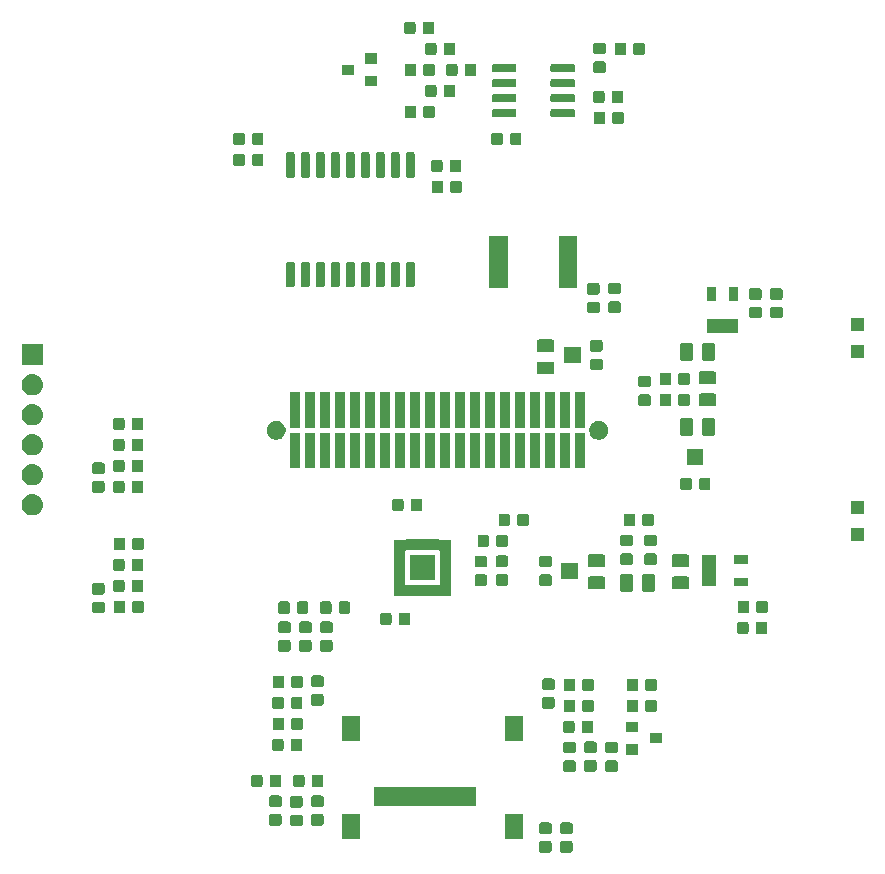
<source format=gbr>
G04 #@! TF.GenerationSoftware,KiCad,Pcbnew,(5.1.4)-1*
G04 #@! TF.CreationDate,2020-01-15T14:03:56-05:00*
G04 #@! TF.ProjectId,PDL_1920,50444c5f-3139-4323-902e-6b696361645f,rev?*
G04 #@! TF.SameCoordinates,Original*
G04 #@! TF.FileFunction,Soldermask,Top*
G04 #@! TF.FilePolarity,Negative*
%FSLAX46Y46*%
G04 Gerber Fmt 4.6, Leading zero omitted, Abs format (unit mm)*
G04 Created by KiCad (PCBNEW (5.1.4)-1) date 2020-01-15 14:03:56*
%MOMM*%
%LPD*%
G04 APERTURE LIST*
%ADD10C,0.100000*%
G04 APERTURE END LIST*
D10*
G36*
X163701591Y-161821585D02*
G01*
X163735569Y-161831893D01*
X163766890Y-161848634D01*
X163794339Y-161871161D01*
X163816866Y-161898610D01*
X163833607Y-161929931D01*
X163843915Y-161963909D01*
X163848000Y-162005390D01*
X163848000Y-162606610D01*
X163843915Y-162648091D01*
X163833607Y-162682069D01*
X163816866Y-162713390D01*
X163794339Y-162740839D01*
X163766890Y-162763366D01*
X163735569Y-162780107D01*
X163701591Y-162790415D01*
X163660110Y-162794500D01*
X162983890Y-162794500D01*
X162942409Y-162790415D01*
X162908431Y-162780107D01*
X162877110Y-162763366D01*
X162849661Y-162740839D01*
X162827134Y-162713390D01*
X162810393Y-162682069D01*
X162800085Y-162648091D01*
X162796000Y-162606610D01*
X162796000Y-162005390D01*
X162800085Y-161963909D01*
X162810393Y-161929931D01*
X162827134Y-161898610D01*
X162849661Y-161871161D01*
X162877110Y-161848634D01*
X162908431Y-161831893D01*
X162942409Y-161821585D01*
X162983890Y-161817500D01*
X163660110Y-161817500D01*
X163701591Y-161821585D01*
X163701591Y-161821585D01*
G37*
G36*
X161923591Y-161821585D02*
G01*
X161957569Y-161831893D01*
X161988890Y-161848634D01*
X162016339Y-161871161D01*
X162038866Y-161898610D01*
X162055607Y-161929931D01*
X162065915Y-161963909D01*
X162070000Y-162005390D01*
X162070000Y-162606610D01*
X162065915Y-162648091D01*
X162055607Y-162682069D01*
X162038866Y-162713390D01*
X162016339Y-162740839D01*
X161988890Y-162763366D01*
X161957569Y-162780107D01*
X161923591Y-162790415D01*
X161882110Y-162794500D01*
X161205890Y-162794500D01*
X161164409Y-162790415D01*
X161130431Y-162780107D01*
X161099110Y-162763366D01*
X161071661Y-162740839D01*
X161049134Y-162713390D01*
X161032393Y-162682069D01*
X161022085Y-162648091D01*
X161018000Y-162606610D01*
X161018000Y-162005390D01*
X161022085Y-161963909D01*
X161032393Y-161929931D01*
X161049134Y-161898610D01*
X161071661Y-161871161D01*
X161099110Y-161848634D01*
X161130431Y-161831893D01*
X161164409Y-161821585D01*
X161205890Y-161817500D01*
X161882110Y-161817500D01*
X161923591Y-161821585D01*
X161923591Y-161821585D01*
G37*
G36*
X145886000Y-161661000D02*
G01*
X144334000Y-161661000D01*
X144334000Y-159559000D01*
X145886000Y-159559000D01*
X145886000Y-161661000D01*
X145886000Y-161661000D01*
G37*
G36*
X159636000Y-161661000D02*
G01*
X158084000Y-161661000D01*
X158084000Y-159559000D01*
X159636000Y-159559000D01*
X159636000Y-161661000D01*
X159636000Y-161661000D01*
G37*
G36*
X161923591Y-160246585D02*
G01*
X161957569Y-160256893D01*
X161988890Y-160273634D01*
X162016339Y-160296161D01*
X162038866Y-160323610D01*
X162055607Y-160354931D01*
X162065915Y-160388909D01*
X162070000Y-160430390D01*
X162070000Y-161031610D01*
X162065915Y-161073091D01*
X162055607Y-161107069D01*
X162038866Y-161138390D01*
X162016339Y-161165839D01*
X161988890Y-161188366D01*
X161957569Y-161205107D01*
X161923591Y-161215415D01*
X161882110Y-161219500D01*
X161205890Y-161219500D01*
X161164409Y-161215415D01*
X161130431Y-161205107D01*
X161099110Y-161188366D01*
X161071661Y-161165839D01*
X161049134Y-161138390D01*
X161032393Y-161107069D01*
X161022085Y-161073091D01*
X161018000Y-161031610D01*
X161018000Y-160430390D01*
X161022085Y-160388909D01*
X161032393Y-160354931D01*
X161049134Y-160323610D01*
X161071661Y-160296161D01*
X161099110Y-160273634D01*
X161130431Y-160256893D01*
X161164409Y-160246585D01*
X161205890Y-160242500D01*
X161882110Y-160242500D01*
X161923591Y-160246585D01*
X161923591Y-160246585D01*
G37*
G36*
X163701591Y-160246585D02*
G01*
X163735569Y-160256893D01*
X163766890Y-160273634D01*
X163794339Y-160296161D01*
X163816866Y-160323610D01*
X163833607Y-160354931D01*
X163843915Y-160388909D01*
X163848000Y-160430390D01*
X163848000Y-161031610D01*
X163843915Y-161073091D01*
X163833607Y-161107069D01*
X163816866Y-161138390D01*
X163794339Y-161165839D01*
X163766890Y-161188366D01*
X163735569Y-161205107D01*
X163701591Y-161215415D01*
X163660110Y-161219500D01*
X162983890Y-161219500D01*
X162942409Y-161215415D01*
X162908431Y-161205107D01*
X162877110Y-161188366D01*
X162849661Y-161165839D01*
X162827134Y-161138390D01*
X162810393Y-161107069D01*
X162800085Y-161073091D01*
X162796000Y-161031610D01*
X162796000Y-160430390D01*
X162800085Y-160388909D01*
X162810393Y-160354931D01*
X162827134Y-160323610D01*
X162849661Y-160296161D01*
X162877110Y-160273634D01*
X162908431Y-160256893D01*
X162942409Y-160246585D01*
X162983890Y-160242500D01*
X163660110Y-160242500D01*
X163701591Y-160246585D01*
X163701591Y-160246585D01*
G37*
G36*
X140841591Y-159586585D02*
G01*
X140875569Y-159596893D01*
X140906890Y-159613634D01*
X140934339Y-159636161D01*
X140956866Y-159663610D01*
X140973607Y-159694931D01*
X140983915Y-159728909D01*
X140988000Y-159770390D01*
X140988000Y-160371610D01*
X140983915Y-160413091D01*
X140973607Y-160447069D01*
X140956866Y-160478390D01*
X140934339Y-160505839D01*
X140906890Y-160528366D01*
X140875569Y-160545107D01*
X140841591Y-160555415D01*
X140800110Y-160559500D01*
X140123890Y-160559500D01*
X140082409Y-160555415D01*
X140048431Y-160545107D01*
X140017110Y-160528366D01*
X139989661Y-160505839D01*
X139967134Y-160478390D01*
X139950393Y-160447069D01*
X139940085Y-160413091D01*
X139936000Y-160371610D01*
X139936000Y-159770390D01*
X139940085Y-159728909D01*
X139950393Y-159694931D01*
X139967134Y-159663610D01*
X139989661Y-159636161D01*
X140017110Y-159613634D01*
X140048431Y-159596893D01*
X140082409Y-159586585D01*
X140123890Y-159582500D01*
X140800110Y-159582500D01*
X140841591Y-159586585D01*
X140841591Y-159586585D01*
G37*
G36*
X139063591Y-159535585D02*
G01*
X139097569Y-159545893D01*
X139128890Y-159562634D01*
X139156339Y-159585161D01*
X139178866Y-159612610D01*
X139195607Y-159643931D01*
X139205915Y-159677909D01*
X139210000Y-159719390D01*
X139210000Y-160320610D01*
X139205915Y-160362091D01*
X139195607Y-160396069D01*
X139178866Y-160427390D01*
X139156339Y-160454839D01*
X139128890Y-160477366D01*
X139097569Y-160494107D01*
X139063591Y-160504415D01*
X139022110Y-160508500D01*
X138345890Y-160508500D01*
X138304409Y-160504415D01*
X138270431Y-160494107D01*
X138239110Y-160477366D01*
X138211661Y-160454839D01*
X138189134Y-160427390D01*
X138172393Y-160396069D01*
X138162085Y-160362091D01*
X138158000Y-160320610D01*
X138158000Y-159719390D01*
X138162085Y-159677909D01*
X138172393Y-159643931D01*
X138189134Y-159612610D01*
X138211661Y-159585161D01*
X138239110Y-159562634D01*
X138270431Y-159545893D01*
X138304409Y-159535585D01*
X138345890Y-159531500D01*
X139022110Y-159531500D01*
X139063591Y-159535585D01*
X139063591Y-159535585D01*
G37*
G36*
X142619591Y-159535585D02*
G01*
X142653569Y-159545893D01*
X142684890Y-159562634D01*
X142712339Y-159585161D01*
X142734866Y-159612610D01*
X142751607Y-159643931D01*
X142761915Y-159677909D01*
X142766000Y-159719390D01*
X142766000Y-160320610D01*
X142761915Y-160362091D01*
X142751607Y-160396069D01*
X142734866Y-160427390D01*
X142712339Y-160454839D01*
X142684890Y-160477366D01*
X142653569Y-160494107D01*
X142619591Y-160504415D01*
X142578110Y-160508500D01*
X141901890Y-160508500D01*
X141860409Y-160504415D01*
X141826431Y-160494107D01*
X141795110Y-160477366D01*
X141767661Y-160454839D01*
X141745134Y-160427390D01*
X141728393Y-160396069D01*
X141718085Y-160362091D01*
X141714000Y-160320610D01*
X141714000Y-159719390D01*
X141718085Y-159677909D01*
X141728393Y-159643931D01*
X141745134Y-159612610D01*
X141767661Y-159585161D01*
X141795110Y-159562634D01*
X141826431Y-159545893D01*
X141860409Y-159535585D01*
X141901890Y-159531500D01*
X142578110Y-159531500D01*
X142619591Y-159535585D01*
X142619591Y-159535585D01*
G37*
G36*
X140841591Y-158011585D02*
G01*
X140875569Y-158021893D01*
X140906890Y-158038634D01*
X140934339Y-158061161D01*
X140956866Y-158088610D01*
X140973607Y-158119931D01*
X140983915Y-158153909D01*
X140988000Y-158195390D01*
X140988000Y-158796610D01*
X140983915Y-158838091D01*
X140973607Y-158872069D01*
X140956866Y-158903390D01*
X140934339Y-158930839D01*
X140906890Y-158953366D01*
X140875569Y-158970107D01*
X140841591Y-158980415D01*
X140800110Y-158984500D01*
X140123890Y-158984500D01*
X140082409Y-158980415D01*
X140048431Y-158970107D01*
X140017110Y-158953366D01*
X139989661Y-158930839D01*
X139967134Y-158903390D01*
X139950393Y-158872069D01*
X139940085Y-158838091D01*
X139936000Y-158796610D01*
X139936000Y-158195390D01*
X139940085Y-158153909D01*
X139950393Y-158119931D01*
X139967134Y-158088610D01*
X139989661Y-158061161D01*
X140017110Y-158038634D01*
X140048431Y-158021893D01*
X140082409Y-158011585D01*
X140123890Y-158007500D01*
X140800110Y-158007500D01*
X140841591Y-158011585D01*
X140841591Y-158011585D01*
G37*
G36*
X139063591Y-157960585D02*
G01*
X139097569Y-157970893D01*
X139128890Y-157987634D01*
X139156339Y-158010161D01*
X139178866Y-158037610D01*
X139195607Y-158068931D01*
X139205915Y-158102909D01*
X139210000Y-158144390D01*
X139210000Y-158745610D01*
X139205915Y-158787091D01*
X139195607Y-158821069D01*
X139178866Y-158852390D01*
X139156339Y-158879839D01*
X139128890Y-158902366D01*
X139097569Y-158919107D01*
X139063591Y-158929415D01*
X139022110Y-158933500D01*
X138345890Y-158933500D01*
X138304409Y-158929415D01*
X138270431Y-158919107D01*
X138239110Y-158902366D01*
X138211661Y-158879839D01*
X138189134Y-158852390D01*
X138172393Y-158821069D01*
X138162085Y-158787091D01*
X138158000Y-158745610D01*
X138158000Y-158144390D01*
X138162085Y-158102909D01*
X138172393Y-158068931D01*
X138189134Y-158037610D01*
X138211661Y-158010161D01*
X138239110Y-157987634D01*
X138270431Y-157970893D01*
X138304409Y-157960585D01*
X138345890Y-157956500D01*
X139022110Y-157956500D01*
X139063591Y-157960585D01*
X139063591Y-157960585D01*
G37*
G36*
X142619591Y-157960585D02*
G01*
X142653569Y-157970893D01*
X142684890Y-157987634D01*
X142712339Y-158010161D01*
X142734866Y-158037610D01*
X142751607Y-158068931D01*
X142761915Y-158102909D01*
X142766000Y-158144390D01*
X142766000Y-158745610D01*
X142761915Y-158787091D01*
X142751607Y-158821069D01*
X142734866Y-158852390D01*
X142712339Y-158879839D01*
X142684890Y-158902366D01*
X142653569Y-158919107D01*
X142619591Y-158929415D01*
X142578110Y-158933500D01*
X141901890Y-158933500D01*
X141860409Y-158929415D01*
X141826431Y-158919107D01*
X141795110Y-158902366D01*
X141767661Y-158879839D01*
X141745134Y-158852390D01*
X141728393Y-158821069D01*
X141718085Y-158787091D01*
X141714000Y-158745610D01*
X141714000Y-158144390D01*
X141718085Y-158102909D01*
X141728393Y-158068931D01*
X141745134Y-158037610D01*
X141767661Y-158010161D01*
X141795110Y-157987634D01*
X141826431Y-157970893D01*
X141860409Y-157960585D01*
X141901890Y-157956500D01*
X142578110Y-157956500D01*
X142619591Y-157960585D01*
X142619591Y-157960585D01*
G37*
G36*
X155641000Y-158811000D02*
G01*
X147039000Y-158811000D01*
X147039000Y-157209000D01*
X155641000Y-157209000D01*
X155641000Y-158811000D01*
X155641000Y-158811000D01*
G37*
G36*
X142582091Y-156196085D02*
G01*
X142616069Y-156206393D01*
X142647390Y-156223134D01*
X142674839Y-156245661D01*
X142697366Y-156273110D01*
X142714107Y-156304431D01*
X142724415Y-156338409D01*
X142728500Y-156379890D01*
X142728500Y-157056110D01*
X142724415Y-157097591D01*
X142714107Y-157131569D01*
X142697366Y-157162890D01*
X142674839Y-157190339D01*
X142647390Y-157212866D01*
X142616069Y-157229607D01*
X142582091Y-157239915D01*
X142540610Y-157244000D01*
X141939390Y-157244000D01*
X141897909Y-157239915D01*
X141863931Y-157229607D01*
X141832610Y-157212866D01*
X141805161Y-157190339D01*
X141782634Y-157162890D01*
X141765893Y-157131569D01*
X141755585Y-157097591D01*
X141751500Y-157056110D01*
X141751500Y-156379890D01*
X141755585Y-156338409D01*
X141765893Y-156304431D01*
X141782634Y-156273110D01*
X141805161Y-156245661D01*
X141832610Y-156223134D01*
X141863931Y-156206393D01*
X141897909Y-156196085D01*
X141939390Y-156192000D01*
X142540610Y-156192000D01*
X142582091Y-156196085D01*
X142582091Y-156196085D01*
G37*
G36*
X137451091Y-156196085D02*
G01*
X137485069Y-156206393D01*
X137516390Y-156223134D01*
X137543839Y-156245661D01*
X137566366Y-156273110D01*
X137583107Y-156304431D01*
X137593415Y-156338409D01*
X137597500Y-156379890D01*
X137597500Y-157056110D01*
X137593415Y-157097591D01*
X137583107Y-157131569D01*
X137566366Y-157162890D01*
X137543839Y-157190339D01*
X137516390Y-157212866D01*
X137485069Y-157229607D01*
X137451091Y-157239915D01*
X137409610Y-157244000D01*
X136808390Y-157244000D01*
X136766909Y-157239915D01*
X136732931Y-157229607D01*
X136701610Y-157212866D01*
X136674161Y-157190339D01*
X136651634Y-157162890D01*
X136634893Y-157131569D01*
X136624585Y-157097591D01*
X136620500Y-157056110D01*
X136620500Y-156379890D01*
X136624585Y-156338409D01*
X136634893Y-156304431D01*
X136651634Y-156273110D01*
X136674161Y-156245661D01*
X136701610Y-156223134D01*
X136732931Y-156206393D01*
X136766909Y-156196085D01*
X136808390Y-156192000D01*
X137409610Y-156192000D01*
X137451091Y-156196085D01*
X137451091Y-156196085D01*
G37*
G36*
X141007091Y-156196085D02*
G01*
X141041069Y-156206393D01*
X141072390Y-156223134D01*
X141099839Y-156245661D01*
X141122366Y-156273110D01*
X141139107Y-156304431D01*
X141149415Y-156338409D01*
X141153500Y-156379890D01*
X141153500Y-157056110D01*
X141149415Y-157097591D01*
X141139107Y-157131569D01*
X141122366Y-157162890D01*
X141099839Y-157190339D01*
X141072390Y-157212866D01*
X141041069Y-157229607D01*
X141007091Y-157239915D01*
X140965610Y-157244000D01*
X140364390Y-157244000D01*
X140322909Y-157239915D01*
X140288931Y-157229607D01*
X140257610Y-157212866D01*
X140230161Y-157190339D01*
X140207634Y-157162890D01*
X140190893Y-157131569D01*
X140180585Y-157097591D01*
X140176500Y-157056110D01*
X140176500Y-156379890D01*
X140180585Y-156338409D01*
X140190893Y-156304431D01*
X140207634Y-156273110D01*
X140230161Y-156245661D01*
X140257610Y-156223134D01*
X140288931Y-156206393D01*
X140322909Y-156196085D01*
X140364390Y-156192000D01*
X140965610Y-156192000D01*
X141007091Y-156196085D01*
X141007091Y-156196085D01*
G37*
G36*
X139026091Y-156196085D02*
G01*
X139060069Y-156206393D01*
X139091390Y-156223134D01*
X139118839Y-156245661D01*
X139141366Y-156273110D01*
X139158107Y-156304431D01*
X139168415Y-156338409D01*
X139172500Y-156379890D01*
X139172500Y-157056110D01*
X139168415Y-157097591D01*
X139158107Y-157131569D01*
X139141366Y-157162890D01*
X139118839Y-157190339D01*
X139091390Y-157212866D01*
X139060069Y-157229607D01*
X139026091Y-157239915D01*
X138984610Y-157244000D01*
X138383390Y-157244000D01*
X138341909Y-157239915D01*
X138307931Y-157229607D01*
X138276610Y-157212866D01*
X138249161Y-157190339D01*
X138226634Y-157162890D01*
X138209893Y-157131569D01*
X138199585Y-157097591D01*
X138195500Y-157056110D01*
X138195500Y-156379890D01*
X138199585Y-156338409D01*
X138209893Y-156304431D01*
X138226634Y-156273110D01*
X138249161Y-156245661D01*
X138276610Y-156223134D01*
X138307931Y-156206393D01*
X138341909Y-156196085D01*
X138383390Y-156192000D01*
X138984610Y-156192000D01*
X139026091Y-156196085D01*
X139026091Y-156196085D01*
G37*
G36*
X167511591Y-154989085D02*
G01*
X167545569Y-154999393D01*
X167576890Y-155016134D01*
X167604339Y-155038661D01*
X167626866Y-155066110D01*
X167643607Y-155097431D01*
X167653915Y-155131409D01*
X167658000Y-155172890D01*
X167658000Y-155774110D01*
X167653915Y-155815591D01*
X167643607Y-155849569D01*
X167626866Y-155880890D01*
X167604339Y-155908339D01*
X167576890Y-155930866D01*
X167545569Y-155947607D01*
X167511591Y-155957915D01*
X167470110Y-155962000D01*
X166793890Y-155962000D01*
X166752409Y-155957915D01*
X166718431Y-155947607D01*
X166687110Y-155930866D01*
X166659661Y-155908339D01*
X166637134Y-155880890D01*
X166620393Y-155849569D01*
X166610085Y-155815591D01*
X166606000Y-155774110D01*
X166606000Y-155172890D01*
X166610085Y-155131409D01*
X166620393Y-155097431D01*
X166637134Y-155066110D01*
X166659661Y-155038661D01*
X166687110Y-155016134D01*
X166718431Y-154999393D01*
X166752409Y-154989085D01*
X166793890Y-154985000D01*
X167470110Y-154985000D01*
X167511591Y-154989085D01*
X167511591Y-154989085D01*
G37*
G36*
X163955591Y-154989085D02*
G01*
X163989569Y-154999393D01*
X164020890Y-155016134D01*
X164048339Y-155038661D01*
X164070866Y-155066110D01*
X164087607Y-155097431D01*
X164097915Y-155131409D01*
X164102000Y-155172890D01*
X164102000Y-155774110D01*
X164097915Y-155815591D01*
X164087607Y-155849569D01*
X164070866Y-155880890D01*
X164048339Y-155908339D01*
X164020890Y-155930866D01*
X163989569Y-155947607D01*
X163955591Y-155957915D01*
X163914110Y-155962000D01*
X163237890Y-155962000D01*
X163196409Y-155957915D01*
X163162431Y-155947607D01*
X163131110Y-155930866D01*
X163103661Y-155908339D01*
X163081134Y-155880890D01*
X163064393Y-155849569D01*
X163054085Y-155815591D01*
X163050000Y-155774110D01*
X163050000Y-155172890D01*
X163054085Y-155131409D01*
X163064393Y-155097431D01*
X163081134Y-155066110D01*
X163103661Y-155038661D01*
X163131110Y-155016134D01*
X163162431Y-154999393D01*
X163196409Y-154989085D01*
X163237890Y-154985000D01*
X163914110Y-154985000D01*
X163955591Y-154989085D01*
X163955591Y-154989085D01*
G37*
G36*
X165733591Y-154963585D02*
G01*
X165767569Y-154973893D01*
X165798890Y-154990634D01*
X165826339Y-155013161D01*
X165848866Y-155040610D01*
X165865607Y-155071931D01*
X165875915Y-155105909D01*
X165880000Y-155147390D01*
X165880000Y-155748610D01*
X165875915Y-155790091D01*
X165865607Y-155824069D01*
X165848866Y-155855390D01*
X165826339Y-155882839D01*
X165798890Y-155905366D01*
X165767569Y-155922107D01*
X165733591Y-155932415D01*
X165692110Y-155936500D01*
X165015890Y-155936500D01*
X164974409Y-155932415D01*
X164940431Y-155922107D01*
X164909110Y-155905366D01*
X164881661Y-155882839D01*
X164859134Y-155855390D01*
X164842393Y-155824069D01*
X164832085Y-155790091D01*
X164828000Y-155748610D01*
X164828000Y-155147390D01*
X164832085Y-155105909D01*
X164842393Y-155071931D01*
X164859134Y-155040610D01*
X164881661Y-155013161D01*
X164909110Y-154990634D01*
X164940431Y-154973893D01*
X164974409Y-154963585D01*
X165015890Y-154959500D01*
X165692110Y-154959500D01*
X165733591Y-154963585D01*
X165733591Y-154963585D01*
G37*
G36*
X169411000Y-154497000D02*
G01*
X168409000Y-154497000D01*
X168409000Y-153595000D01*
X169411000Y-153595000D01*
X169411000Y-154497000D01*
X169411000Y-154497000D01*
G37*
G36*
X163955591Y-153414085D02*
G01*
X163989569Y-153424393D01*
X164020890Y-153441134D01*
X164048339Y-153463661D01*
X164070866Y-153491110D01*
X164087607Y-153522431D01*
X164097915Y-153556409D01*
X164102000Y-153597890D01*
X164102000Y-154199110D01*
X164097915Y-154240591D01*
X164087607Y-154274569D01*
X164070866Y-154305890D01*
X164048339Y-154333339D01*
X164020890Y-154355866D01*
X163989569Y-154372607D01*
X163955591Y-154382915D01*
X163914110Y-154387000D01*
X163237890Y-154387000D01*
X163196409Y-154382915D01*
X163162431Y-154372607D01*
X163131110Y-154355866D01*
X163103661Y-154333339D01*
X163081134Y-154305890D01*
X163064393Y-154274569D01*
X163054085Y-154240591D01*
X163050000Y-154199110D01*
X163050000Y-153597890D01*
X163054085Y-153556409D01*
X163064393Y-153522431D01*
X163081134Y-153491110D01*
X163103661Y-153463661D01*
X163131110Y-153441134D01*
X163162431Y-153424393D01*
X163196409Y-153414085D01*
X163237890Y-153410000D01*
X163914110Y-153410000D01*
X163955591Y-153414085D01*
X163955591Y-153414085D01*
G37*
G36*
X167511591Y-153414085D02*
G01*
X167545569Y-153424393D01*
X167576890Y-153441134D01*
X167604339Y-153463661D01*
X167626866Y-153491110D01*
X167643607Y-153522431D01*
X167653915Y-153556409D01*
X167658000Y-153597890D01*
X167658000Y-154199110D01*
X167653915Y-154240591D01*
X167643607Y-154274569D01*
X167626866Y-154305890D01*
X167604339Y-154333339D01*
X167576890Y-154355866D01*
X167545569Y-154372607D01*
X167511591Y-154382915D01*
X167470110Y-154387000D01*
X166793890Y-154387000D01*
X166752409Y-154382915D01*
X166718431Y-154372607D01*
X166687110Y-154355866D01*
X166659661Y-154333339D01*
X166637134Y-154305890D01*
X166620393Y-154274569D01*
X166610085Y-154240591D01*
X166606000Y-154199110D01*
X166606000Y-153597890D01*
X166610085Y-153556409D01*
X166620393Y-153522431D01*
X166637134Y-153491110D01*
X166659661Y-153463661D01*
X166687110Y-153441134D01*
X166718431Y-153424393D01*
X166752409Y-153414085D01*
X166793890Y-153410000D01*
X167470110Y-153410000D01*
X167511591Y-153414085D01*
X167511591Y-153414085D01*
G37*
G36*
X165733591Y-153388585D02*
G01*
X165767569Y-153398893D01*
X165798890Y-153415634D01*
X165826339Y-153438161D01*
X165848866Y-153465610D01*
X165865607Y-153496931D01*
X165875915Y-153530909D01*
X165880000Y-153572390D01*
X165880000Y-154173610D01*
X165875915Y-154215091D01*
X165865607Y-154249069D01*
X165848866Y-154280390D01*
X165826339Y-154307839D01*
X165798890Y-154330366D01*
X165767569Y-154347107D01*
X165733591Y-154357415D01*
X165692110Y-154361500D01*
X165015890Y-154361500D01*
X164974409Y-154357415D01*
X164940431Y-154347107D01*
X164909110Y-154330366D01*
X164881661Y-154307839D01*
X164859134Y-154280390D01*
X164842393Y-154249069D01*
X164832085Y-154215091D01*
X164828000Y-154173610D01*
X164828000Y-153572390D01*
X164832085Y-153530909D01*
X164842393Y-153496931D01*
X164859134Y-153465610D01*
X164881661Y-153438161D01*
X164909110Y-153415634D01*
X164940431Y-153398893D01*
X164974409Y-153388585D01*
X165015890Y-153384500D01*
X165692110Y-153384500D01*
X165733591Y-153388585D01*
X165733591Y-153388585D01*
G37*
G36*
X139229091Y-153148085D02*
G01*
X139263069Y-153158393D01*
X139294390Y-153175134D01*
X139321839Y-153197661D01*
X139344366Y-153225110D01*
X139361107Y-153256431D01*
X139371415Y-153290409D01*
X139375500Y-153331890D01*
X139375500Y-154008110D01*
X139371415Y-154049591D01*
X139361107Y-154083569D01*
X139344366Y-154114890D01*
X139321839Y-154142339D01*
X139294390Y-154164866D01*
X139263069Y-154181607D01*
X139229091Y-154191915D01*
X139187610Y-154196000D01*
X138586390Y-154196000D01*
X138544909Y-154191915D01*
X138510931Y-154181607D01*
X138479610Y-154164866D01*
X138452161Y-154142339D01*
X138429634Y-154114890D01*
X138412893Y-154083569D01*
X138402585Y-154049591D01*
X138398500Y-154008110D01*
X138398500Y-153331890D01*
X138402585Y-153290409D01*
X138412893Y-153256431D01*
X138429634Y-153225110D01*
X138452161Y-153197661D01*
X138479610Y-153175134D01*
X138510931Y-153158393D01*
X138544909Y-153148085D01*
X138586390Y-153144000D01*
X139187610Y-153144000D01*
X139229091Y-153148085D01*
X139229091Y-153148085D01*
G37*
G36*
X140804091Y-153148085D02*
G01*
X140838069Y-153158393D01*
X140869390Y-153175134D01*
X140896839Y-153197661D01*
X140919366Y-153225110D01*
X140936107Y-153256431D01*
X140946415Y-153290409D01*
X140950500Y-153331890D01*
X140950500Y-154008110D01*
X140946415Y-154049591D01*
X140936107Y-154083569D01*
X140919366Y-154114890D01*
X140896839Y-154142339D01*
X140869390Y-154164866D01*
X140838069Y-154181607D01*
X140804091Y-154191915D01*
X140762610Y-154196000D01*
X140161390Y-154196000D01*
X140119909Y-154191915D01*
X140085931Y-154181607D01*
X140054610Y-154164866D01*
X140027161Y-154142339D01*
X140004634Y-154114890D01*
X139987893Y-154083569D01*
X139977585Y-154049591D01*
X139973500Y-154008110D01*
X139973500Y-153331890D01*
X139977585Y-153290409D01*
X139987893Y-153256431D01*
X140004634Y-153225110D01*
X140027161Y-153197661D01*
X140054610Y-153175134D01*
X140085931Y-153158393D01*
X140119909Y-153148085D01*
X140161390Y-153144000D01*
X140762610Y-153144000D01*
X140804091Y-153148085D01*
X140804091Y-153148085D01*
G37*
G36*
X171411000Y-153547000D02*
G01*
X170409000Y-153547000D01*
X170409000Y-152645000D01*
X171411000Y-152645000D01*
X171411000Y-153547000D01*
X171411000Y-153547000D01*
G37*
G36*
X159636000Y-153361000D02*
G01*
X158084000Y-153361000D01*
X158084000Y-151259000D01*
X159636000Y-151259000D01*
X159636000Y-153361000D01*
X159636000Y-153361000D01*
G37*
G36*
X145886000Y-153361000D02*
G01*
X144334000Y-153361000D01*
X144334000Y-151259000D01*
X145886000Y-151259000D01*
X145886000Y-153361000D01*
X145886000Y-153361000D01*
G37*
G36*
X163867091Y-151624085D02*
G01*
X163901069Y-151634393D01*
X163932390Y-151651134D01*
X163959839Y-151673661D01*
X163982366Y-151701110D01*
X163999107Y-151732431D01*
X164009415Y-151766409D01*
X164013500Y-151807890D01*
X164013500Y-152484110D01*
X164009415Y-152525591D01*
X163999107Y-152559569D01*
X163982366Y-152590890D01*
X163959839Y-152618339D01*
X163932390Y-152640866D01*
X163901069Y-152657607D01*
X163867091Y-152667915D01*
X163825610Y-152672000D01*
X163224390Y-152672000D01*
X163182909Y-152667915D01*
X163148931Y-152657607D01*
X163117610Y-152640866D01*
X163090161Y-152618339D01*
X163067634Y-152590890D01*
X163050893Y-152559569D01*
X163040585Y-152525591D01*
X163036500Y-152484110D01*
X163036500Y-151807890D01*
X163040585Y-151766409D01*
X163050893Y-151732431D01*
X163067634Y-151701110D01*
X163090161Y-151673661D01*
X163117610Y-151651134D01*
X163148931Y-151634393D01*
X163182909Y-151624085D01*
X163224390Y-151620000D01*
X163825610Y-151620000D01*
X163867091Y-151624085D01*
X163867091Y-151624085D01*
G37*
G36*
X165442091Y-151624085D02*
G01*
X165476069Y-151634393D01*
X165507390Y-151651134D01*
X165534839Y-151673661D01*
X165557366Y-151701110D01*
X165574107Y-151732431D01*
X165584415Y-151766409D01*
X165588500Y-151807890D01*
X165588500Y-152484110D01*
X165584415Y-152525591D01*
X165574107Y-152559569D01*
X165557366Y-152590890D01*
X165534839Y-152618339D01*
X165507390Y-152640866D01*
X165476069Y-152657607D01*
X165442091Y-152667915D01*
X165400610Y-152672000D01*
X164799390Y-152672000D01*
X164757909Y-152667915D01*
X164723931Y-152657607D01*
X164692610Y-152640866D01*
X164665161Y-152618339D01*
X164642634Y-152590890D01*
X164625893Y-152559569D01*
X164615585Y-152525591D01*
X164611500Y-152484110D01*
X164611500Y-151807890D01*
X164615585Y-151766409D01*
X164625893Y-151732431D01*
X164642634Y-151701110D01*
X164665161Y-151673661D01*
X164692610Y-151651134D01*
X164723931Y-151634393D01*
X164757909Y-151624085D01*
X164799390Y-151620000D01*
X165400610Y-151620000D01*
X165442091Y-151624085D01*
X165442091Y-151624085D01*
G37*
G36*
X169411000Y-152597000D02*
G01*
X168409000Y-152597000D01*
X168409000Y-151695000D01*
X169411000Y-151695000D01*
X169411000Y-152597000D01*
X169411000Y-152597000D01*
G37*
G36*
X139280091Y-151370085D02*
G01*
X139314069Y-151380393D01*
X139345390Y-151397134D01*
X139372839Y-151419661D01*
X139395366Y-151447110D01*
X139412107Y-151478431D01*
X139422415Y-151512409D01*
X139426500Y-151553890D01*
X139426500Y-152230110D01*
X139422415Y-152271591D01*
X139412107Y-152305569D01*
X139395366Y-152336890D01*
X139372839Y-152364339D01*
X139345390Y-152386866D01*
X139314069Y-152403607D01*
X139280091Y-152413915D01*
X139238610Y-152418000D01*
X138637390Y-152418000D01*
X138595909Y-152413915D01*
X138561931Y-152403607D01*
X138530610Y-152386866D01*
X138503161Y-152364339D01*
X138480634Y-152336890D01*
X138463893Y-152305569D01*
X138453585Y-152271591D01*
X138449500Y-152230110D01*
X138449500Y-151553890D01*
X138453585Y-151512409D01*
X138463893Y-151478431D01*
X138480634Y-151447110D01*
X138503161Y-151419661D01*
X138530610Y-151397134D01*
X138561931Y-151380393D01*
X138595909Y-151370085D01*
X138637390Y-151366000D01*
X139238610Y-151366000D01*
X139280091Y-151370085D01*
X139280091Y-151370085D01*
G37*
G36*
X140855091Y-151370085D02*
G01*
X140889069Y-151380393D01*
X140920390Y-151397134D01*
X140947839Y-151419661D01*
X140970366Y-151447110D01*
X140987107Y-151478431D01*
X140997415Y-151512409D01*
X141001500Y-151553890D01*
X141001500Y-152230110D01*
X140997415Y-152271591D01*
X140987107Y-152305569D01*
X140970366Y-152336890D01*
X140947839Y-152364339D01*
X140920390Y-152386866D01*
X140889069Y-152403607D01*
X140855091Y-152413915D01*
X140813610Y-152418000D01*
X140212390Y-152418000D01*
X140170909Y-152413915D01*
X140136931Y-152403607D01*
X140105610Y-152386866D01*
X140078161Y-152364339D01*
X140055634Y-152336890D01*
X140038893Y-152305569D01*
X140028585Y-152271591D01*
X140024500Y-152230110D01*
X140024500Y-151553890D01*
X140028585Y-151512409D01*
X140038893Y-151478431D01*
X140055634Y-151447110D01*
X140078161Y-151419661D01*
X140105610Y-151397134D01*
X140136931Y-151380393D01*
X140170909Y-151370085D01*
X140212390Y-151366000D01*
X140813610Y-151366000D01*
X140855091Y-151370085D01*
X140855091Y-151370085D01*
G37*
G36*
X165493091Y-149846085D02*
G01*
X165527069Y-149856393D01*
X165558390Y-149873134D01*
X165585839Y-149895661D01*
X165608366Y-149923110D01*
X165625107Y-149954431D01*
X165635415Y-149988409D01*
X165639500Y-150029890D01*
X165639500Y-150706110D01*
X165635415Y-150747591D01*
X165625107Y-150781569D01*
X165608366Y-150812890D01*
X165585839Y-150840339D01*
X165558390Y-150862866D01*
X165527069Y-150879607D01*
X165493091Y-150889915D01*
X165451610Y-150894000D01*
X164850390Y-150894000D01*
X164808909Y-150889915D01*
X164774931Y-150879607D01*
X164743610Y-150862866D01*
X164716161Y-150840339D01*
X164693634Y-150812890D01*
X164676893Y-150781569D01*
X164666585Y-150747591D01*
X164662500Y-150706110D01*
X164662500Y-150029890D01*
X164666585Y-149988409D01*
X164676893Y-149954431D01*
X164693634Y-149923110D01*
X164716161Y-149895661D01*
X164743610Y-149873134D01*
X164774931Y-149856393D01*
X164808909Y-149846085D01*
X164850390Y-149842000D01*
X165451610Y-149842000D01*
X165493091Y-149846085D01*
X165493091Y-149846085D01*
G37*
G36*
X169252091Y-149846085D02*
G01*
X169286069Y-149856393D01*
X169317390Y-149873134D01*
X169344839Y-149895661D01*
X169367366Y-149923110D01*
X169384107Y-149954431D01*
X169394415Y-149988409D01*
X169398500Y-150029890D01*
X169398500Y-150706110D01*
X169394415Y-150747591D01*
X169384107Y-150781569D01*
X169367366Y-150812890D01*
X169344839Y-150840339D01*
X169317390Y-150862866D01*
X169286069Y-150879607D01*
X169252091Y-150889915D01*
X169210610Y-150894000D01*
X168609390Y-150894000D01*
X168567909Y-150889915D01*
X168533931Y-150879607D01*
X168502610Y-150862866D01*
X168475161Y-150840339D01*
X168452634Y-150812890D01*
X168435893Y-150781569D01*
X168425585Y-150747591D01*
X168421500Y-150706110D01*
X168421500Y-150029890D01*
X168425585Y-149988409D01*
X168435893Y-149954431D01*
X168452634Y-149923110D01*
X168475161Y-149895661D01*
X168502610Y-149873134D01*
X168533931Y-149856393D01*
X168567909Y-149846085D01*
X168609390Y-149842000D01*
X169210610Y-149842000D01*
X169252091Y-149846085D01*
X169252091Y-149846085D01*
G37*
G36*
X170827091Y-149846085D02*
G01*
X170861069Y-149856393D01*
X170892390Y-149873134D01*
X170919839Y-149895661D01*
X170942366Y-149923110D01*
X170959107Y-149954431D01*
X170969415Y-149988409D01*
X170973500Y-150029890D01*
X170973500Y-150706110D01*
X170969415Y-150747591D01*
X170959107Y-150781569D01*
X170942366Y-150812890D01*
X170919839Y-150840339D01*
X170892390Y-150862866D01*
X170861069Y-150879607D01*
X170827091Y-150889915D01*
X170785610Y-150894000D01*
X170184390Y-150894000D01*
X170142909Y-150889915D01*
X170108931Y-150879607D01*
X170077610Y-150862866D01*
X170050161Y-150840339D01*
X170027634Y-150812890D01*
X170010893Y-150781569D01*
X170000585Y-150747591D01*
X169996500Y-150706110D01*
X169996500Y-150029890D01*
X170000585Y-149988409D01*
X170010893Y-149954431D01*
X170027634Y-149923110D01*
X170050161Y-149895661D01*
X170077610Y-149873134D01*
X170108931Y-149856393D01*
X170142909Y-149846085D01*
X170184390Y-149842000D01*
X170785610Y-149842000D01*
X170827091Y-149846085D01*
X170827091Y-149846085D01*
G37*
G36*
X163918091Y-149846085D02*
G01*
X163952069Y-149856393D01*
X163983390Y-149873134D01*
X164010839Y-149895661D01*
X164033366Y-149923110D01*
X164050107Y-149954431D01*
X164060415Y-149988409D01*
X164064500Y-150029890D01*
X164064500Y-150706110D01*
X164060415Y-150747591D01*
X164050107Y-150781569D01*
X164033366Y-150812890D01*
X164010839Y-150840339D01*
X163983390Y-150862866D01*
X163952069Y-150879607D01*
X163918091Y-150889915D01*
X163876610Y-150894000D01*
X163275390Y-150894000D01*
X163233909Y-150889915D01*
X163199931Y-150879607D01*
X163168610Y-150862866D01*
X163141161Y-150840339D01*
X163118634Y-150812890D01*
X163101893Y-150781569D01*
X163091585Y-150747591D01*
X163087500Y-150706110D01*
X163087500Y-150029890D01*
X163091585Y-149988409D01*
X163101893Y-149954431D01*
X163118634Y-149923110D01*
X163141161Y-149895661D01*
X163168610Y-149873134D01*
X163199931Y-149856393D01*
X163233909Y-149846085D01*
X163275390Y-149842000D01*
X163876610Y-149842000D01*
X163918091Y-149846085D01*
X163918091Y-149846085D01*
G37*
G36*
X140829591Y-149592085D02*
G01*
X140863569Y-149602393D01*
X140894890Y-149619134D01*
X140922339Y-149641661D01*
X140944866Y-149669110D01*
X140961607Y-149700431D01*
X140971915Y-149734409D01*
X140976000Y-149775890D01*
X140976000Y-150452110D01*
X140971915Y-150493591D01*
X140961607Y-150527569D01*
X140944866Y-150558890D01*
X140922339Y-150586339D01*
X140894890Y-150608866D01*
X140863569Y-150625607D01*
X140829591Y-150635915D01*
X140788110Y-150640000D01*
X140186890Y-150640000D01*
X140145409Y-150635915D01*
X140111431Y-150625607D01*
X140080110Y-150608866D01*
X140052661Y-150586339D01*
X140030134Y-150558890D01*
X140013393Y-150527569D01*
X140003085Y-150493591D01*
X139999000Y-150452110D01*
X139999000Y-149775890D01*
X140003085Y-149734409D01*
X140013393Y-149700431D01*
X140030134Y-149669110D01*
X140052661Y-149641661D01*
X140080110Y-149619134D01*
X140111431Y-149602393D01*
X140145409Y-149592085D01*
X140186890Y-149588000D01*
X140788110Y-149588000D01*
X140829591Y-149592085D01*
X140829591Y-149592085D01*
G37*
G36*
X139254591Y-149592085D02*
G01*
X139288569Y-149602393D01*
X139319890Y-149619134D01*
X139347339Y-149641661D01*
X139369866Y-149669110D01*
X139386607Y-149700431D01*
X139396915Y-149734409D01*
X139401000Y-149775890D01*
X139401000Y-150452110D01*
X139396915Y-150493591D01*
X139386607Y-150527569D01*
X139369866Y-150558890D01*
X139347339Y-150586339D01*
X139319890Y-150608866D01*
X139288569Y-150625607D01*
X139254591Y-150635915D01*
X139213110Y-150640000D01*
X138611890Y-150640000D01*
X138570409Y-150635915D01*
X138536431Y-150625607D01*
X138505110Y-150608866D01*
X138477661Y-150586339D01*
X138455134Y-150558890D01*
X138438393Y-150527569D01*
X138428085Y-150493591D01*
X138424000Y-150452110D01*
X138424000Y-149775890D01*
X138428085Y-149734409D01*
X138438393Y-149700431D01*
X138455134Y-149669110D01*
X138477661Y-149641661D01*
X138505110Y-149619134D01*
X138536431Y-149602393D01*
X138570409Y-149592085D01*
X138611890Y-149588000D01*
X139213110Y-149588000D01*
X139254591Y-149592085D01*
X139254591Y-149592085D01*
G37*
G36*
X162177591Y-149629585D02*
G01*
X162211569Y-149639893D01*
X162242890Y-149656634D01*
X162270339Y-149679161D01*
X162292866Y-149706610D01*
X162309607Y-149737931D01*
X162319915Y-149771909D01*
X162324000Y-149813390D01*
X162324000Y-150414610D01*
X162319915Y-150456091D01*
X162309607Y-150490069D01*
X162292866Y-150521390D01*
X162270339Y-150548839D01*
X162242890Y-150571366D01*
X162211569Y-150588107D01*
X162177591Y-150598415D01*
X162136110Y-150602500D01*
X161459890Y-150602500D01*
X161418409Y-150598415D01*
X161384431Y-150588107D01*
X161353110Y-150571366D01*
X161325661Y-150548839D01*
X161303134Y-150521390D01*
X161286393Y-150490069D01*
X161276085Y-150456091D01*
X161272000Y-150414610D01*
X161272000Y-149813390D01*
X161276085Y-149771909D01*
X161286393Y-149737931D01*
X161303134Y-149706610D01*
X161325661Y-149679161D01*
X161353110Y-149656634D01*
X161384431Y-149639893D01*
X161418409Y-149629585D01*
X161459890Y-149625500D01*
X162136110Y-149625500D01*
X162177591Y-149629585D01*
X162177591Y-149629585D01*
G37*
G36*
X142619591Y-149375585D02*
G01*
X142653569Y-149385893D01*
X142684890Y-149402634D01*
X142712339Y-149425161D01*
X142734866Y-149452610D01*
X142751607Y-149483931D01*
X142761915Y-149517909D01*
X142766000Y-149559390D01*
X142766000Y-150160610D01*
X142761915Y-150202091D01*
X142751607Y-150236069D01*
X142734866Y-150267390D01*
X142712339Y-150294839D01*
X142684890Y-150317366D01*
X142653569Y-150334107D01*
X142619591Y-150344415D01*
X142578110Y-150348500D01*
X141901890Y-150348500D01*
X141860409Y-150344415D01*
X141826431Y-150334107D01*
X141795110Y-150317366D01*
X141767661Y-150294839D01*
X141745134Y-150267390D01*
X141728393Y-150236069D01*
X141718085Y-150202091D01*
X141714000Y-150160610D01*
X141714000Y-149559390D01*
X141718085Y-149517909D01*
X141728393Y-149483931D01*
X141745134Y-149452610D01*
X141767661Y-149425161D01*
X141795110Y-149402634D01*
X141826431Y-149385893D01*
X141860409Y-149375585D01*
X141901890Y-149371500D01*
X142578110Y-149371500D01*
X142619591Y-149375585D01*
X142619591Y-149375585D01*
G37*
G36*
X163918091Y-148068085D02*
G01*
X163952069Y-148078393D01*
X163983390Y-148095134D01*
X164010839Y-148117661D01*
X164033366Y-148145110D01*
X164050107Y-148176431D01*
X164060415Y-148210409D01*
X164064500Y-148251890D01*
X164064500Y-148928110D01*
X164060415Y-148969591D01*
X164050107Y-149003569D01*
X164033366Y-149034890D01*
X164010839Y-149062339D01*
X163983390Y-149084866D01*
X163952069Y-149101607D01*
X163918091Y-149111915D01*
X163876610Y-149116000D01*
X163275390Y-149116000D01*
X163233909Y-149111915D01*
X163199931Y-149101607D01*
X163168610Y-149084866D01*
X163141161Y-149062339D01*
X163118634Y-149034890D01*
X163101893Y-149003569D01*
X163091585Y-148969591D01*
X163087500Y-148928110D01*
X163087500Y-148251890D01*
X163091585Y-148210409D01*
X163101893Y-148176431D01*
X163118634Y-148145110D01*
X163141161Y-148117661D01*
X163168610Y-148095134D01*
X163199931Y-148078393D01*
X163233909Y-148068085D01*
X163275390Y-148064000D01*
X163876610Y-148064000D01*
X163918091Y-148068085D01*
X163918091Y-148068085D01*
G37*
G36*
X165493091Y-148068085D02*
G01*
X165527069Y-148078393D01*
X165558390Y-148095134D01*
X165585839Y-148117661D01*
X165608366Y-148145110D01*
X165625107Y-148176431D01*
X165635415Y-148210409D01*
X165639500Y-148251890D01*
X165639500Y-148928110D01*
X165635415Y-148969591D01*
X165625107Y-149003569D01*
X165608366Y-149034890D01*
X165585839Y-149062339D01*
X165558390Y-149084866D01*
X165527069Y-149101607D01*
X165493091Y-149111915D01*
X165451610Y-149116000D01*
X164850390Y-149116000D01*
X164808909Y-149111915D01*
X164774931Y-149101607D01*
X164743610Y-149084866D01*
X164716161Y-149062339D01*
X164693634Y-149034890D01*
X164676893Y-149003569D01*
X164666585Y-148969591D01*
X164662500Y-148928110D01*
X164662500Y-148251890D01*
X164666585Y-148210409D01*
X164676893Y-148176431D01*
X164693634Y-148145110D01*
X164716161Y-148117661D01*
X164743610Y-148095134D01*
X164774931Y-148078393D01*
X164808909Y-148068085D01*
X164850390Y-148064000D01*
X165451610Y-148064000D01*
X165493091Y-148068085D01*
X165493091Y-148068085D01*
G37*
G36*
X169252091Y-148068085D02*
G01*
X169286069Y-148078393D01*
X169317390Y-148095134D01*
X169344839Y-148117661D01*
X169367366Y-148145110D01*
X169384107Y-148176431D01*
X169394415Y-148210409D01*
X169398500Y-148251890D01*
X169398500Y-148928110D01*
X169394415Y-148969591D01*
X169384107Y-149003569D01*
X169367366Y-149034890D01*
X169344839Y-149062339D01*
X169317390Y-149084866D01*
X169286069Y-149101607D01*
X169252091Y-149111915D01*
X169210610Y-149116000D01*
X168609390Y-149116000D01*
X168567909Y-149111915D01*
X168533931Y-149101607D01*
X168502610Y-149084866D01*
X168475161Y-149062339D01*
X168452634Y-149034890D01*
X168435893Y-149003569D01*
X168425585Y-148969591D01*
X168421500Y-148928110D01*
X168421500Y-148251890D01*
X168425585Y-148210409D01*
X168435893Y-148176431D01*
X168452634Y-148145110D01*
X168475161Y-148117661D01*
X168502610Y-148095134D01*
X168533931Y-148078393D01*
X168567909Y-148068085D01*
X168609390Y-148064000D01*
X169210610Y-148064000D01*
X169252091Y-148068085D01*
X169252091Y-148068085D01*
G37*
G36*
X170827091Y-148068085D02*
G01*
X170861069Y-148078393D01*
X170892390Y-148095134D01*
X170919839Y-148117661D01*
X170942366Y-148145110D01*
X170959107Y-148176431D01*
X170969415Y-148210409D01*
X170973500Y-148251890D01*
X170973500Y-148928110D01*
X170969415Y-148969591D01*
X170959107Y-149003569D01*
X170942366Y-149034890D01*
X170919839Y-149062339D01*
X170892390Y-149084866D01*
X170861069Y-149101607D01*
X170827091Y-149111915D01*
X170785610Y-149116000D01*
X170184390Y-149116000D01*
X170142909Y-149111915D01*
X170108931Y-149101607D01*
X170077610Y-149084866D01*
X170050161Y-149062339D01*
X170027634Y-149034890D01*
X170010893Y-149003569D01*
X170000585Y-148969591D01*
X169996500Y-148928110D01*
X169996500Y-148251890D01*
X170000585Y-148210409D01*
X170010893Y-148176431D01*
X170027634Y-148145110D01*
X170050161Y-148117661D01*
X170077610Y-148095134D01*
X170108931Y-148078393D01*
X170142909Y-148068085D01*
X170184390Y-148064000D01*
X170785610Y-148064000D01*
X170827091Y-148068085D01*
X170827091Y-148068085D01*
G37*
G36*
X162177591Y-148054585D02*
G01*
X162211569Y-148064893D01*
X162242890Y-148081634D01*
X162270339Y-148104161D01*
X162292866Y-148131610D01*
X162309607Y-148162931D01*
X162319915Y-148196909D01*
X162324000Y-148238390D01*
X162324000Y-148839610D01*
X162319915Y-148881091D01*
X162309607Y-148915069D01*
X162292866Y-148946390D01*
X162270339Y-148973839D01*
X162242890Y-148996366D01*
X162211569Y-149013107D01*
X162177591Y-149023415D01*
X162136110Y-149027500D01*
X161459890Y-149027500D01*
X161418409Y-149023415D01*
X161384431Y-149013107D01*
X161353110Y-148996366D01*
X161325661Y-148973839D01*
X161303134Y-148946390D01*
X161286393Y-148915069D01*
X161276085Y-148881091D01*
X161272000Y-148839610D01*
X161272000Y-148238390D01*
X161276085Y-148196909D01*
X161286393Y-148162931D01*
X161303134Y-148131610D01*
X161325661Y-148104161D01*
X161353110Y-148081634D01*
X161384431Y-148064893D01*
X161418409Y-148054585D01*
X161459890Y-148050500D01*
X162136110Y-148050500D01*
X162177591Y-148054585D01*
X162177591Y-148054585D01*
G37*
G36*
X139280091Y-147814085D02*
G01*
X139314069Y-147824393D01*
X139345390Y-147841134D01*
X139372839Y-147863661D01*
X139395366Y-147891110D01*
X139412107Y-147922431D01*
X139422415Y-147956409D01*
X139426500Y-147997890D01*
X139426500Y-148674110D01*
X139422415Y-148715591D01*
X139412107Y-148749569D01*
X139395366Y-148780890D01*
X139372839Y-148808339D01*
X139345390Y-148830866D01*
X139314069Y-148847607D01*
X139280091Y-148857915D01*
X139238610Y-148862000D01*
X138637390Y-148862000D01*
X138595909Y-148857915D01*
X138561931Y-148847607D01*
X138530610Y-148830866D01*
X138503161Y-148808339D01*
X138480634Y-148780890D01*
X138463893Y-148749569D01*
X138453585Y-148715591D01*
X138449500Y-148674110D01*
X138449500Y-147997890D01*
X138453585Y-147956409D01*
X138463893Y-147922431D01*
X138480634Y-147891110D01*
X138503161Y-147863661D01*
X138530610Y-147841134D01*
X138561931Y-147824393D01*
X138595909Y-147814085D01*
X138637390Y-147810000D01*
X139238610Y-147810000D01*
X139280091Y-147814085D01*
X139280091Y-147814085D01*
G37*
G36*
X140855091Y-147814085D02*
G01*
X140889069Y-147824393D01*
X140920390Y-147841134D01*
X140947839Y-147863661D01*
X140970366Y-147891110D01*
X140987107Y-147922431D01*
X140997415Y-147956409D01*
X141001500Y-147997890D01*
X141001500Y-148674110D01*
X140997415Y-148715591D01*
X140987107Y-148749569D01*
X140970366Y-148780890D01*
X140947839Y-148808339D01*
X140920390Y-148830866D01*
X140889069Y-148847607D01*
X140855091Y-148857915D01*
X140813610Y-148862000D01*
X140212390Y-148862000D01*
X140170909Y-148857915D01*
X140136931Y-148847607D01*
X140105610Y-148830866D01*
X140078161Y-148808339D01*
X140055634Y-148780890D01*
X140038893Y-148749569D01*
X140028585Y-148715591D01*
X140024500Y-148674110D01*
X140024500Y-147997890D01*
X140028585Y-147956409D01*
X140038893Y-147922431D01*
X140055634Y-147891110D01*
X140078161Y-147863661D01*
X140105610Y-147841134D01*
X140136931Y-147824393D01*
X140170909Y-147814085D01*
X140212390Y-147810000D01*
X140813610Y-147810000D01*
X140855091Y-147814085D01*
X140855091Y-147814085D01*
G37*
G36*
X142619591Y-147800585D02*
G01*
X142653569Y-147810893D01*
X142684890Y-147827634D01*
X142712339Y-147850161D01*
X142734866Y-147877610D01*
X142751607Y-147908931D01*
X142761915Y-147942909D01*
X142766000Y-147984390D01*
X142766000Y-148585610D01*
X142761915Y-148627091D01*
X142751607Y-148661069D01*
X142734866Y-148692390D01*
X142712339Y-148719839D01*
X142684890Y-148742366D01*
X142653569Y-148759107D01*
X142619591Y-148769415D01*
X142578110Y-148773500D01*
X141901890Y-148773500D01*
X141860409Y-148769415D01*
X141826431Y-148759107D01*
X141795110Y-148742366D01*
X141767661Y-148719839D01*
X141745134Y-148692390D01*
X141728393Y-148661069D01*
X141718085Y-148627091D01*
X141714000Y-148585610D01*
X141714000Y-147984390D01*
X141718085Y-147942909D01*
X141728393Y-147908931D01*
X141745134Y-147877610D01*
X141767661Y-147850161D01*
X141795110Y-147827634D01*
X141826431Y-147810893D01*
X141860409Y-147800585D01*
X141901890Y-147796500D01*
X142578110Y-147796500D01*
X142619591Y-147800585D01*
X142619591Y-147800585D01*
G37*
G36*
X143381591Y-144803585D02*
G01*
X143415569Y-144813893D01*
X143446890Y-144830634D01*
X143474339Y-144853161D01*
X143496866Y-144880610D01*
X143513607Y-144911931D01*
X143523915Y-144945909D01*
X143528000Y-144987390D01*
X143528000Y-145588610D01*
X143523915Y-145630091D01*
X143513607Y-145664069D01*
X143496866Y-145695390D01*
X143474339Y-145722839D01*
X143446890Y-145745366D01*
X143415569Y-145762107D01*
X143381591Y-145772415D01*
X143340110Y-145776500D01*
X142663890Y-145776500D01*
X142622409Y-145772415D01*
X142588431Y-145762107D01*
X142557110Y-145745366D01*
X142529661Y-145722839D01*
X142507134Y-145695390D01*
X142490393Y-145664069D01*
X142480085Y-145630091D01*
X142476000Y-145588610D01*
X142476000Y-144987390D01*
X142480085Y-144945909D01*
X142490393Y-144911931D01*
X142507134Y-144880610D01*
X142529661Y-144853161D01*
X142557110Y-144830634D01*
X142588431Y-144813893D01*
X142622409Y-144803585D01*
X142663890Y-144799500D01*
X143340110Y-144799500D01*
X143381591Y-144803585D01*
X143381591Y-144803585D01*
G37*
G36*
X141603591Y-144803585D02*
G01*
X141637569Y-144813893D01*
X141668890Y-144830634D01*
X141696339Y-144853161D01*
X141718866Y-144880610D01*
X141735607Y-144911931D01*
X141745915Y-144945909D01*
X141750000Y-144987390D01*
X141750000Y-145588610D01*
X141745915Y-145630091D01*
X141735607Y-145664069D01*
X141718866Y-145695390D01*
X141696339Y-145722839D01*
X141668890Y-145745366D01*
X141637569Y-145762107D01*
X141603591Y-145772415D01*
X141562110Y-145776500D01*
X140885890Y-145776500D01*
X140844409Y-145772415D01*
X140810431Y-145762107D01*
X140779110Y-145745366D01*
X140751661Y-145722839D01*
X140729134Y-145695390D01*
X140712393Y-145664069D01*
X140702085Y-145630091D01*
X140698000Y-145588610D01*
X140698000Y-144987390D01*
X140702085Y-144945909D01*
X140712393Y-144911931D01*
X140729134Y-144880610D01*
X140751661Y-144853161D01*
X140779110Y-144830634D01*
X140810431Y-144813893D01*
X140844409Y-144803585D01*
X140885890Y-144799500D01*
X141562110Y-144799500D01*
X141603591Y-144803585D01*
X141603591Y-144803585D01*
G37*
G36*
X139825591Y-144803585D02*
G01*
X139859569Y-144813893D01*
X139890890Y-144830634D01*
X139918339Y-144853161D01*
X139940866Y-144880610D01*
X139957607Y-144911931D01*
X139967915Y-144945909D01*
X139972000Y-144987390D01*
X139972000Y-145588610D01*
X139967915Y-145630091D01*
X139957607Y-145664069D01*
X139940866Y-145695390D01*
X139918339Y-145722839D01*
X139890890Y-145745366D01*
X139859569Y-145762107D01*
X139825591Y-145772415D01*
X139784110Y-145776500D01*
X139107890Y-145776500D01*
X139066409Y-145772415D01*
X139032431Y-145762107D01*
X139001110Y-145745366D01*
X138973661Y-145722839D01*
X138951134Y-145695390D01*
X138934393Y-145664069D01*
X138924085Y-145630091D01*
X138920000Y-145588610D01*
X138920000Y-144987390D01*
X138924085Y-144945909D01*
X138934393Y-144911931D01*
X138951134Y-144880610D01*
X138973661Y-144853161D01*
X139001110Y-144830634D01*
X139032431Y-144813893D01*
X139066409Y-144803585D01*
X139107890Y-144799500D01*
X139784110Y-144799500D01*
X139825591Y-144803585D01*
X139825591Y-144803585D01*
G37*
G36*
X178599091Y-143242085D02*
G01*
X178633069Y-143252393D01*
X178664390Y-143269134D01*
X178691839Y-143291661D01*
X178714366Y-143319110D01*
X178731107Y-143350431D01*
X178741415Y-143384409D01*
X178745500Y-143425890D01*
X178745500Y-144102110D01*
X178741415Y-144143591D01*
X178731107Y-144177569D01*
X178714366Y-144208890D01*
X178691839Y-144236339D01*
X178664390Y-144258866D01*
X178633069Y-144275607D01*
X178599091Y-144285915D01*
X178557610Y-144290000D01*
X177956390Y-144290000D01*
X177914909Y-144285915D01*
X177880931Y-144275607D01*
X177849610Y-144258866D01*
X177822161Y-144236339D01*
X177799634Y-144208890D01*
X177782893Y-144177569D01*
X177772585Y-144143591D01*
X177768500Y-144102110D01*
X177768500Y-143425890D01*
X177772585Y-143384409D01*
X177782893Y-143350431D01*
X177799634Y-143319110D01*
X177822161Y-143291661D01*
X177849610Y-143269134D01*
X177880931Y-143252393D01*
X177914909Y-143242085D01*
X177956390Y-143238000D01*
X178557610Y-143238000D01*
X178599091Y-143242085D01*
X178599091Y-143242085D01*
G37*
G36*
X180174091Y-143242085D02*
G01*
X180208069Y-143252393D01*
X180239390Y-143269134D01*
X180266839Y-143291661D01*
X180289366Y-143319110D01*
X180306107Y-143350431D01*
X180316415Y-143384409D01*
X180320500Y-143425890D01*
X180320500Y-144102110D01*
X180316415Y-144143591D01*
X180306107Y-144177569D01*
X180289366Y-144208890D01*
X180266839Y-144236339D01*
X180239390Y-144258866D01*
X180208069Y-144275607D01*
X180174091Y-144285915D01*
X180132610Y-144290000D01*
X179531390Y-144290000D01*
X179489909Y-144285915D01*
X179455931Y-144275607D01*
X179424610Y-144258866D01*
X179397161Y-144236339D01*
X179374634Y-144208890D01*
X179357893Y-144177569D01*
X179347585Y-144143591D01*
X179343500Y-144102110D01*
X179343500Y-143425890D01*
X179347585Y-143384409D01*
X179357893Y-143350431D01*
X179374634Y-143319110D01*
X179397161Y-143291661D01*
X179424610Y-143269134D01*
X179455931Y-143252393D01*
X179489909Y-143242085D01*
X179531390Y-143238000D01*
X180132610Y-143238000D01*
X180174091Y-143242085D01*
X180174091Y-143242085D01*
G37*
G36*
X143381591Y-143228585D02*
G01*
X143415569Y-143238893D01*
X143446890Y-143255634D01*
X143474339Y-143278161D01*
X143496866Y-143305610D01*
X143513607Y-143336931D01*
X143523915Y-143370909D01*
X143528000Y-143412390D01*
X143528000Y-144013610D01*
X143523915Y-144055091D01*
X143513607Y-144089069D01*
X143496866Y-144120390D01*
X143474339Y-144147839D01*
X143446890Y-144170366D01*
X143415569Y-144187107D01*
X143381591Y-144197415D01*
X143340110Y-144201500D01*
X142663890Y-144201500D01*
X142622409Y-144197415D01*
X142588431Y-144187107D01*
X142557110Y-144170366D01*
X142529661Y-144147839D01*
X142507134Y-144120390D01*
X142490393Y-144089069D01*
X142480085Y-144055091D01*
X142476000Y-144013610D01*
X142476000Y-143412390D01*
X142480085Y-143370909D01*
X142490393Y-143336931D01*
X142507134Y-143305610D01*
X142529661Y-143278161D01*
X142557110Y-143255634D01*
X142588431Y-143238893D01*
X142622409Y-143228585D01*
X142663890Y-143224500D01*
X143340110Y-143224500D01*
X143381591Y-143228585D01*
X143381591Y-143228585D01*
G37*
G36*
X139825591Y-143228585D02*
G01*
X139859569Y-143238893D01*
X139890890Y-143255634D01*
X139918339Y-143278161D01*
X139940866Y-143305610D01*
X139957607Y-143336931D01*
X139967915Y-143370909D01*
X139972000Y-143412390D01*
X139972000Y-144013610D01*
X139967915Y-144055091D01*
X139957607Y-144089069D01*
X139940866Y-144120390D01*
X139918339Y-144147839D01*
X139890890Y-144170366D01*
X139859569Y-144187107D01*
X139825591Y-144197415D01*
X139784110Y-144201500D01*
X139107890Y-144201500D01*
X139066409Y-144197415D01*
X139032431Y-144187107D01*
X139001110Y-144170366D01*
X138973661Y-144147839D01*
X138951134Y-144120390D01*
X138934393Y-144089069D01*
X138924085Y-144055091D01*
X138920000Y-144013610D01*
X138920000Y-143412390D01*
X138924085Y-143370909D01*
X138934393Y-143336931D01*
X138951134Y-143305610D01*
X138973661Y-143278161D01*
X139001110Y-143255634D01*
X139032431Y-143238893D01*
X139066409Y-143228585D01*
X139107890Y-143224500D01*
X139784110Y-143224500D01*
X139825591Y-143228585D01*
X139825591Y-143228585D01*
G37*
G36*
X141603591Y-143228585D02*
G01*
X141637569Y-143238893D01*
X141668890Y-143255634D01*
X141696339Y-143278161D01*
X141718866Y-143305610D01*
X141735607Y-143336931D01*
X141745915Y-143370909D01*
X141750000Y-143412390D01*
X141750000Y-144013610D01*
X141745915Y-144055091D01*
X141735607Y-144089069D01*
X141718866Y-144120390D01*
X141696339Y-144147839D01*
X141668890Y-144170366D01*
X141637569Y-144187107D01*
X141603591Y-144197415D01*
X141562110Y-144201500D01*
X140885890Y-144201500D01*
X140844409Y-144197415D01*
X140810431Y-144187107D01*
X140779110Y-144170366D01*
X140751661Y-144147839D01*
X140729134Y-144120390D01*
X140712393Y-144089069D01*
X140702085Y-144055091D01*
X140698000Y-144013610D01*
X140698000Y-143412390D01*
X140702085Y-143370909D01*
X140712393Y-143336931D01*
X140729134Y-143305610D01*
X140751661Y-143278161D01*
X140779110Y-143255634D01*
X140810431Y-143238893D01*
X140844409Y-143228585D01*
X140885890Y-143224500D01*
X141562110Y-143224500D01*
X141603591Y-143228585D01*
X141603591Y-143228585D01*
G37*
G36*
X148373091Y-142480085D02*
G01*
X148407069Y-142490393D01*
X148438390Y-142507134D01*
X148465839Y-142529661D01*
X148488366Y-142557110D01*
X148505107Y-142588431D01*
X148515415Y-142622409D01*
X148519500Y-142663890D01*
X148519500Y-143340110D01*
X148515415Y-143381591D01*
X148505107Y-143415569D01*
X148488366Y-143446890D01*
X148465839Y-143474339D01*
X148438390Y-143496866D01*
X148407069Y-143513607D01*
X148373091Y-143523915D01*
X148331610Y-143528000D01*
X147730390Y-143528000D01*
X147688909Y-143523915D01*
X147654931Y-143513607D01*
X147623610Y-143496866D01*
X147596161Y-143474339D01*
X147573634Y-143446890D01*
X147556893Y-143415569D01*
X147546585Y-143381591D01*
X147542500Y-143340110D01*
X147542500Y-142663890D01*
X147546585Y-142622409D01*
X147556893Y-142588431D01*
X147573634Y-142557110D01*
X147596161Y-142529661D01*
X147623610Y-142507134D01*
X147654931Y-142490393D01*
X147688909Y-142480085D01*
X147730390Y-142476000D01*
X148331610Y-142476000D01*
X148373091Y-142480085D01*
X148373091Y-142480085D01*
G37*
G36*
X149948091Y-142480085D02*
G01*
X149982069Y-142490393D01*
X150013390Y-142507134D01*
X150040839Y-142529661D01*
X150063366Y-142557110D01*
X150080107Y-142588431D01*
X150090415Y-142622409D01*
X150094500Y-142663890D01*
X150094500Y-143340110D01*
X150090415Y-143381591D01*
X150080107Y-143415569D01*
X150063366Y-143446890D01*
X150040839Y-143474339D01*
X150013390Y-143496866D01*
X149982069Y-143513607D01*
X149948091Y-143523915D01*
X149906610Y-143528000D01*
X149305390Y-143528000D01*
X149263909Y-143523915D01*
X149229931Y-143513607D01*
X149198610Y-143496866D01*
X149171161Y-143474339D01*
X149148634Y-143446890D01*
X149131893Y-143415569D01*
X149121585Y-143381591D01*
X149117500Y-143340110D01*
X149117500Y-142663890D01*
X149121585Y-142622409D01*
X149131893Y-142588431D01*
X149148634Y-142557110D01*
X149171161Y-142529661D01*
X149198610Y-142507134D01*
X149229931Y-142490393D01*
X149263909Y-142480085D01*
X149305390Y-142476000D01*
X149906610Y-142476000D01*
X149948091Y-142480085D01*
X149948091Y-142480085D01*
G37*
G36*
X144868291Y-141527585D02*
G01*
X144902269Y-141537893D01*
X144933590Y-141554634D01*
X144961039Y-141577161D01*
X144983566Y-141604610D01*
X145000307Y-141635931D01*
X145010615Y-141669909D01*
X145014700Y-141711390D01*
X145014700Y-142387610D01*
X145010615Y-142429091D01*
X145000307Y-142463069D01*
X144983566Y-142494390D01*
X144961039Y-142521839D01*
X144933590Y-142544366D01*
X144902269Y-142561107D01*
X144868291Y-142571415D01*
X144826810Y-142575500D01*
X144225590Y-142575500D01*
X144184109Y-142571415D01*
X144150131Y-142561107D01*
X144118810Y-142544366D01*
X144091361Y-142521839D01*
X144068834Y-142494390D01*
X144052093Y-142463069D01*
X144041785Y-142429091D01*
X144037700Y-142387610D01*
X144037700Y-141711390D01*
X144041785Y-141669909D01*
X144052093Y-141635931D01*
X144068834Y-141604610D01*
X144091361Y-141577161D01*
X144118810Y-141554634D01*
X144150131Y-141537893D01*
X144184109Y-141527585D01*
X144225590Y-141523500D01*
X144826810Y-141523500D01*
X144868291Y-141527585D01*
X144868291Y-141527585D01*
G37*
G36*
X143293291Y-141527585D02*
G01*
X143327269Y-141537893D01*
X143358590Y-141554634D01*
X143386039Y-141577161D01*
X143408566Y-141604610D01*
X143425307Y-141635931D01*
X143435615Y-141669909D01*
X143439700Y-141711390D01*
X143439700Y-142387610D01*
X143435615Y-142429091D01*
X143425307Y-142463069D01*
X143408566Y-142494390D01*
X143386039Y-142521839D01*
X143358590Y-142544366D01*
X143327269Y-142561107D01*
X143293291Y-142571415D01*
X143251810Y-142575500D01*
X142650590Y-142575500D01*
X142609109Y-142571415D01*
X142575131Y-142561107D01*
X142543810Y-142544366D01*
X142516361Y-142521839D01*
X142493834Y-142494390D01*
X142477093Y-142463069D01*
X142466785Y-142429091D01*
X142462700Y-142387610D01*
X142462700Y-141711390D01*
X142466785Y-141669909D01*
X142477093Y-141635931D01*
X142493834Y-141604610D01*
X142516361Y-141577161D01*
X142543810Y-141554634D01*
X142575131Y-141537893D01*
X142609109Y-141527585D01*
X142650590Y-141523500D01*
X143251810Y-141523500D01*
X143293291Y-141527585D01*
X143293291Y-141527585D01*
G37*
G36*
X139762591Y-141527585D02*
G01*
X139796569Y-141537893D01*
X139827890Y-141554634D01*
X139855339Y-141577161D01*
X139877866Y-141604610D01*
X139894607Y-141635931D01*
X139904915Y-141669909D01*
X139909000Y-141711390D01*
X139909000Y-142387610D01*
X139904915Y-142429091D01*
X139894607Y-142463069D01*
X139877866Y-142494390D01*
X139855339Y-142521839D01*
X139827890Y-142544366D01*
X139796569Y-142561107D01*
X139762591Y-142571415D01*
X139721110Y-142575500D01*
X139119890Y-142575500D01*
X139078409Y-142571415D01*
X139044431Y-142561107D01*
X139013110Y-142544366D01*
X138985661Y-142521839D01*
X138963134Y-142494390D01*
X138946393Y-142463069D01*
X138936085Y-142429091D01*
X138932000Y-142387610D01*
X138932000Y-141711390D01*
X138936085Y-141669909D01*
X138946393Y-141635931D01*
X138963134Y-141604610D01*
X138985661Y-141577161D01*
X139013110Y-141554634D01*
X139044431Y-141537893D01*
X139078409Y-141527585D01*
X139119890Y-141523500D01*
X139721110Y-141523500D01*
X139762591Y-141527585D01*
X139762591Y-141527585D01*
G37*
G36*
X141337591Y-141527585D02*
G01*
X141371569Y-141537893D01*
X141402890Y-141554634D01*
X141430339Y-141577161D01*
X141452866Y-141604610D01*
X141469607Y-141635931D01*
X141479915Y-141669909D01*
X141484000Y-141711390D01*
X141484000Y-142387610D01*
X141479915Y-142429091D01*
X141469607Y-142463069D01*
X141452866Y-142494390D01*
X141430339Y-142521839D01*
X141402890Y-142544366D01*
X141371569Y-142561107D01*
X141337591Y-142571415D01*
X141296110Y-142575500D01*
X140694890Y-142575500D01*
X140653409Y-142571415D01*
X140619431Y-142561107D01*
X140588110Y-142544366D01*
X140560661Y-142521839D01*
X140538134Y-142494390D01*
X140521393Y-142463069D01*
X140511085Y-142429091D01*
X140507000Y-142387610D01*
X140507000Y-141711390D01*
X140511085Y-141669909D01*
X140521393Y-141635931D01*
X140538134Y-141604610D01*
X140560661Y-141577161D01*
X140588110Y-141554634D01*
X140619431Y-141537893D01*
X140653409Y-141527585D01*
X140694890Y-141523500D01*
X141296110Y-141523500D01*
X141337591Y-141527585D01*
X141337591Y-141527585D01*
G37*
G36*
X124077591Y-141552585D02*
G01*
X124111569Y-141562893D01*
X124142890Y-141579634D01*
X124170339Y-141602161D01*
X124192866Y-141629610D01*
X124209607Y-141660931D01*
X124219915Y-141694909D01*
X124224000Y-141736390D01*
X124224000Y-142337610D01*
X124219915Y-142379091D01*
X124209607Y-142413069D01*
X124192866Y-142444390D01*
X124170339Y-142471839D01*
X124142890Y-142494366D01*
X124111569Y-142511107D01*
X124077591Y-142521415D01*
X124036110Y-142525500D01*
X123359890Y-142525500D01*
X123318409Y-142521415D01*
X123284431Y-142511107D01*
X123253110Y-142494366D01*
X123225661Y-142471839D01*
X123203134Y-142444390D01*
X123186393Y-142413069D01*
X123176085Y-142379091D01*
X123172000Y-142337610D01*
X123172000Y-141736390D01*
X123176085Y-141694909D01*
X123186393Y-141660931D01*
X123203134Y-141629610D01*
X123225661Y-141602161D01*
X123253110Y-141579634D01*
X123284431Y-141562893D01*
X123318409Y-141552585D01*
X123359890Y-141548500D01*
X124036110Y-141548500D01*
X124077591Y-141552585D01*
X124077591Y-141552585D01*
G37*
G36*
X127393091Y-141464085D02*
G01*
X127427069Y-141474393D01*
X127458390Y-141491134D01*
X127485839Y-141513661D01*
X127508366Y-141541110D01*
X127525107Y-141572431D01*
X127535415Y-141606409D01*
X127539500Y-141647890D01*
X127539500Y-142324110D01*
X127535415Y-142365591D01*
X127525107Y-142399569D01*
X127508366Y-142430890D01*
X127485839Y-142458339D01*
X127458390Y-142480866D01*
X127427069Y-142497607D01*
X127393091Y-142507915D01*
X127351610Y-142512000D01*
X126750390Y-142512000D01*
X126708909Y-142507915D01*
X126674931Y-142497607D01*
X126643610Y-142480866D01*
X126616161Y-142458339D01*
X126593634Y-142430890D01*
X126576893Y-142399569D01*
X126566585Y-142365591D01*
X126562500Y-142324110D01*
X126562500Y-141647890D01*
X126566585Y-141606409D01*
X126576893Y-141572431D01*
X126593634Y-141541110D01*
X126616161Y-141513661D01*
X126643610Y-141491134D01*
X126674931Y-141474393D01*
X126708909Y-141464085D01*
X126750390Y-141460000D01*
X127351610Y-141460000D01*
X127393091Y-141464085D01*
X127393091Y-141464085D01*
G37*
G36*
X125818091Y-141464085D02*
G01*
X125852069Y-141474393D01*
X125883390Y-141491134D01*
X125910839Y-141513661D01*
X125933366Y-141541110D01*
X125950107Y-141572431D01*
X125960415Y-141606409D01*
X125964500Y-141647890D01*
X125964500Y-142324110D01*
X125960415Y-142365591D01*
X125950107Y-142399569D01*
X125933366Y-142430890D01*
X125910839Y-142458339D01*
X125883390Y-142480866D01*
X125852069Y-142497607D01*
X125818091Y-142507915D01*
X125776610Y-142512000D01*
X125175390Y-142512000D01*
X125133909Y-142507915D01*
X125099931Y-142497607D01*
X125068610Y-142480866D01*
X125041161Y-142458339D01*
X125018634Y-142430890D01*
X125001893Y-142399569D01*
X124991585Y-142365591D01*
X124987500Y-142324110D01*
X124987500Y-141647890D01*
X124991585Y-141606409D01*
X125001893Y-141572431D01*
X125018634Y-141541110D01*
X125041161Y-141513661D01*
X125068610Y-141491134D01*
X125099931Y-141474393D01*
X125133909Y-141464085D01*
X125175390Y-141460000D01*
X125776610Y-141460000D01*
X125818091Y-141464085D01*
X125818091Y-141464085D01*
G37*
G36*
X180225091Y-141464085D02*
G01*
X180259069Y-141474393D01*
X180290390Y-141491134D01*
X180317839Y-141513661D01*
X180340366Y-141541110D01*
X180357107Y-141572431D01*
X180367415Y-141606409D01*
X180371500Y-141647890D01*
X180371500Y-142324110D01*
X180367415Y-142365591D01*
X180357107Y-142399569D01*
X180340366Y-142430890D01*
X180317839Y-142458339D01*
X180290390Y-142480866D01*
X180259069Y-142497607D01*
X180225091Y-142507915D01*
X180183610Y-142512000D01*
X179582390Y-142512000D01*
X179540909Y-142507915D01*
X179506931Y-142497607D01*
X179475610Y-142480866D01*
X179448161Y-142458339D01*
X179425634Y-142430890D01*
X179408893Y-142399569D01*
X179398585Y-142365591D01*
X179394500Y-142324110D01*
X179394500Y-141647890D01*
X179398585Y-141606409D01*
X179408893Y-141572431D01*
X179425634Y-141541110D01*
X179448161Y-141513661D01*
X179475610Y-141491134D01*
X179506931Y-141474393D01*
X179540909Y-141464085D01*
X179582390Y-141460000D01*
X180183610Y-141460000D01*
X180225091Y-141464085D01*
X180225091Y-141464085D01*
G37*
G36*
X178650091Y-141464085D02*
G01*
X178684069Y-141474393D01*
X178715390Y-141491134D01*
X178742839Y-141513661D01*
X178765366Y-141541110D01*
X178782107Y-141572431D01*
X178792415Y-141606409D01*
X178796500Y-141647890D01*
X178796500Y-142324110D01*
X178792415Y-142365591D01*
X178782107Y-142399569D01*
X178765366Y-142430890D01*
X178742839Y-142458339D01*
X178715390Y-142480866D01*
X178684069Y-142497607D01*
X178650091Y-142507915D01*
X178608610Y-142512000D01*
X178007390Y-142512000D01*
X177965909Y-142507915D01*
X177931931Y-142497607D01*
X177900610Y-142480866D01*
X177873161Y-142458339D01*
X177850634Y-142430890D01*
X177833893Y-142399569D01*
X177823585Y-142365591D01*
X177819500Y-142324110D01*
X177819500Y-141647890D01*
X177823585Y-141606409D01*
X177833893Y-141572431D01*
X177850634Y-141541110D01*
X177873161Y-141513661D01*
X177900610Y-141491134D01*
X177931931Y-141474393D01*
X177965909Y-141464085D01*
X178007390Y-141460000D01*
X178608610Y-141460000D01*
X178650091Y-141464085D01*
X178650091Y-141464085D01*
G37*
G36*
X152536553Y-136271934D02*
G01*
X152558164Y-136283485D01*
X152581613Y-136290598D01*
X152605999Y-136293000D01*
X153521000Y-136293000D01*
X153521000Y-137208001D01*
X153523402Y-137232387D01*
X153530515Y-137255836D01*
X153542066Y-137277447D01*
X153556000Y-137294426D01*
X153556000Y-140073574D01*
X153542066Y-140090553D01*
X153530515Y-140112164D01*
X153523402Y-140135613D01*
X153521000Y-140159999D01*
X153521000Y-141075000D01*
X152605999Y-141075000D01*
X152581613Y-141077402D01*
X152558164Y-141084515D01*
X152536553Y-141096066D01*
X152519574Y-141110000D01*
X149740426Y-141110000D01*
X149723447Y-141096066D01*
X149701836Y-141084515D01*
X149678387Y-141077402D01*
X149654001Y-141075000D01*
X148739000Y-141075000D01*
X148739000Y-140159999D01*
X148736598Y-140135613D01*
X148729485Y-140112164D01*
X148717934Y-140090553D01*
X148704000Y-140073574D01*
X148704000Y-137334999D01*
X149656000Y-137334999D01*
X149656000Y-140033001D01*
X149658402Y-140057387D01*
X149665515Y-140080836D01*
X149677066Y-140102447D01*
X149692611Y-140121389D01*
X149711553Y-140136934D01*
X149733164Y-140148485D01*
X149756613Y-140155598D01*
X149780999Y-140158000D01*
X152479001Y-140158000D01*
X152503387Y-140155598D01*
X152526836Y-140148485D01*
X152548447Y-140136934D01*
X152567389Y-140121389D01*
X152582934Y-140102447D01*
X152594485Y-140080836D01*
X152601598Y-140057387D01*
X152604000Y-140033001D01*
X152604000Y-137334999D01*
X152601598Y-137310613D01*
X152594485Y-137287164D01*
X152582934Y-137265553D01*
X152567389Y-137246611D01*
X152548447Y-137231066D01*
X152526836Y-137219515D01*
X152503387Y-137212402D01*
X152479001Y-137210000D01*
X149780999Y-137210000D01*
X149756613Y-137212402D01*
X149733164Y-137219515D01*
X149711553Y-137231066D01*
X149692611Y-137246611D01*
X149677066Y-137265553D01*
X149665515Y-137287164D01*
X149658402Y-137310613D01*
X149656000Y-137334999D01*
X148704000Y-137334999D01*
X148704000Y-137294426D01*
X148717934Y-137277447D01*
X148729485Y-137255836D01*
X148736598Y-137232387D01*
X148739000Y-137208001D01*
X148739000Y-136293000D01*
X149654001Y-136293000D01*
X149678387Y-136290598D01*
X149701836Y-136283485D01*
X149723447Y-136271934D01*
X149740426Y-136258000D01*
X152519574Y-136258000D01*
X152536553Y-136271934D01*
X152536553Y-136271934D01*
G37*
G36*
X152181000Y-139735000D02*
G01*
X150079000Y-139735000D01*
X150079000Y-137633000D01*
X152181000Y-137633000D01*
X152181000Y-139735000D01*
X152181000Y-139735000D01*
G37*
G36*
X124077591Y-139977585D02*
G01*
X124111569Y-139987893D01*
X124142890Y-140004634D01*
X124170339Y-140027161D01*
X124192866Y-140054610D01*
X124209607Y-140085931D01*
X124219915Y-140119909D01*
X124224000Y-140161390D01*
X124224000Y-140762610D01*
X124219915Y-140804091D01*
X124209607Y-140838069D01*
X124192866Y-140869390D01*
X124170339Y-140896839D01*
X124142890Y-140919366D01*
X124111569Y-140936107D01*
X124077591Y-140946415D01*
X124036110Y-140950500D01*
X123359890Y-140950500D01*
X123318409Y-140946415D01*
X123284431Y-140936107D01*
X123253110Y-140919366D01*
X123225661Y-140896839D01*
X123203134Y-140869390D01*
X123186393Y-140838069D01*
X123176085Y-140804091D01*
X123172000Y-140762610D01*
X123172000Y-140161390D01*
X123176085Y-140119909D01*
X123186393Y-140085931D01*
X123203134Y-140054610D01*
X123225661Y-140027161D01*
X123253110Y-140004634D01*
X123284431Y-139987893D01*
X123318409Y-139977585D01*
X123359890Y-139973500D01*
X124036110Y-139973500D01*
X124077591Y-139977585D01*
X124077591Y-139977585D01*
G37*
G36*
X125767091Y-139686085D02*
G01*
X125801069Y-139696393D01*
X125832390Y-139713134D01*
X125859839Y-139735661D01*
X125882366Y-139763110D01*
X125899107Y-139794431D01*
X125909415Y-139828409D01*
X125913500Y-139869890D01*
X125913500Y-140546110D01*
X125909415Y-140587591D01*
X125899107Y-140621569D01*
X125882366Y-140652890D01*
X125859839Y-140680339D01*
X125832390Y-140702866D01*
X125801069Y-140719607D01*
X125767091Y-140729915D01*
X125725610Y-140734000D01*
X125124390Y-140734000D01*
X125082909Y-140729915D01*
X125048931Y-140719607D01*
X125017610Y-140702866D01*
X124990161Y-140680339D01*
X124967634Y-140652890D01*
X124950893Y-140621569D01*
X124940585Y-140587591D01*
X124936500Y-140546110D01*
X124936500Y-139869890D01*
X124940585Y-139828409D01*
X124950893Y-139794431D01*
X124967634Y-139763110D01*
X124990161Y-139735661D01*
X125017610Y-139713134D01*
X125048931Y-139696393D01*
X125082909Y-139686085D01*
X125124390Y-139682000D01*
X125725610Y-139682000D01*
X125767091Y-139686085D01*
X125767091Y-139686085D01*
G37*
G36*
X127342091Y-139686085D02*
G01*
X127376069Y-139696393D01*
X127407390Y-139713134D01*
X127434839Y-139735661D01*
X127457366Y-139763110D01*
X127474107Y-139794431D01*
X127484415Y-139828409D01*
X127488500Y-139869890D01*
X127488500Y-140546110D01*
X127484415Y-140587591D01*
X127474107Y-140621569D01*
X127457366Y-140652890D01*
X127434839Y-140680339D01*
X127407390Y-140702866D01*
X127376069Y-140719607D01*
X127342091Y-140729915D01*
X127300610Y-140734000D01*
X126699390Y-140734000D01*
X126657909Y-140729915D01*
X126623931Y-140719607D01*
X126592610Y-140702866D01*
X126565161Y-140680339D01*
X126542634Y-140652890D01*
X126525893Y-140621569D01*
X126515585Y-140587591D01*
X126511500Y-140546110D01*
X126511500Y-139869890D01*
X126515585Y-139828409D01*
X126525893Y-139794431D01*
X126542634Y-139763110D01*
X126565161Y-139735661D01*
X126592610Y-139713134D01*
X126623931Y-139696393D01*
X126657909Y-139686085D01*
X126699390Y-139682000D01*
X127300610Y-139682000D01*
X127342091Y-139686085D01*
X127342091Y-139686085D01*
G37*
G36*
X168773968Y-139207565D02*
G01*
X168812638Y-139219296D01*
X168848277Y-139238346D01*
X168879517Y-139263983D01*
X168905154Y-139295223D01*
X168924204Y-139330862D01*
X168935935Y-139369532D01*
X168940500Y-139415888D01*
X168940500Y-140492112D01*
X168935935Y-140538468D01*
X168924204Y-140577138D01*
X168905154Y-140612777D01*
X168879517Y-140644017D01*
X168848277Y-140669654D01*
X168812638Y-140688704D01*
X168773968Y-140700435D01*
X168727612Y-140705000D01*
X168076388Y-140705000D01*
X168030032Y-140700435D01*
X167991362Y-140688704D01*
X167955723Y-140669654D01*
X167924483Y-140644017D01*
X167898846Y-140612777D01*
X167879796Y-140577138D01*
X167868065Y-140538468D01*
X167863500Y-140492112D01*
X167863500Y-139415888D01*
X167868065Y-139369532D01*
X167879796Y-139330862D01*
X167898846Y-139295223D01*
X167924483Y-139263983D01*
X167955723Y-139238346D01*
X167991362Y-139219296D01*
X168030032Y-139207565D01*
X168076388Y-139203000D01*
X168727612Y-139203000D01*
X168773968Y-139207565D01*
X168773968Y-139207565D01*
G37*
G36*
X170648968Y-139207565D02*
G01*
X170687638Y-139219296D01*
X170723277Y-139238346D01*
X170754517Y-139263983D01*
X170780154Y-139295223D01*
X170799204Y-139330862D01*
X170810935Y-139369532D01*
X170815500Y-139415888D01*
X170815500Y-140492112D01*
X170810935Y-140538468D01*
X170799204Y-140577138D01*
X170780154Y-140612777D01*
X170754517Y-140644017D01*
X170723277Y-140669654D01*
X170687638Y-140688704D01*
X170648968Y-140700435D01*
X170602612Y-140705000D01*
X169951388Y-140705000D01*
X169905032Y-140700435D01*
X169866362Y-140688704D01*
X169830723Y-140669654D01*
X169799483Y-140644017D01*
X169773846Y-140612777D01*
X169754796Y-140577138D01*
X169743065Y-140538468D01*
X169738500Y-140492112D01*
X169738500Y-139415888D01*
X169743065Y-139369532D01*
X169754796Y-139330862D01*
X169773846Y-139295223D01*
X169799483Y-139263983D01*
X169830723Y-139238346D01*
X169866362Y-139219296D01*
X169905032Y-139207565D01*
X169951388Y-139203000D01*
X170602612Y-139203000D01*
X170648968Y-139207565D01*
X170648968Y-139207565D01*
G37*
G36*
X173558468Y-139420065D02*
G01*
X173597138Y-139431796D01*
X173632777Y-139450846D01*
X173664017Y-139476483D01*
X173689654Y-139507723D01*
X173708704Y-139543362D01*
X173720435Y-139582032D01*
X173725000Y-139628388D01*
X173725000Y-140279612D01*
X173720435Y-140325968D01*
X173708704Y-140364638D01*
X173689654Y-140400277D01*
X173664017Y-140431517D01*
X173632777Y-140457154D01*
X173597138Y-140476204D01*
X173558468Y-140487935D01*
X173512112Y-140492500D01*
X172435888Y-140492500D01*
X172389532Y-140487935D01*
X172350862Y-140476204D01*
X172315223Y-140457154D01*
X172283983Y-140431517D01*
X172258346Y-140400277D01*
X172239296Y-140364638D01*
X172227565Y-140325968D01*
X172223000Y-140279612D01*
X172223000Y-139628388D01*
X172227565Y-139582032D01*
X172239296Y-139543362D01*
X172258346Y-139507723D01*
X172283983Y-139476483D01*
X172315223Y-139450846D01*
X172350862Y-139431796D01*
X172389532Y-139420065D01*
X172435888Y-139415500D01*
X173512112Y-139415500D01*
X173558468Y-139420065D01*
X173558468Y-139420065D01*
G37*
G36*
X166446468Y-139420065D02*
G01*
X166485138Y-139431796D01*
X166520777Y-139450846D01*
X166552017Y-139476483D01*
X166577654Y-139507723D01*
X166596704Y-139543362D01*
X166608435Y-139582032D01*
X166613000Y-139628388D01*
X166613000Y-140279612D01*
X166608435Y-140325968D01*
X166596704Y-140364638D01*
X166577654Y-140400277D01*
X166552017Y-140431517D01*
X166520777Y-140457154D01*
X166485138Y-140476204D01*
X166446468Y-140487935D01*
X166400112Y-140492500D01*
X165323888Y-140492500D01*
X165277532Y-140487935D01*
X165238862Y-140476204D01*
X165203223Y-140457154D01*
X165171983Y-140431517D01*
X165146346Y-140400277D01*
X165127296Y-140364638D01*
X165115565Y-140325968D01*
X165111000Y-140279612D01*
X165111000Y-139628388D01*
X165115565Y-139582032D01*
X165127296Y-139543362D01*
X165146346Y-139507723D01*
X165171983Y-139476483D01*
X165203223Y-139450846D01*
X165238862Y-139431796D01*
X165277532Y-139420065D01*
X165323888Y-139415500D01*
X166400112Y-139415500D01*
X166446468Y-139420065D01*
X166446468Y-139420065D01*
G37*
G36*
X178729000Y-140258000D02*
G01*
X177539000Y-140258000D01*
X177539000Y-139518000D01*
X178729000Y-139518000D01*
X178729000Y-140258000D01*
X178729000Y-140258000D01*
G37*
G36*
X176029000Y-140258000D02*
G01*
X174839000Y-140258000D01*
X174839000Y-137618000D01*
X176029000Y-137618000D01*
X176029000Y-140258000D01*
X176029000Y-140258000D01*
G37*
G36*
X161923591Y-139241085D02*
G01*
X161957569Y-139251393D01*
X161988890Y-139268134D01*
X162016339Y-139290661D01*
X162038866Y-139318110D01*
X162055607Y-139349431D01*
X162065915Y-139383409D01*
X162070000Y-139424890D01*
X162070000Y-140026110D01*
X162065915Y-140067591D01*
X162055607Y-140101569D01*
X162038866Y-140132890D01*
X162016339Y-140160339D01*
X161988890Y-140182866D01*
X161957569Y-140199607D01*
X161923591Y-140209915D01*
X161882110Y-140214000D01*
X161205890Y-140214000D01*
X161164409Y-140209915D01*
X161130431Y-140199607D01*
X161099110Y-140182866D01*
X161071661Y-140160339D01*
X161049134Y-140132890D01*
X161032393Y-140101569D01*
X161022085Y-140067591D01*
X161018000Y-140026110D01*
X161018000Y-139424890D01*
X161022085Y-139383409D01*
X161032393Y-139349431D01*
X161049134Y-139318110D01*
X161071661Y-139290661D01*
X161099110Y-139268134D01*
X161130431Y-139251393D01*
X161164409Y-139241085D01*
X161205890Y-139237000D01*
X161882110Y-139237000D01*
X161923591Y-139241085D01*
X161923591Y-139241085D01*
G37*
G36*
X156462591Y-139241085D02*
G01*
X156496569Y-139251393D01*
X156527890Y-139268134D01*
X156555339Y-139290661D01*
X156577866Y-139318110D01*
X156594607Y-139349431D01*
X156604915Y-139383409D01*
X156609000Y-139424890D01*
X156609000Y-140026110D01*
X156604915Y-140067591D01*
X156594607Y-140101569D01*
X156577866Y-140132890D01*
X156555339Y-140160339D01*
X156527890Y-140182866D01*
X156496569Y-140199607D01*
X156462591Y-140209915D01*
X156421110Y-140214000D01*
X155744890Y-140214000D01*
X155703409Y-140209915D01*
X155669431Y-140199607D01*
X155638110Y-140182866D01*
X155610661Y-140160339D01*
X155588134Y-140132890D01*
X155571393Y-140101569D01*
X155561085Y-140067591D01*
X155557000Y-140026110D01*
X155557000Y-139424890D01*
X155561085Y-139383409D01*
X155571393Y-139349431D01*
X155588134Y-139318110D01*
X155610661Y-139290661D01*
X155638110Y-139268134D01*
X155669431Y-139251393D01*
X155703409Y-139241085D01*
X155744890Y-139237000D01*
X156421110Y-139237000D01*
X156462591Y-139241085D01*
X156462591Y-139241085D01*
G37*
G36*
X158240591Y-139215585D02*
G01*
X158274569Y-139225893D01*
X158305890Y-139242634D01*
X158333339Y-139265161D01*
X158355866Y-139292610D01*
X158372607Y-139323931D01*
X158382915Y-139357909D01*
X158387000Y-139399390D01*
X158387000Y-140000610D01*
X158382915Y-140042091D01*
X158372607Y-140076069D01*
X158355866Y-140107390D01*
X158333339Y-140134839D01*
X158305890Y-140157366D01*
X158274569Y-140174107D01*
X158240591Y-140184415D01*
X158199110Y-140188500D01*
X157522890Y-140188500D01*
X157481409Y-140184415D01*
X157447431Y-140174107D01*
X157416110Y-140157366D01*
X157388661Y-140134839D01*
X157366134Y-140107390D01*
X157349393Y-140076069D01*
X157339085Y-140042091D01*
X157335000Y-140000610D01*
X157335000Y-139399390D01*
X157339085Y-139357909D01*
X157349393Y-139323931D01*
X157366134Y-139292610D01*
X157388661Y-139265161D01*
X157416110Y-139242634D01*
X157447431Y-139225893D01*
X157481409Y-139215585D01*
X157522890Y-139211500D01*
X158199110Y-139211500D01*
X158240591Y-139215585D01*
X158240591Y-139215585D01*
G37*
G36*
X164276000Y-139608000D02*
G01*
X162876000Y-139608000D01*
X162876000Y-138268000D01*
X163751001Y-138268000D01*
X163775387Y-138265598D01*
X163798836Y-138258485D01*
X163820447Y-138246934D01*
X163831333Y-138238000D01*
X164276000Y-138238000D01*
X164276000Y-139608000D01*
X164276000Y-139608000D01*
G37*
G36*
X127342091Y-137908085D02*
G01*
X127376069Y-137918393D01*
X127407390Y-137935134D01*
X127434839Y-137957661D01*
X127457366Y-137985110D01*
X127474107Y-138016431D01*
X127484415Y-138050409D01*
X127488500Y-138091890D01*
X127488500Y-138768110D01*
X127484415Y-138809591D01*
X127474107Y-138843569D01*
X127457366Y-138874890D01*
X127434839Y-138902339D01*
X127407390Y-138924866D01*
X127376069Y-138941607D01*
X127342091Y-138951915D01*
X127300610Y-138956000D01*
X126699390Y-138956000D01*
X126657909Y-138951915D01*
X126623931Y-138941607D01*
X126592610Y-138924866D01*
X126565161Y-138902339D01*
X126542634Y-138874890D01*
X126525893Y-138843569D01*
X126515585Y-138809591D01*
X126511500Y-138768110D01*
X126511500Y-138091890D01*
X126515585Y-138050409D01*
X126525893Y-138016431D01*
X126542634Y-137985110D01*
X126565161Y-137957661D01*
X126592610Y-137935134D01*
X126623931Y-137918393D01*
X126657909Y-137908085D01*
X126699390Y-137904000D01*
X127300610Y-137904000D01*
X127342091Y-137908085D01*
X127342091Y-137908085D01*
G37*
G36*
X125767091Y-137908085D02*
G01*
X125801069Y-137918393D01*
X125832390Y-137935134D01*
X125859839Y-137957661D01*
X125882366Y-137985110D01*
X125899107Y-138016431D01*
X125909415Y-138050409D01*
X125913500Y-138091890D01*
X125913500Y-138768110D01*
X125909415Y-138809591D01*
X125899107Y-138843569D01*
X125882366Y-138874890D01*
X125859839Y-138902339D01*
X125832390Y-138924866D01*
X125801069Y-138941607D01*
X125767091Y-138951915D01*
X125725610Y-138956000D01*
X125124390Y-138956000D01*
X125082909Y-138951915D01*
X125048931Y-138941607D01*
X125017610Y-138924866D01*
X124990161Y-138902339D01*
X124967634Y-138874890D01*
X124950893Y-138843569D01*
X124940585Y-138809591D01*
X124936500Y-138768110D01*
X124936500Y-138091890D01*
X124940585Y-138050409D01*
X124950893Y-138016431D01*
X124967634Y-137985110D01*
X124990161Y-137957661D01*
X125017610Y-137935134D01*
X125048931Y-137918393D01*
X125082909Y-137908085D01*
X125124390Y-137904000D01*
X125725610Y-137904000D01*
X125767091Y-137908085D01*
X125767091Y-137908085D01*
G37*
G36*
X156462591Y-137666085D02*
G01*
X156496569Y-137676393D01*
X156527890Y-137693134D01*
X156555339Y-137715661D01*
X156577866Y-137743110D01*
X156594607Y-137774431D01*
X156604915Y-137808409D01*
X156609000Y-137849890D01*
X156609000Y-138451110D01*
X156604915Y-138492591D01*
X156594607Y-138526569D01*
X156577866Y-138557890D01*
X156555339Y-138585339D01*
X156527890Y-138607866D01*
X156496569Y-138624607D01*
X156462591Y-138634915D01*
X156421110Y-138639000D01*
X155744890Y-138639000D01*
X155703409Y-138634915D01*
X155669431Y-138624607D01*
X155638110Y-138607866D01*
X155610661Y-138585339D01*
X155588134Y-138557890D01*
X155571393Y-138526569D01*
X155561085Y-138492591D01*
X155557000Y-138451110D01*
X155557000Y-137849890D01*
X155561085Y-137808409D01*
X155571393Y-137774431D01*
X155588134Y-137743110D01*
X155610661Y-137715661D01*
X155638110Y-137693134D01*
X155669431Y-137676393D01*
X155703409Y-137666085D01*
X155744890Y-137662000D01*
X156421110Y-137662000D01*
X156462591Y-137666085D01*
X156462591Y-137666085D01*
G37*
G36*
X161923591Y-137666085D02*
G01*
X161957569Y-137676393D01*
X161988890Y-137693134D01*
X162016339Y-137715661D01*
X162038866Y-137743110D01*
X162055607Y-137774431D01*
X162065915Y-137808409D01*
X162070000Y-137849890D01*
X162070000Y-138451110D01*
X162065915Y-138492591D01*
X162055607Y-138526569D01*
X162038866Y-138557890D01*
X162016339Y-138585339D01*
X161988890Y-138607866D01*
X161957569Y-138624607D01*
X161923591Y-138634915D01*
X161882110Y-138639000D01*
X161205890Y-138639000D01*
X161164409Y-138634915D01*
X161130431Y-138624607D01*
X161099110Y-138607866D01*
X161071661Y-138585339D01*
X161049134Y-138557890D01*
X161032393Y-138526569D01*
X161022085Y-138492591D01*
X161018000Y-138451110D01*
X161018000Y-137849890D01*
X161022085Y-137808409D01*
X161032393Y-137774431D01*
X161049134Y-137743110D01*
X161071661Y-137715661D01*
X161099110Y-137693134D01*
X161130431Y-137676393D01*
X161164409Y-137666085D01*
X161205890Y-137662000D01*
X161882110Y-137662000D01*
X161923591Y-137666085D01*
X161923591Y-137666085D01*
G37*
G36*
X166446468Y-137545065D02*
G01*
X166485138Y-137556796D01*
X166520777Y-137575846D01*
X166552017Y-137601483D01*
X166577654Y-137632723D01*
X166596704Y-137668362D01*
X166608435Y-137707032D01*
X166613000Y-137753388D01*
X166613000Y-138404612D01*
X166608435Y-138450968D01*
X166596704Y-138489638D01*
X166577654Y-138525277D01*
X166552017Y-138556517D01*
X166520777Y-138582154D01*
X166485138Y-138601204D01*
X166446468Y-138612935D01*
X166400112Y-138617500D01*
X165323888Y-138617500D01*
X165277532Y-138612935D01*
X165238862Y-138601204D01*
X165203223Y-138582154D01*
X165171983Y-138556517D01*
X165146346Y-138525277D01*
X165127296Y-138489638D01*
X165115565Y-138450968D01*
X165111000Y-138404612D01*
X165111000Y-137753388D01*
X165115565Y-137707032D01*
X165127296Y-137668362D01*
X165146346Y-137632723D01*
X165171983Y-137601483D01*
X165203223Y-137575846D01*
X165238862Y-137556796D01*
X165277532Y-137545065D01*
X165323888Y-137540500D01*
X166400112Y-137540500D01*
X166446468Y-137545065D01*
X166446468Y-137545065D01*
G37*
G36*
X173558468Y-137545065D02*
G01*
X173597138Y-137556796D01*
X173632777Y-137575846D01*
X173664017Y-137601483D01*
X173689654Y-137632723D01*
X173708704Y-137668362D01*
X173720435Y-137707032D01*
X173725000Y-137753388D01*
X173725000Y-138404612D01*
X173720435Y-138450968D01*
X173708704Y-138489638D01*
X173689654Y-138525277D01*
X173664017Y-138556517D01*
X173632777Y-138582154D01*
X173597138Y-138601204D01*
X173558468Y-138612935D01*
X173512112Y-138617500D01*
X172435888Y-138617500D01*
X172389532Y-138612935D01*
X172350862Y-138601204D01*
X172315223Y-138582154D01*
X172283983Y-138556517D01*
X172258346Y-138525277D01*
X172239296Y-138489638D01*
X172227565Y-138450968D01*
X172223000Y-138404612D01*
X172223000Y-137753388D01*
X172227565Y-137707032D01*
X172239296Y-137668362D01*
X172258346Y-137632723D01*
X172283983Y-137601483D01*
X172315223Y-137575846D01*
X172350862Y-137556796D01*
X172389532Y-137545065D01*
X172435888Y-137540500D01*
X173512112Y-137540500D01*
X173558468Y-137545065D01*
X173558468Y-137545065D01*
G37*
G36*
X158240591Y-137640585D02*
G01*
X158274569Y-137650893D01*
X158305890Y-137667634D01*
X158333339Y-137690161D01*
X158355866Y-137717610D01*
X158372607Y-137748931D01*
X158382915Y-137782909D01*
X158387000Y-137824390D01*
X158387000Y-138425610D01*
X158382915Y-138467091D01*
X158372607Y-138501069D01*
X158355866Y-138532390D01*
X158333339Y-138559839D01*
X158305890Y-138582366D01*
X158274569Y-138599107D01*
X158240591Y-138609415D01*
X158199110Y-138613500D01*
X157522890Y-138613500D01*
X157481409Y-138609415D01*
X157447431Y-138599107D01*
X157416110Y-138582366D01*
X157388661Y-138559839D01*
X157366134Y-138532390D01*
X157349393Y-138501069D01*
X157339085Y-138467091D01*
X157335000Y-138425610D01*
X157335000Y-137824390D01*
X157339085Y-137782909D01*
X157349393Y-137748931D01*
X157366134Y-137717610D01*
X157388661Y-137690161D01*
X157416110Y-137667634D01*
X157447431Y-137650893D01*
X157481409Y-137640585D01*
X157522890Y-137636500D01*
X158199110Y-137636500D01*
X158240591Y-137640585D01*
X158240591Y-137640585D01*
G37*
G36*
X170813591Y-137463085D02*
G01*
X170847569Y-137473393D01*
X170878890Y-137490134D01*
X170906339Y-137512661D01*
X170928866Y-137540110D01*
X170945607Y-137571431D01*
X170955915Y-137605409D01*
X170960000Y-137646890D01*
X170960000Y-138248110D01*
X170955915Y-138289591D01*
X170945607Y-138323569D01*
X170928866Y-138354890D01*
X170906339Y-138382339D01*
X170878890Y-138404866D01*
X170847569Y-138421607D01*
X170813591Y-138431915D01*
X170772110Y-138436000D01*
X170095890Y-138436000D01*
X170054409Y-138431915D01*
X170020431Y-138421607D01*
X169989110Y-138404866D01*
X169961661Y-138382339D01*
X169939134Y-138354890D01*
X169922393Y-138323569D01*
X169912085Y-138289591D01*
X169908000Y-138248110D01*
X169908000Y-137646890D01*
X169912085Y-137605409D01*
X169922393Y-137571431D01*
X169939134Y-137540110D01*
X169961661Y-137512661D01*
X169989110Y-137490134D01*
X170020431Y-137473393D01*
X170054409Y-137463085D01*
X170095890Y-137459000D01*
X170772110Y-137459000D01*
X170813591Y-137463085D01*
X170813591Y-137463085D01*
G37*
G36*
X168781591Y-137463085D02*
G01*
X168815569Y-137473393D01*
X168846890Y-137490134D01*
X168874339Y-137512661D01*
X168896866Y-137540110D01*
X168913607Y-137571431D01*
X168923915Y-137605409D01*
X168928000Y-137646890D01*
X168928000Y-138248110D01*
X168923915Y-138289591D01*
X168913607Y-138323569D01*
X168896866Y-138354890D01*
X168874339Y-138382339D01*
X168846890Y-138404866D01*
X168815569Y-138421607D01*
X168781591Y-138431915D01*
X168740110Y-138436000D01*
X168063890Y-138436000D01*
X168022409Y-138431915D01*
X167988431Y-138421607D01*
X167957110Y-138404866D01*
X167929661Y-138382339D01*
X167907134Y-138354890D01*
X167890393Y-138323569D01*
X167880085Y-138289591D01*
X167876000Y-138248110D01*
X167876000Y-137646890D01*
X167880085Y-137605409D01*
X167890393Y-137571431D01*
X167907134Y-137540110D01*
X167929661Y-137512661D01*
X167957110Y-137490134D01*
X167988431Y-137473393D01*
X168022409Y-137463085D01*
X168063890Y-137459000D01*
X168740110Y-137459000D01*
X168781591Y-137463085D01*
X168781591Y-137463085D01*
G37*
G36*
X178729000Y-138358000D02*
G01*
X177539000Y-138358000D01*
X177539000Y-137618000D01*
X178729000Y-137618000D01*
X178729000Y-138358000D01*
X178729000Y-138358000D01*
G37*
G36*
X127393091Y-136130085D02*
G01*
X127427069Y-136140393D01*
X127458390Y-136157134D01*
X127485839Y-136179661D01*
X127508366Y-136207110D01*
X127525107Y-136238431D01*
X127535415Y-136272409D01*
X127539500Y-136313890D01*
X127539500Y-136990110D01*
X127535415Y-137031591D01*
X127525107Y-137065569D01*
X127508366Y-137096890D01*
X127485839Y-137124339D01*
X127458390Y-137146866D01*
X127427069Y-137163607D01*
X127393091Y-137173915D01*
X127351610Y-137178000D01*
X126750390Y-137178000D01*
X126708909Y-137173915D01*
X126674931Y-137163607D01*
X126643610Y-137146866D01*
X126616161Y-137124339D01*
X126593634Y-137096890D01*
X126576893Y-137065569D01*
X126566585Y-137031591D01*
X126562500Y-136990110D01*
X126562500Y-136313890D01*
X126566585Y-136272409D01*
X126576893Y-136238431D01*
X126593634Y-136207110D01*
X126616161Y-136179661D01*
X126643610Y-136157134D01*
X126674931Y-136140393D01*
X126708909Y-136130085D01*
X126750390Y-136126000D01*
X127351610Y-136126000D01*
X127393091Y-136130085D01*
X127393091Y-136130085D01*
G37*
G36*
X125818091Y-136130085D02*
G01*
X125852069Y-136140393D01*
X125883390Y-136157134D01*
X125910839Y-136179661D01*
X125933366Y-136207110D01*
X125950107Y-136238431D01*
X125960415Y-136272409D01*
X125964500Y-136313890D01*
X125964500Y-136990110D01*
X125960415Y-137031591D01*
X125950107Y-137065569D01*
X125933366Y-137096890D01*
X125910839Y-137124339D01*
X125883390Y-137146866D01*
X125852069Y-137163607D01*
X125818091Y-137173915D01*
X125776610Y-137178000D01*
X125175390Y-137178000D01*
X125133909Y-137173915D01*
X125099931Y-137163607D01*
X125068610Y-137146866D01*
X125041161Y-137124339D01*
X125018634Y-137096890D01*
X125001893Y-137065569D01*
X124991585Y-137031591D01*
X124987500Y-136990110D01*
X124987500Y-136313890D01*
X124991585Y-136272409D01*
X125001893Y-136238431D01*
X125018634Y-136207110D01*
X125041161Y-136179661D01*
X125068610Y-136157134D01*
X125099931Y-136140393D01*
X125133909Y-136130085D01*
X125175390Y-136126000D01*
X125776610Y-136126000D01*
X125818091Y-136130085D01*
X125818091Y-136130085D01*
G37*
G36*
X158203091Y-135876085D02*
G01*
X158237069Y-135886393D01*
X158268390Y-135903134D01*
X158295839Y-135925661D01*
X158318366Y-135953110D01*
X158335107Y-135984431D01*
X158345415Y-136018409D01*
X158349500Y-136059890D01*
X158349500Y-136736110D01*
X158345415Y-136777591D01*
X158335107Y-136811569D01*
X158318366Y-136842890D01*
X158295839Y-136870339D01*
X158268390Y-136892866D01*
X158237069Y-136909607D01*
X158203091Y-136919915D01*
X158161610Y-136924000D01*
X157560390Y-136924000D01*
X157518909Y-136919915D01*
X157484931Y-136909607D01*
X157453610Y-136892866D01*
X157426161Y-136870339D01*
X157403634Y-136842890D01*
X157386893Y-136811569D01*
X157376585Y-136777591D01*
X157372500Y-136736110D01*
X157372500Y-136059890D01*
X157376585Y-136018409D01*
X157386893Y-135984431D01*
X157403634Y-135953110D01*
X157426161Y-135925661D01*
X157453610Y-135903134D01*
X157484931Y-135886393D01*
X157518909Y-135876085D01*
X157560390Y-135872000D01*
X158161610Y-135872000D01*
X158203091Y-135876085D01*
X158203091Y-135876085D01*
G37*
G36*
X156628091Y-135876085D02*
G01*
X156662069Y-135886393D01*
X156693390Y-135903134D01*
X156720839Y-135925661D01*
X156743366Y-135953110D01*
X156760107Y-135984431D01*
X156770415Y-136018409D01*
X156774500Y-136059890D01*
X156774500Y-136736110D01*
X156770415Y-136777591D01*
X156760107Y-136811569D01*
X156743366Y-136842890D01*
X156720839Y-136870339D01*
X156693390Y-136892866D01*
X156662069Y-136909607D01*
X156628091Y-136919915D01*
X156586610Y-136924000D01*
X155985390Y-136924000D01*
X155943909Y-136919915D01*
X155909931Y-136909607D01*
X155878610Y-136892866D01*
X155851161Y-136870339D01*
X155828634Y-136842890D01*
X155811893Y-136811569D01*
X155801585Y-136777591D01*
X155797500Y-136736110D01*
X155797500Y-136059890D01*
X155801585Y-136018409D01*
X155811893Y-135984431D01*
X155828634Y-135953110D01*
X155851161Y-135925661D01*
X155878610Y-135903134D01*
X155909931Y-135886393D01*
X155943909Y-135876085D01*
X155985390Y-135872000D01*
X156586610Y-135872000D01*
X156628091Y-135876085D01*
X156628091Y-135876085D01*
G37*
G36*
X170813591Y-135888085D02*
G01*
X170847569Y-135898393D01*
X170878890Y-135915134D01*
X170906339Y-135937661D01*
X170928866Y-135965110D01*
X170945607Y-135996431D01*
X170955915Y-136030409D01*
X170960000Y-136071890D01*
X170960000Y-136673110D01*
X170955915Y-136714591D01*
X170945607Y-136748569D01*
X170928866Y-136779890D01*
X170906339Y-136807339D01*
X170878890Y-136829866D01*
X170847569Y-136846607D01*
X170813591Y-136856915D01*
X170772110Y-136861000D01*
X170095890Y-136861000D01*
X170054409Y-136856915D01*
X170020431Y-136846607D01*
X169989110Y-136829866D01*
X169961661Y-136807339D01*
X169939134Y-136779890D01*
X169922393Y-136748569D01*
X169912085Y-136714591D01*
X169908000Y-136673110D01*
X169908000Y-136071890D01*
X169912085Y-136030409D01*
X169922393Y-135996431D01*
X169939134Y-135965110D01*
X169961661Y-135937661D01*
X169989110Y-135915134D01*
X170020431Y-135898393D01*
X170054409Y-135888085D01*
X170095890Y-135884000D01*
X170772110Y-135884000D01*
X170813591Y-135888085D01*
X170813591Y-135888085D01*
G37*
G36*
X168781591Y-135888085D02*
G01*
X168815569Y-135898393D01*
X168846890Y-135915134D01*
X168874339Y-135937661D01*
X168896866Y-135965110D01*
X168913607Y-135996431D01*
X168923915Y-136030409D01*
X168928000Y-136071890D01*
X168928000Y-136673110D01*
X168923915Y-136714591D01*
X168913607Y-136748569D01*
X168896866Y-136779890D01*
X168874339Y-136807339D01*
X168846890Y-136829866D01*
X168815569Y-136846607D01*
X168781591Y-136856915D01*
X168740110Y-136861000D01*
X168063890Y-136861000D01*
X168022409Y-136856915D01*
X167988431Y-136846607D01*
X167957110Y-136829866D01*
X167929661Y-136807339D01*
X167907134Y-136779890D01*
X167890393Y-136748569D01*
X167880085Y-136714591D01*
X167876000Y-136673110D01*
X167876000Y-136071890D01*
X167880085Y-136030409D01*
X167890393Y-135996431D01*
X167907134Y-135965110D01*
X167929661Y-135937661D01*
X167957110Y-135915134D01*
X167988431Y-135898393D01*
X168022409Y-135888085D01*
X168063890Y-135884000D01*
X168740110Y-135884000D01*
X168781591Y-135888085D01*
X168781591Y-135888085D01*
G37*
G36*
X188511000Y-136441000D02*
G01*
X187409000Y-136441000D01*
X187409000Y-135339000D01*
X188511000Y-135339000D01*
X188511000Y-136441000D01*
X188511000Y-136441000D01*
G37*
G36*
X158406091Y-134098085D02*
G01*
X158440069Y-134108393D01*
X158471390Y-134125134D01*
X158498839Y-134147661D01*
X158521366Y-134175110D01*
X158538107Y-134206431D01*
X158548415Y-134240409D01*
X158552500Y-134281890D01*
X158552500Y-134958110D01*
X158548415Y-134999591D01*
X158538107Y-135033569D01*
X158521366Y-135064890D01*
X158498839Y-135092339D01*
X158471390Y-135114866D01*
X158440069Y-135131607D01*
X158406091Y-135141915D01*
X158364610Y-135146000D01*
X157763390Y-135146000D01*
X157721909Y-135141915D01*
X157687931Y-135131607D01*
X157656610Y-135114866D01*
X157629161Y-135092339D01*
X157606634Y-135064890D01*
X157589893Y-135033569D01*
X157579585Y-134999591D01*
X157575500Y-134958110D01*
X157575500Y-134281890D01*
X157579585Y-134240409D01*
X157589893Y-134206431D01*
X157606634Y-134175110D01*
X157629161Y-134147661D01*
X157656610Y-134125134D01*
X157687931Y-134108393D01*
X157721909Y-134098085D01*
X157763390Y-134094000D01*
X158364610Y-134094000D01*
X158406091Y-134098085D01*
X158406091Y-134098085D01*
G37*
G36*
X159981091Y-134098085D02*
G01*
X160015069Y-134108393D01*
X160046390Y-134125134D01*
X160073839Y-134147661D01*
X160096366Y-134175110D01*
X160113107Y-134206431D01*
X160123415Y-134240409D01*
X160127500Y-134281890D01*
X160127500Y-134958110D01*
X160123415Y-134999591D01*
X160113107Y-135033569D01*
X160096366Y-135064890D01*
X160073839Y-135092339D01*
X160046390Y-135114866D01*
X160015069Y-135131607D01*
X159981091Y-135141915D01*
X159939610Y-135146000D01*
X159338390Y-135146000D01*
X159296909Y-135141915D01*
X159262931Y-135131607D01*
X159231610Y-135114866D01*
X159204161Y-135092339D01*
X159181634Y-135064890D01*
X159164893Y-135033569D01*
X159154585Y-134999591D01*
X159150500Y-134958110D01*
X159150500Y-134281890D01*
X159154585Y-134240409D01*
X159164893Y-134206431D01*
X159181634Y-134175110D01*
X159204161Y-134147661D01*
X159231610Y-134125134D01*
X159262931Y-134108393D01*
X159296909Y-134098085D01*
X159338390Y-134094000D01*
X159939610Y-134094000D01*
X159981091Y-134098085D01*
X159981091Y-134098085D01*
G37*
G36*
X168998091Y-134098085D02*
G01*
X169032069Y-134108393D01*
X169063390Y-134125134D01*
X169090839Y-134147661D01*
X169113366Y-134175110D01*
X169130107Y-134206431D01*
X169140415Y-134240409D01*
X169144500Y-134281890D01*
X169144500Y-134958110D01*
X169140415Y-134999591D01*
X169130107Y-135033569D01*
X169113366Y-135064890D01*
X169090839Y-135092339D01*
X169063390Y-135114866D01*
X169032069Y-135131607D01*
X168998091Y-135141915D01*
X168956610Y-135146000D01*
X168355390Y-135146000D01*
X168313909Y-135141915D01*
X168279931Y-135131607D01*
X168248610Y-135114866D01*
X168221161Y-135092339D01*
X168198634Y-135064890D01*
X168181893Y-135033569D01*
X168171585Y-134999591D01*
X168167500Y-134958110D01*
X168167500Y-134281890D01*
X168171585Y-134240409D01*
X168181893Y-134206431D01*
X168198634Y-134175110D01*
X168221161Y-134147661D01*
X168248610Y-134125134D01*
X168279931Y-134108393D01*
X168313909Y-134098085D01*
X168355390Y-134094000D01*
X168956610Y-134094000D01*
X168998091Y-134098085D01*
X168998091Y-134098085D01*
G37*
G36*
X170573091Y-134098085D02*
G01*
X170607069Y-134108393D01*
X170638390Y-134125134D01*
X170665839Y-134147661D01*
X170688366Y-134175110D01*
X170705107Y-134206431D01*
X170715415Y-134240409D01*
X170719500Y-134281890D01*
X170719500Y-134958110D01*
X170715415Y-134999591D01*
X170705107Y-135033569D01*
X170688366Y-135064890D01*
X170665839Y-135092339D01*
X170638390Y-135114866D01*
X170607069Y-135131607D01*
X170573091Y-135141915D01*
X170531610Y-135146000D01*
X169930390Y-135146000D01*
X169888909Y-135141915D01*
X169854931Y-135131607D01*
X169823610Y-135114866D01*
X169796161Y-135092339D01*
X169773634Y-135064890D01*
X169756893Y-135033569D01*
X169746585Y-134999591D01*
X169742500Y-134958110D01*
X169742500Y-134281890D01*
X169746585Y-134240409D01*
X169756893Y-134206431D01*
X169773634Y-134175110D01*
X169796161Y-134147661D01*
X169823610Y-134125134D01*
X169854931Y-134108393D01*
X169888909Y-134098085D01*
X169930390Y-134094000D01*
X170531610Y-134094000D01*
X170573091Y-134098085D01*
X170573091Y-134098085D01*
G37*
G36*
X118220442Y-132455518D02*
G01*
X118286627Y-132462037D01*
X118456466Y-132513557D01*
X118612991Y-132597222D01*
X118648729Y-132626552D01*
X118750186Y-132709814D01*
X118833448Y-132811271D01*
X118862778Y-132847009D01*
X118946443Y-133003534D01*
X118997963Y-133173373D01*
X119015359Y-133350000D01*
X118997963Y-133526627D01*
X118946443Y-133696466D01*
X118862778Y-133852991D01*
X118847746Y-133871307D01*
X118750186Y-133990186D01*
X118648729Y-134073448D01*
X118612991Y-134102778D01*
X118456466Y-134186443D01*
X118286627Y-134237963D01*
X118220443Y-134244481D01*
X118154260Y-134251000D01*
X118065740Y-134251000D01*
X117999557Y-134244481D01*
X117933373Y-134237963D01*
X117763534Y-134186443D01*
X117607009Y-134102778D01*
X117571271Y-134073448D01*
X117469814Y-133990186D01*
X117372254Y-133871307D01*
X117357222Y-133852991D01*
X117273557Y-133696466D01*
X117222037Y-133526627D01*
X117204641Y-133350000D01*
X117222037Y-133173373D01*
X117273557Y-133003534D01*
X117357222Y-132847009D01*
X117386552Y-132811271D01*
X117469814Y-132709814D01*
X117571271Y-132626552D01*
X117607009Y-132597222D01*
X117763534Y-132513557D01*
X117933373Y-132462037D01*
X117999558Y-132455518D01*
X118065740Y-132449000D01*
X118154260Y-132449000D01*
X118220442Y-132455518D01*
X118220442Y-132455518D01*
G37*
G36*
X188511000Y-134155000D02*
G01*
X187409000Y-134155000D01*
X187409000Y-133053000D01*
X188511000Y-133053000D01*
X188511000Y-134155000D01*
X188511000Y-134155000D01*
G37*
G36*
X149389091Y-132828085D02*
G01*
X149423069Y-132838393D01*
X149454390Y-132855134D01*
X149481839Y-132877661D01*
X149504366Y-132905110D01*
X149521107Y-132936431D01*
X149531415Y-132970409D01*
X149535500Y-133011890D01*
X149535500Y-133688110D01*
X149531415Y-133729591D01*
X149521107Y-133763569D01*
X149504366Y-133794890D01*
X149481839Y-133822339D01*
X149454390Y-133844866D01*
X149423069Y-133861607D01*
X149389091Y-133871915D01*
X149347610Y-133876000D01*
X148746390Y-133876000D01*
X148704909Y-133871915D01*
X148670931Y-133861607D01*
X148639610Y-133844866D01*
X148612161Y-133822339D01*
X148589634Y-133794890D01*
X148572893Y-133763569D01*
X148562585Y-133729591D01*
X148558500Y-133688110D01*
X148558500Y-133011890D01*
X148562585Y-132970409D01*
X148572893Y-132936431D01*
X148589634Y-132905110D01*
X148612161Y-132877661D01*
X148639610Y-132855134D01*
X148670931Y-132838393D01*
X148704909Y-132828085D01*
X148746390Y-132824000D01*
X149347610Y-132824000D01*
X149389091Y-132828085D01*
X149389091Y-132828085D01*
G37*
G36*
X150964091Y-132828085D02*
G01*
X150998069Y-132838393D01*
X151029390Y-132855134D01*
X151056839Y-132877661D01*
X151079366Y-132905110D01*
X151096107Y-132936431D01*
X151106415Y-132970409D01*
X151110500Y-133011890D01*
X151110500Y-133688110D01*
X151106415Y-133729591D01*
X151096107Y-133763569D01*
X151079366Y-133794890D01*
X151056839Y-133822339D01*
X151029390Y-133844866D01*
X150998069Y-133861607D01*
X150964091Y-133871915D01*
X150922610Y-133876000D01*
X150321390Y-133876000D01*
X150279909Y-133871915D01*
X150245931Y-133861607D01*
X150214610Y-133844866D01*
X150187161Y-133822339D01*
X150164634Y-133794890D01*
X150147893Y-133763569D01*
X150137585Y-133729591D01*
X150133500Y-133688110D01*
X150133500Y-133011890D01*
X150137585Y-132970409D01*
X150147893Y-132936431D01*
X150164634Y-132905110D01*
X150187161Y-132877661D01*
X150214610Y-132855134D01*
X150245931Y-132838393D01*
X150279909Y-132828085D01*
X150321390Y-132824000D01*
X150922610Y-132824000D01*
X150964091Y-132828085D01*
X150964091Y-132828085D01*
G37*
G36*
X125767091Y-131304085D02*
G01*
X125801069Y-131314393D01*
X125832390Y-131331134D01*
X125859839Y-131353661D01*
X125882366Y-131381110D01*
X125899107Y-131412431D01*
X125909415Y-131446409D01*
X125913500Y-131487890D01*
X125913500Y-132164110D01*
X125909415Y-132205591D01*
X125899107Y-132239569D01*
X125882366Y-132270890D01*
X125859839Y-132298339D01*
X125832390Y-132320866D01*
X125801069Y-132337607D01*
X125767091Y-132347915D01*
X125725610Y-132352000D01*
X125124390Y-132352000D01*
X125082909Y-132347915D01*
X125048931Y-132337607D01*
X125017610Y-132320866D01*
X124990161Y-132298339D01*
X124967634Y-132270890D01*
X124950893Y-132239569D01*
X124940585Y-132205591D01*
X124936500Y-132164110D01*
X124936500Y-131487890D01*
X124940585Y-131446409D01*
X124950893Y-131412431D01*
X124967634Y-131381110D01*
X124990161Y-131353661D01*
X125017610Y-131331134D01*
X125048931Y-131314393D01*
X125082909Y-131304085D01*
X125124390Y-131300000D01*
X125725610Y-131300000D01*
X125767091Y-131304085D01*
X125767091Y-131304085D01*
G37*
G36*
X127342091Y-131304085D02*
G01*
X127376069Y-131314393D01*
X127407390Y-131331134D01*
X127434839Y-131353661D01*
X127457366Y-131381110D01*
X127474107Y-131412431D01*
X127484415Y-131446409D01*
X127488500Y-131487890D01*
X127488500Y-132164110D01*
X127484415Y-132205591D01*
X127474107Y-132239569D01*
X127457366Y-132270890D01*
X127434839Y-132298339D01*
X127407390Y-132320866D01*
X127376069Y-132337607D01*
X127342091Y-132347915D01*
X127300610Y-132352000D01*
X126699390Y-132352000D01*
X126657909Y-132347915D01*
X126623931Y-132337607D01*
X126592610Y-132320866D01*
X126565161Y-132298339D01*
X126542634Y-132270890D01*
X126525893Y-132239569D01*
X126515585Y-132205591D01*
X126511500Y-132164110D01*
X126511500Y-131487890D01*
X126515585Y-131446409D01*
X126525893Y-131412431D01*
X126542634Y-131381110D01*
X126565161Y-131353661D01*
X126592610Y-131331134D01*
X126623931Y-131314393D01*
X126657909Y-131304085D01*
X126699390Y-131300000D01*
X127300610Y-131300000D01*
X127342091Y-131304085D01*
X127342091Y-131304085D01*
G37*
G36*
X124077591Y-131341585D02*
G01*
X124111569Y-131351893D01*
X124142890Y-131368634D01*
X124170339Y-131391161D01*
X124192866Y-131418610D01*
X124209607Y-131449931D01*
X124219915Y-131483909D01*
X124224000Y-131525390D01*
X124224000Y-132126610D01*
X124219915Y-132168091D01*
X124209607Y-132202069D01*
X124192866Y-132233390D01*
X124170339Y-132260839D01*
X124142890Y-132283366D01*
X124111569Y-132300107D01*
X124077591Y-132310415D01*
X124036110Y-132314500D01*
X123359890Y-132314500D01*
X123318409Y-132310415D01*
X123284431Y-132300107D01*
X123253110Y-132283366D01*
X123225661Y-132260839D01*
X123203134Y-132233390D01*
X123186393Y-132202069D01*
X123176085Y-132168091D01*
X123172000Y-132126610D01*
X123172000Y-131525390D01*
X123176085Y-131483909D01*
X123186393Y-131449931D01*
X123203134Y-131418610D01*
X123225661Y-131391161D01*
X123253110Y-131368634D01*
X123284431Y-131351893D01*
X123318409Y-131341585D01*
X123359890Y-131337500D01*
X124036110Y-131337500D01*
X124077591Y-131341585D01*
X124077591Y-131341585D01*
G37*
G36*
X173798591Y-131050085D02*
G01*
X173832569Y-131060393D01*
X173863890Y-131077134D01*
X173891339Y-131099661D01*
X173913866Y-131127110D01*
X173930607Y-131158431D01*
X173940915Y-131192409D01*
X173945000Y-131233890D01*
X173945000Y-131910110D01*
X173940915Y-131951591D01*
X173930607Y-131985569D01*
X173913866Y-132016890D01*
X173891339Y-132044339D01*
X173863890Y-132066866D01*
X173832569Y-132083607D01*
X173798591Y-132093915D01*
X173757110Y-132098000D01*
X173155890Y-132098000D01*
X173114409Y-132093915D01*
X173080431Y-132083607D01*
X173049110Y-132066866D01*
X173021661Y-132044339D01*
X172999134Y-132016890D01*
X172982393Y-131985569D01*
X172972085Y-131951591D01*
X172968000Y-131910110D01*
X172968000Y-131233890D01*
X172972085Y-131192409D01*
X172982393Y-131158431D01*
X172999134Y-131127110D01*
X173021661Y-131099661D01*
X173049110Y-131077134D01*
X173080431Y-131060393D01*
X173114409Y-131050085D01*
X173155890Y-131046000D01*
X173757110Y-131046000D01*
X173798591Y-131050085D01*
X173798591Y-131050085D01*
G37*
G36*
X175373591Y-131050085D02*
G01*
X175407569Y-131060393D01*
X175438890Y-131077134D01*
X175466339Y-131099661D01*
X175488866Y-131127110D01*
X175505607Y-131158431D01*
X175515915Y-131192409D01*
X175520000Y-131233890D01*
X175520000Y-131910110D01*
X175515915Y-131951591D01*
X175505607Y-131985569D01*
X175488866Y-132016890D01*
X175466339Y-132044339D01*
X175438890Y-132066866D01*
X175407569Y-132083607D01*
X175373591Y-132093915D01*
X175332110Y-132098000D01*
X174730890Y-132098000D01*
X174689409Y-132093915D01*
X174655431Y-132083607D01*
X174624110Y-132066866D01*
X174596661Y-132044339D01*
X174574134Y-132016890D01*
X174557393Y-131985569D01*
X174547085Y-131951591D01*
X174543000Y-131910110D01*
X174543000Y-131233890D01*
X174547085Y-131192409D01*
X174557393Y-131158431D01*
X174574134Y-131127110D01*
X174596661Y-131099661D01*
X174624110Y-131077134D01*
X174655431Y-131060393D01*
X174689409Y-131050085D01*
X174730890Y-131046000D01*
X175332110Y-131046000D01*
X175373591Y-131050085D01*
X175373591Y-131050085D01*
G37*
G36*
X118220442Y-129915518D02*
G01*
X118286627Y-129922037D01*
X118456466Y-129973557D01*
X118612991Y-130057222D01*
X118648729Y-130086552D01*
X118750186Y-130169814D01*
X118820259Y-130255200D01*
X118862778Y-130307009D01*
X118946443Y-130463534D01*
X118997963Y-130633373D01*
X119015359Y-130810000D01*
X118997963Y-130986627D01*
X118946443Y-131156466D01*
X118862778Y-131312991D01*
X118861627Y-131314393D01*
X118750186Y-131450186D01*
X118658548Y-131525390D01*
X118612991Y-131562778D01*
X118456466Y-131646443D01*
X118286627Y-131697963D01*
X118220443Y-131704481D01*
X118154260Y-131711000D01*
X118065740Y-131711000D01*
X117999557Y-131704481D01*
X117933373Y-131697963D01*
X117763534Y-131646443D01*
X117607009Y-131562778D01*
X117561452Y-131525390D01*
X117469814Y-131450186D01*
X117358373Y-131314393D01*
X117357222Y-131312991D01*
X117273557Y-131156466D01*
X117222037Y-130986627D01*
X117204641Y-130810000D01*
X117222037Y-130633373D01*
X117273557Y-130463534D01*
X117357222Y-130307009D01*
X117399741Y-130255200D01*
X117469814Y-130169814D01*
X117571271Y-130086552D01*
X117607009Y-130057222D01*
X117763534Y-129973557D01*
X117933373Y-129922037D01*
X117999558Y-129915518D01*
X118065740Y-129909000D01*
X118154260Y-129909000D01*
X118220442Y-129915518D01*
X118220442Y-129915518D01*
G37*
G36*
X124077591Y-129766585D02*
G01*
X124111569Y-129776893D01*
X124142890Y-129793634D01*
X124170339Y-129816161D01*
X124192866Y-129843610D01*
X124209607Y-129874931D01*
X124219915Y-129908909D01*
X124224000Y-129950390D01*
X124224000Y-130551610D01*
X124219915Y-130593091D01*
X124209607Y-130627069D01*
X124192866Y-130658390D01*
X124170339Y-130685839D01*
X124142890Y-130708366D01*
X124111569Y-130725107D01*
X124077591Y-130735415D01*
X124036110Y-130739500D01*
X123359890Y-130739500D01*
X123318409Y-130735415D01*
X123284431Y-130725107D01*
X123253110Y-130708366D01*
X123225661Y-130685839D01*
X123203134Y-130658390D01*
X123186393Y-130627069D01*
X123176085Y-130593091D01*
X123172000Y-130551610D01*
X123172000Y-129950390D01*
X123176085Y-129908909D01*
X123186393Y-129874931D01*
X123203134Y-129843610D01*
X123225661Y-129816161D01*
X123253110Y-129793634D01*
X123284431Y-129776893D01*
X123318409Y-129766585D01*
X123359890Y-129762500D01*
X124036110Y-129762500D01*
X124077591Y-129766585D01*
X124077591Y-129766585D01*
G37*
G36*
X125767091Y-129526085D02*
G01*
X125801069Y-129536393D01*
X125832390Y-129553134D01*
X125859839Y-129575661D01*
X125882366Y-129603110D01*
X125899107Y-129634431D01*
X125909415Y-129668409D01*
X125913500Y-129709890D01*
X125913500Y-130386110D01*
X125909415Y-130427591D01*
X125899107Y-130461569D01*
X125882366Y-130492890D01*
X125859839Y-130520339D01*
X125832390Y-130542866D01*
X125801069Y-130559607D01*
X125767091Y-130569915D01*
X125725610Y-130574000D01*
X125124390Y-130574000D01*
X125082909Y-130569915D01*
X125048931Y-130559607D01*
X125017610Y-130542866D01*
X124990161Y-130520339D01*
X124967634Y-130492890D01*
X124950893Y-130461569D01*
X124940585Y-130427591D01*
X124936500Y-130386110D01*
X124936500Y-129709890D01*
X124940585Y-129668409D01*
X124950893Y-129634431D01*
X124967634Y-129603110D01*
X124990161Y-129575661D01*
X125017610Y-129553134D01*
X125048931Y-129536393D01*
X125082909Y-129526085D01*
X125124390Y-129522000D01*
X125725610Y-129522000D01*
X125767091Y-129526085D01*
X125767091Y-129526085D01*
G37*
G36*
X127342091Y-129526085D02*
G01*
X127376069Y-129536393D01*
X127407390Y-129553134D01*
X127434839Y-129575661D01*
X127457366Y-129603110D01*
X127474107Y-129634431D01*
X127484415Y-129668409D01*
X127488500Y-129709890D01*
X127488500Y-130386110D01*
X127484415Y-130427591D01*
X127474107Y-130461569D01*
X127457366Y-130492890D01*
X127434839Y-130520339D01*
X127407390Y-130542866D01*
X127376069Y-130559607D01*
X127342091Y-130569915D01*
X127300610Y-130574000D01*
X126699390Y-130574000D01*
X126657909Y-130569915D01*
X126623931Y-130559607D01*
X126592610Y-130542866D01*
X126565161Y-130520339D01*
X126542634Y-130492890D01*
X126525893Y-130461569D01*
X126515585Y-130427591D01*
X126511500Y-130386110D01*
X126511500Y-129709890D01*
X126515585Y-129668409D01*
X126525893Y-129634431D01*
X126542634Y-129603110D01*
X126565161Y-129575661D01*
X126592610Y-129553134D01*
X126623931Y-129536393D01*
X126657909Y-129526085D01*
X126699390Y-129522000D01*
X127300610Y-129522000D01*
X127342091Y-129526085D01*
X127342091Y-129526085D01*
G37*
G36*
X144566000Y-130255200D02*
G01*
X143724000Y-130255200D01*
X143724000Y-127233200D01*
X144566000Y-127233200D01*
X144566000Y-130255200D01*
X144566000Y-130255200D01*
G37*
G36*
X145836000Y-130255200D02*
G01*
X144994000Y-130255200D01*
X144994000Y-127233200D01*
X145836000Y-127233200D01*
X145836000Y-130255200D01*
X145836000Y-130255200D01*
G37*
G36*
X143296000Y-130255200D02*
G01*
X142454000Y-130255200D01*
X142454000Y-127233200D01*
X143296000Y-127233200D01*
X143296000Y-130255200D01*
X143296000Y-130255200D01*
G37*
G36*
X147106000Y-130255200D02*
G01*
X146264000Y-130255200D01*
X146264000Y-127233200D01*
X147106000Y-127233200D01*
X147106000Y-130255200D01*
X147106000Y-130255200D01*
G37*
G36*
X149646000Y-130255200D02*
G01*
X148804000Y-130255200D01*
X148804000Y-127233200D01*
X149646000Y-127233200D01*
X149646000Y-130255200D01*
X149646000Y-130255200D01*
G37*
G36*
X148376000Y-130255200D02*
G01*
X147534000Y-130255200D01*
X147534000Y-127233200D01*
X148376000Y-127233200D01*
X148376000Y-130255200D01*
X148376000Y-130255200D01*
G37*
G36*
X159806000Y-130255200D02*
G01*
X158964000Y-130255200D01*
X158964000Y-127233200D01*
X159806000Y-127233200D01*
X159806000Y-130255200D01*
X159806000Y-130255200D01*
G37*
G36*
X158536000Y-130255200D02*
G01*
X157694000Y-130255200D01*
X157694000Y-127233200D01*
X158536000Y-127233200D01*
X158536000Y-130255200D01*
X158536000Y-130255200D01*
G37*
G36*
X157266000Y-130255200D02*
G01*
X156424000Y-130255200D01*
X156424000Y-127233200D01*
X157266000Y-127233200D01*
X157266000Y-130255200D01*
X157266000Y-130255200D01*
G37*
G36*
X155996000Y-130255200D02*
G01*
X155154000Y-130255200D01*
X155154000Y-127233200D01*
X155996000Y-127233200D01*
X155996000Y-130255200D01*
X155996000Y-130255200D01*
G37*
G36*
X153456000Y-130255200D02*
G01*
X152614000Y-130255200D01*
X152614000Y-127233200D01*
X153456000Y-127233200D01*
X153456000Y-130255200D01*
X153456000Y-130255200D01*
G37*
G36*
X142026000Y-130255200D02*
G01*
X141184000Y-130255200D01*
X141184000Y-127233200D01*
X142026000Y-127233200D01*
X142026000Y-130255200D01*
X142026000Y-130255200D01*
G37*
G36*
X154726000Y-130255200D02*
G01*
X153884000Y-130255200D01*
X153884000Y-127233200D01*
X154726000Y-127233200D01*
X154726000Y-130255200D01*
X154726000Y-130255200D01*
G37*
G36*
X140756000Y-130255200D02*
G01*
X139914000Y-130255200D01*
X139914000Y-127233200D01*
X140756000Y-127233200D01*
X140756000Y-130255200D01*
X140756000Y-130255200D01*
G37*
G36*
X161076000Y-130255200D02*
G01*
X160234000Y-130255200D01*
X160234000Y-127233200D01*
X161076000Y-127233200D01*
X161076000Y-130255200D01*
X161076000Y-130255200D01*
G37*
G36*
X162346000Y-130255200D02*
G01*
X161504000Y-130255200D01*
X161504000Y-127233200D01*
X162346000Y-127233200D01*
X162346000Y-130255200D01*
X162346000Y-130255200D01*
G37*
G36*
X164886000Y-130255200D02*
G01*
X164044000Y-130255200D01*
X164044000Y-127233200D01*
X164886000Y-127233200D01*
X164886000Y-130255200D01*
X164886000Y-130255200D01*
G37*
G36*
X150916000Y-130255200D02*
G01*
X150074000Y-130255200D01*
X150074000Y-127233200D01*
X150916000Y-127233200D01*
X150916000Y-130255200D01*
X150916000Y-130255200D01*
G37*
G36*
X152186000Y-130255200D02*
G01*
X151344000Y-130255200D01*
X151344000Y-127233200D01*
X152186000Y-127233200D01*
X152186000Y-130255200D01*
X152186000Y-130255200D01*
G37*
G36*
X163616000Y-130255200D02*
G01*
X162774000Y-130255200D01*
X162774000Y-127233200D01*
X163616000Y-127233200D01*
X163616000Y-130255200D01*
X163616000Y-130255200D01*
G37*
G36*
X174914000Y-129986000D02*
G01*
X173574000Y-129986000D01*
X173574000Y-129110999D01*
X173571598Y-129086613D01*
X173564485Y-129063164D01*
X173552934Y-129041553D01*
X173544000Y-129030667D01*
X173544000Y-128586000D01*
X174914000Y-128586000D01*
X174914000Y-129986000D01*
X174914000Y-129986000D01*
G37*
G36*
X118220442Y-127375518D02*
G01*
X118286627Y-127382037D01*
X118456466Y-127433557D01*
X118612991Y-127517222D01*
X118640511Y-127539807D01*
X118750186Y-127629814D01*
X118833448Y-127731271D01*
X118862778Y-127767009D01*
X118946443Y-127923534D01*
X118997963Y-128093373D01*
X119015359Y-128270000D01*
X118997963Y-128446627D01*
X118946443Y-128616466D01*
X118862778Y-128772991D01*
X118847746Y-128791307D01*
X118750186Y-128910186D01*
X118657805Y-128986000D01*
X118612991Y-129022778D01*
X118456466Y-129106443D01*
X118286627Y-129157963D01*
X118220442Y-129164482D01*
X118154260Y-129171000D01*
X118065740Y-129171000D01*
X117999558Y-129164482D01*
X117933373Y-129157963D01*
X117763534Y-129106443D01*
X117607009Y-129022778D01*
X117562195Y-128986000D01*
X117469814Y-128910186D01*
X117372254Y-128791307D01*
X117357222Y-128772991D01*
X117273557Y-128616466D01*
X117222037Y-128446627D01*
X117204641Y-128270000D01*
X117222037Y-128093373D01*
X117273557Y-127923534D01*
X117357222Y-127767009D01*
X117386552Y-127731271D01*
X117469814Y-127629814D01*
X117579489Y-127539807D01*
X117607009Y-127517222D01*
X117763534Y-127433557D01*
X117933373Y-127382037D01*
X117999558Y-127375518D01*
X118065740Y-127369000D01*
X118154260Y-127369000D01*
X118220442Y-127375518D01*
X118220442Y-127375518D01*
G37*
G36*
X125767291Y-127748085D02*
G01*
X125801269Y-127758393D01*
X125832590Y-127775134D01*
X125860039Y-127797661D01*
X125882566Y-127825110D01*
X125899307Y-127856431D01*
X125909615Y-127890409D01*
X125913700Y-127931890D01*
X125913700Y-128608110D01*
X125909615Y-128649591D01*
X125899307Y-128683569D01*
X125882566Y-128714890D01*
X125860039Y-128742339D01*
X125832590Y-128764866D01*
X125801269Y-128781607D01*
X125767291Y-128791915D01*
X125725810Y-128796000D01*
X125124590Y-128796000D01*
X125083109Y-128791915D01*
X125049131Y-128781607D01*
X125017810Y-128764866D01*
X124990361Y-128742339D01*
X124967834Y-128714890D01*
X124951093Y-128683569D01*
X124940785Y-128649591D01*
X124936700Y-128608110D01*
X124936700Y-127931890D01*
X124940785Y-127890409D01*
X124951093Y-127856431D01*
X124967834Y-127825110D01*
X124990361Y-127797661D01*
X125017810Y-127775134D01*
X125049131Y-127758393D01*
X125083109Y-127748085D01*
X125124590Y-127744000D01*
X125725810Y-127744000D01*
X125767291Y-127748085D01*
X125767291Y-127748085D01*
G37*
G36*
X127342291Y-127748085D02*
G01*
X127376269Y-127758393D01*
X127407590Y-127775134D01*
X127435039Y-127797661D01*
X127457566Y-127825110D01*
X127474307Y-127856431D01*
X127484615Y-127890409D01*
X127488700Y-127931890D01*
X127488700Y-128608110D01*
X127484615Y-128649591D01*
X127474307Y-128683569D01*
X127457566Y-128714890D01*
X127435039Y-128742339D01*
X127407590Y-128764866D01*
X127376269Y-128781607D01*
X127342291Y-128791915D01*
X127300810Y-128796000D01*
X126699590Y-128796000D01*
X126658109Y-128791915D01*
X126624131Y-128781607D01*
X126592810Y-128764866D01*
X126565361Y-128742339D01*
X126542834Y-128714890D01*
X126526093Y-128683569D01*
X126515785Y-128649591D01*
X126511700Y-128608110D01*
X126511700Y-127931890D01*
X126515785Y-127890409D01*
X126526093Y-127856431D01*
X126542834Y-127825110D01*
X126565361Y-127797661D01*
X126592810Y-127775134D01*
X126624131Y-127758393D01*
X126658109Y-127748085D01*
X126699590Y-127744000D01*
X127300810Y-127744000D01*
X127342291Y-127748085D01*
X127342291Y-127748085D01*
G37*
G36*
X166288642Y-126258981D02*
G01*
X166434414Y-126319362D01*
X166434416Y-126319363D01*
X166565608Y-126407022D01*
X166677178Y-126518592D01*
X166743575Y-126617963D01*
X166764838Y-126649786D01*
X166825219Y-126795558D01*
X166856000Y-126950307D01*
X166856000Y-127108093D01*
X166825219Y-127262842D01*
X166766427Y-127404777D01*
X166764837Y-127408616D01*
X166677178Y-127539808D01*
X166565608Y-127651378D01*
X166434416Y-127739037D01*
X166434415Y-127739038D01*
X166434414Y-127739038D01*
X166288642Y-127799419D01*
X166133893Y-127830200D01*
X165976107Y-127830200D01*
X165821358Y-127799419D01*
X165675586Y-127739038D01*
X165675585Y-127739038D01*
X165675584Y-127739037D01*
X165544392Y-127651378D01*
X165432822Y-127539808D01*
X165345163Y-127408616D01*
X165343573Y-127404777D01*
X165284781Y-127262842D01*
X165254000Y-127108093D01*
X165254000Y-126950307D01*
X165284781Y-126795558D01*
X165345162Y-126649786D01*
X165366425Y-126617963D01*
X165432822Y-126518592D01*
X165544392Y-126407022D01*
X165675584Y-126319363D01*
X165675586Y-126319362D01*
X165821358Y-126258981D01*
X165976107Y-126228200D01*
X166133893Y-126228200D01*
X166288642Y-126258981D01*
X166288642Y-126258981D01*
G37*
G36*
X138978642Y-126258981D02*
G01*
X139124414Y-126319362D01*
X139124416Y-126319363D01*
X139255608Y-126407022D01*
X139367178Y-126518592D01*
X139433575Y-126617963D01*
X139454838Y-126649786D01*
X139515219Y-126795558D01*
X139546000Y-126950307D01*
X139546000Y-127108093D01*
X139515219Y-127262842D01*
X139456427Y-127404777D01*
X139454837Y-127408616D01*
X139367178Y-127539808D01*
X139255608Y-127651378D01*
X139124416Y-127739037D01*
X139124415Y-127739038D01*
X139124414Y-127739038D01*
X138978642Y-127799419D01*
X138823893Y-127830200D01*
X138666107Y-127830200D01*
X138511358Y-127799419D01*
X138365586Y-127739038D01*
X138365585Y-127739038D01*
X138365584Y-127739037D01*
X138234392Y-127651378D01*
X138122822Y-127539808D01*
X138035163Y-127408616D01*
X138033573Y-127404777D01*
X137974781Y-127262842D01*
X137944000Y-127108093D01*
X137944000Y-126950307D01*
X137974781Y-126795558D01*
X138035162Y-126649786D01*
X138056425Y-126617963D01*
X138122822Y-126518592D01*
X138234392Y-126407022D01*
X138365584Y-126319363D01*
X138365586Y-126319362D01*
X138511358Y-126258981D01*
X138666107Y-126228200D01*
X138823893Y-126228200D01*
X138978642Y-126258981D01*
X138978642Y-126258981D01*
G37*
G36*
X173853968Y-125999565D02*
G01*
X173892638Y-126011296D01*
X173928277Y-126030346D01*
X173959517Y-126055983D01*
X173985154Y-126087223D01*
X174004204Y-126122862D01*
X174015935Y-126161532D01*
X174020500Y-126207888D01*
X174020500Y-127284112D01*
X174015935Y-127330468D01*
X174004204Y-127369138D01*
X173985154Y-127404777D01*
X173959517Y-127436017D01*
X173928277Y-127461654D01*
X173892638Y-127480704D01*
X173853968Y-127492435D01*
X173807612Y-127497000D01*
X173156388Y-127497000D01*
X173110032Y-127492435D01*
X173071362Y-127480704D01*
X173035723Y-127461654D01*
X173004483Y-127436017D01*
X172978846Y-127404777D01*
X172959796Y-127369138D01*
X172948065Y-127330468D01*
X172943500Y-127284112D01*
X172943500Y-126207888D01*
X172948065Y-126161532D01*
X172959796Y-126122862D01*
X172978846Y-126087223D01*
X173004483Y-126055983D01*
X173035723Y-126030346D01*
X173071362Y-126011296D01*
X173110032Y-125999565D01*
X173156388Y-125995000D01*
X173807612Y-125995000D01*
X173853968Y-125999565D01*
X173853968Y-125999565D01*
G37*
G36*
X175728968Y-125999565D02*
G01*
X175767638Y-126011296D01*
X175803277Y-126030346D01*
X175834517Y-126055983D01*
X175860154Y-126087223D01*
X175879204Y-126122862D01*
X175890935Y-126161532D01*
X175895500Y-126207888D01*
X175895500Y-127284112D01*
X175890935Y-127330468D01*
X175879204Y-127369138D01*
X175860154Y-127404777D01*
X175834517Y-127436017D01*
X175803277Y-127461654D01*
X175767638Y-127480704D01*
X175728968Y-127492435D01*
X175682612Y-127497000D01*
X175031388Y-127497000D01*
X174985032Y-127492435D01*
X174946362Y-127480704D01*
X174910723Y-127461654D01*
X174879483Y-127436017D01*
X174853846Y-127404777D01*
X174834796Y-127369138D01*
X174823065Y-127330468D01*
X174818500Y-127284112D01*
X174818500Y-126207888D01*
X174823065Y-126161532D01*
X174834796Y-126122862D01*
X174853846Y-126087223D01*
X174879483Y-126055983D01*
X174910723Y-126030346D01*
X174946362Y-126011296D01*
X174985032Y-125999565D01*
X175031388Y-125995000D01*
X175682612Y-125995000D01*
X175728968Y-125999565D01*
X175728968Y-125999565D01*
G37*
G36*
X127342291Y-125970085D02*
G01*
X127376269Y-125980393D01*
X127407590Y-125997134D01*
X127435039Y-126019661D01*
X127457566Y-126047110D01*
X127474307Y-126078431D01*
X127484615Y-126112409D01*
X127488700Y-126153890D01*
X127488700Y-126830110D01*
X127484615Y-126871591D01*
X127474307Y-126905569D01*
X127457566Y-126936890D01*
X127435039Y-126964339D01*
X127407590Y-126986866D01*
X127376269Y-127003607D01*
X127342291Y-127013915D01*
X127300810Y-127018000D01*
X126699590Y-127018000D01*
X126658109Y-127013915D01*
X126624131Y-127003607D01*
X126592810Y-126986866D01*
X126565361Y-126964339D01*
X126542834Y-126936890D01*
X126526093Y-126905569D01*
X126515785Y-126871591D01*
X126511700Y-126830110D01*
X126511700Y-126153890D01*
X126515785Y-126112409D01*
X126526093Y-126078431D01*
X126542834Y-126047110D01*
X126565361Y-126019661D01*
X126592810Y-125997134D01*
X126624131Y-125980393D01*
X126658109Y-125970085D01*
X126699590Y-125966000D01*
X127300810Y-125966000D01*
X127342291Y-125970085D01*
X127342291Y-125970085D01*
G37*
G36*
X125767291Y-125970085D02*
G01*
X125801269Y-125980393D01*
X125832590Y-125997134D01*
X125860039Y-126019661D01*
X125882566Y-126047110D01*
X125899307Y-126078431D01*
X125909615Y-126112409D01*
X125913700Y-126153890D01*
X125913700Y-126830110D01*
X125909615Y-126871591D01*
X125899307Y-126905569D01*
X125882566Y-126936890D01*
X125860039Y-126964339D01*
X125832590Y-126986866D01*
X125801269Y-127003607D01*
X125767291Y-127013915D01*
X125725810Y-127018000D01*
X125124590Y-127018000D01*
X125083109Y-127013915D01*
X125049131Y-127003607D01*
X125017810Y-126986866D01*
X124990361Y-126964339D01*
X124967834Y-126936890D01*
X124951093Y-126905569D01*
X124940785Y-126871591D01*
X124936700Y-126830110D01*
X124936700Y-126153890D01*
X124940785Y-126112409D01*
X124951093Y-126078431D01*
X124967834Y-126047110D01*
X124990361Y-126019661D01*
X125017810Y-125997134D01*
X125049131Y-125980393D01*
X125083109Y-125970085D01*
X125124590Y-125966000D01*
X125725810Y-125966000D01*
X125767291Y-125970085D01*
X125767291Y-125970085D01*
G37*
G36*
X162346000Y-126825200D02*
G01*
X161504000Y-126825200D01*
X161504000Y-123803200D01*
X162346000Y-123803200D01*
X162346000Y-126825200D01*
X162346000Y-126825200D01*
G37*
G36*
X161076000Y-126825200D02*
G01*
X160234000Y-126825200D01*
X160234000Y-123803200D01*
X161076000Y-123803200D01*
X161076000Y-126825200D01*
X161076000Y-126825200D01*
G37*
G36*
X159806000Y-126825200D02*
G01*
X158964000Y-126825200D01*
X158964000Y-123803200D01*
X159806000Y-123803200D01*
X159806000Y-126825200D01*
X159806000Y-126825200D01*
G37*
G36*
X158536000Y-126825200D02*
G01*
X157694000Y-126825200D01*
X157694000Y-123803200D01*
X158536000Y-123803200D01*
X158536000Y-126825200D01*
X158536000Y-126825200D01*
G37*
G36*
X157266000Y-126825200D02*
G01*
X156424000Y-126825200D01*
X156424000Y-123803200D01*
X157266000Y-123803200D01*
X157266000Y-126825200D01*
X157266000Y-126825200D01*
G37*
G36*
X164886000Y-126825200D02*
G01*
X164044000Y-126825200D01*
X164044000Y-123803200D01*
X164886000Y-123803200D01*
X164886000Y-126825200D01*
X164886000Y-126825200D01*
G37*
G36*
X163616000Y-126825200D02*
G01*
X162774000Y-126825200D01*
X162774000Y-123803200D01*
X163616000Y-123803200D01*
X163616000Y-126825200D01*
X163616000Y-126825200D01*
G37*
G36*
X140756000Y-126825200D02*
G01*
X139914000Y-126825200D01*
X139914000Y-123803200D01*
X140756000Y-123803200D01*
X140756000Y-126825200D01*
X140756000Y-126825200D01*
G37*
G36*
X142026000Y-126825200D02*
G01*
X141184000Y-126825200D01*
X141184000Y-123803200D01*
X142026000Y-123803200D01*
X142026000Y-126825200D01*
X142026000Y-126825200D01*
G37*
G36*
X155996000Y-126825200D02*
G01*
X155154000Y-126825200D01*
X155154000Y-123803200D01*
X155996000Y-123803200D01*
X155996000Y-126825200D01*
X155996000Y-126825200D01*
G37*
G36*
X144566000Y-126825200D02*
G01*
X143724000Y-126825200D01*
X143724000Y-123803200D01*
X144566000Y-123803200D01*
X144566000Y-126825200D01*
X144566000Y-126825200D01*
G37*
G36*
X145836000Y-126825200D02*
G01*
X144994000Y-126825200D01*
X144994000Y-123803200D01*
X145836000Y-123803200D01*
X145836000Y-126825200D01*
X145836000Y-126825200D01*
G37*
G36*
X143296000Y-126825200D02*
G01*
X142454000Y-126825200D01*
X142454000Y-123803200D01*
X143296000Y-123803200D01*
X143296000Y-126825200D01*
X143296000Y-126825200D01*
G37*
G36*
X154726000Y-126825200D02*
G01*
X153884000Y-126825200D01*
X153884000Y-123803200D01*
X154726000Y-123803200D01*
X154726000Y-126825200D01*
X154726000Y-126825200D01*
G37*
G36*
X153456000Y-126825200D02*
G01*
X152614000Y-126825200D01*
X152614000Y-123803200D01*
X153456000Y-123803200D01*
X153456000Y-126825200D01*
X153456000Y-126825200D01*
G37*
G36*
X152186000Y-126825200D02*
G01*
X151344000Y-126825200D01*
X151344000Y-123803200D01*
X152186000Y-123803200D01*
X152186000Y-126825200D01*
X152186000Y-126825200D01*
G37*
G36*
X150916000Y-126825200D02*
G01*
X150074000Y-126825200D01*
X150074000Y-123803200D01*
X150916000Y-123803200D01*
X150916000Y-126825200D01*
X150916000Y-126825200D01*
G37*
G36*
X149646000Y-126825200D02*
G01*
X148804000Y-126825200D01*
X148804000Y-123803200D01*
X149646000Y-123803200D01*
X149646000Y-126825200D01*
X149646000Y-126825200D01*
G37*
G36*
X148376000Y-126825200D02*
G01*
X147534000Y-126825200D01*
X147534000Y-123803200D01*
X148376000Y-123803200D01*
X148376000Y-126825200D01*
X148376000Y-126825200D01*
G37*
G36*
X147106000Y-126825200D02*
G01*
X146264000Y-126825200D01*
X146264000Y-123803200D01*
X147106000Y-123803200D01*
X147106000Y-126825200D01*
X147106000Y-126825200D01*
G37*
G36*
X118217412Y-124835220D02*
G01*
X118286627Y-124842037D01*
X118456466Y-124893557D01*
X118612991Y-124977222D01*
X118638918Y-124998500D01*
X118750186Y-125089814D01*
X118833448Y-125191271D01*
X118862778Y-125227009D01*
X118946443Y-125383534D01*
X118997963Y-125553373D01*
X119015359Y-125730000D01*
X118997963Y-125906627D01*
X118946443Y-126076466D01*
X118862778Y-126232991D01*
X118837124Y-126264250D01*
X118750186Y-126370186D01*
X118648729Y-126453448D01*
X118612991Y-126482778D01*
X118456466Y-126566443D01*
X118286627Y-126617963D01*
X118220442Y-126624482D01*
X118154260Y-126631000D01*
X118065740Y-126631000D01*
X117999558Y-126624482D01*
X117933373Y-126617963D01*
X117763534Y-126566443D01*
X117607009Y-126482778D01*
X117571271Y-126453448D01*
X117469814Y-126370186D01*
X117382876Y-126264250D01*
X117357222Y-126232991D01*
X117273557Y-126076466D01*
X117222037Y-125906627D01*
X117204641Y-125730000D01*
X117222037Y-125553373D01*
X117273557Y-125383534D01*
X117357222Y-125227009D01*
X117386552Y-125191271D01*
X117469814Y-125089814D01*
X117581082Y-124998500D01*
X117607009Y-124977222D01*
X117763534Y-124893557D01*
X117933373Y-124842037D01*
X118002588Y-124835220D01*
X118065740Y-124829000D01*
X118154260Y-124829000D01*
X118217412Y-124835220D01*
X118217412Y-124835220D01*
G37*
G36*
X175844468Y-123926065D02*
G01*
X175883138Y-123937796D01*
X175918777Y-123956846D01*
X175950017Y-123982483D01*
X175975654Y-124013723D01*
X175994704Y-124049362D01*
X176006435Y-124088032D01*
X176011000Y-124134388D01*
X176011000Y-124785612D01*
X176006435Y-124831968D01*
X175994704Y-124870638D01*
X175975654Y-124906277D01*
X175950017Y-124937517D01*
X175918777Y-124963154D01*
X175883138Y-124982204D01*
X175844468Y-124993935D01*
X175798112Y-124998500D01*
X174721888Y-124998500D01*
X174675532Y-124993935D01*
X174636862Y-124982204D01*
X174601223Y-124963154D01*
X174569983Y-124937517D01*
X174544346Y-124906277D01*
X174525296Y-124870638D01*
X174513565Y-124831968D01*
X174509000Y-124785612D01*
X174509000Y-124134388D01*
X174513565Y-124088032D01*
X174525296Y-124049362D01*
X174544346Y-124013723D01*
X174569983Y-123982483D01*
X174601223Y-123956846D01*
X174636862Y-123937796D01*
X174675532Y-123926065D01*
X174721888Y-123921500D01*
X175798112Y-123921500D01*
X175844468Y-123926065D01*
X175844468Y-123926065D01*
G37*
G36*
X173621091Y-123938085D02*
G01*
X173655069Y-123948393D01*
X173686390Y-123965134D01*
X173713839Y-123987661D01*
X173736366Y-124015110D01*
X173753107Y-124046431D01*
X173763415Y-124080409D01*
X173767500Y-124121890D01*
X173767500Y-124798110D01*
X173763415Y-124839591D01*
X173753107Y-124873569D01*
X173736366Y-124904890D01*
X173713839Y-124932339D01*
X173686390Y-124954866D01*
X173655069Y-124971607D01*
X173621091Y-124981915D01*
X173579610Y-124986000D01*
X172978390Y-124986000D01*
X172936909Y-124981915D01*
X172902931Y-124971607D01*
X172871610Y-124954866D01*
X172844161Y-124932339D01*
X172821634Y-124904890D01*
X172804893Y-124873569D01*
X172794585Y-124839591D01*
X172790500Y-124798110D01*
X172790500Y-124121890D01*
X172794585Y-124080409D01*
X172804893Y-124046431D01*
X172821634Y-124015110D01*
X172844161Y-123987661D01*
X172871610Y-123965134D01*
X172902931Y-123948393D01*
X172936909Y-123938085D01*
X172978390Y-123934000D01*
X173579610Y-123934000D01*
X173621091Y-123938085D01*
X173621091Y-123938085D01*
G37*
G36*
X172046091Y-123938085D02*
G01*
X172080069Y-123948393D01*
X172111390Y-123965134D01*
X172138839Y-123987661D01*
X172161366Y-124015110D01*
X172178107Y-124046431D01*
X172188415Y-124080409D01*
X172192500Y-124121890D01*
X172192500Y-124798110D01*
X172188415Y-124839591D01*
X172178107Y-124873569D01*
X172161366Y-124904890D01*
X172138839Y-124932339D01*
X172111390Y-124954866D01*
X172080069Y-124971607D01*
X172046091Y-124981915D01*
X172004610Y-124986000D01*
X171403390Y-124986000D01*
X171361909Y-124981915D01*
X171327931Y-124971607D01*
X171296610Y-124954866D01*
X171269161Y-124932339D01*
X171246634Y-124904890D01*
X171229893Y-124873569D01*
X171219585Y-124839591D01*
X171215500Y-124798110D01*
X171215500Y-124121890D01*
X171219585Y-124080409D01*
X171229893Y-124046431D01*
X171246634Y-124015110D01*
X171269161Y-123987661D01*
X171296610Y-123965134D01*
X171327931Y-123948393D01*
X171361909Y-123938085D01*
X171403390Y-123934000D01*
X172004610Y-123934000D01*
X172046091Y-123938085D01*
X172046091Y-123938085D01*
G37*
G36*
X170305591Y-124000985D02*
G01*
X170339569Y-124011293D01*
X170370890Y-124028034D01*
X170398339Y-124050561D01*
X170420866Y-124078010D01*
X170437607Y-124109331D01*
X170447915Y-124143309D01*
X170452000Y-124184790D01*
X170452000Y-124786010D01*
X170447915Y-124827491D01*
X170437607Y-124861469D01*
X170420866Y-124892790D01*
X170398339Y-124920239D01*
X170370890Y-124942766D01*
X170339569Y-124959507D01*
X170305591Y-124969815D01*
X170264110Y-124973900D01*
X169587890Y-124973900D01*
X169546409Y-124969815D01*
X169512431Y-124959507D01*
X169481110Y-124942766D01*
X169453661Y-124920239D01*
X169431134Y-124892790D01*
X169414393Y-124861469D01*
X169404085Y-124827491D01*
X169400000Y-124786010D01*
X169400000Y-124184790D01*
X169404085Y-124143309D01*
X169414393Y-124109331D01*
X169431134Y-124078010D01*
X169453661Y-124050561D01*
X169481110Y-124028034D01*
X169512431Y-124011293D01*
X169546409Y-124000985D01*
X169587890Y-123996900D01*
X170264110Y-123996900D01*
X170305591Y-124000985D01*
X170305591Y-124000985D01*
G37*
G36*
X118220443Y-122295519D02*
G01*
X118286627Y-122302037D01*
X118456466Y-122353557D01*
X118612991Y-122437222D01*
X118644479Y-122463064D01*
X118750186Y-122549814D01*
X118799406Y-122609790D01*
X118862778Y-122687009D01*
X118946443Y-122843534D01*
X118997963Y-123013373D01*
X119015359Y-123190000D01*
X118997963Y-123366627D01*
X118946443Y-123536466D01*
X118862778Y-123692991D01*
X118833448Y-123728729D01*
X118750186Y-123830186D01*
X118648729Y-123913448D01*
X118612991Y-123942778D01*
X118538709Y-123982483D01*
X118484810Y-124011293D01*
X118456466Y-124026443D01*
X118286627Y-124077963D01*
X118220442Y-124084482D01*
X118154260Y-124091000D01*
X118065740Y-124091000D01*
X117999558Y-124084482D01*
X117933373Y-124077963D01*
X117763534Y-124026443D01*
X117735191Y-124011293D01*
X117681291Y-123982483D01*
X117607009Y-123942778D01*
X117571271Y-123913448D01*
X117469814Y-123830186D01*
X117386552Y-123728729D01*
X117357222Y-123692991D01*
X117273557Y-123536466D01*
X117222037Y-123366627D01*
X117204641Y-123190000D01*
X117222037Y-123013373D01*
X117273557Y-122843534D01*
X117357222Y-122687009D01*
X117420594Y-122609790D01*
X117469814Y-122549814D01*
X117575521Y-122463064D01*
X117607009Y-122437222D01*
X117763534Y-122353557D01*
X117933373Y-122302037D01*
X117999557Y-122295519D01*
X118065740Y-122289000D01*
X118154260Y-122289000D01*
X118220443Y-122295519D01*
X118220443Y-122295519D01*
G37*
G36*
X170305591Y-122425985D02*
G01*
X170339569Y-122436293D01*
X170370890Y-122453034D01*
X170398339Y-122475561D01*
X170420866Y-122503010D01*
X170437607Y-122534331D01*
X170447915Y-122568309D01*
X170452000Y-122609790D01*
X170452000Y-123211010D01*
X170447915Y-123252491D01*
X170437607Y-123286469D01*
X170420866Y-123317790D01*
X170398339Y-123345239D01*
X170370890Y-123367766D01*
X170339569Y-123384507D01*
X170305591Y-123394815D01*
X170264110Y-123398900D01*
X169587890Y-123398900D01*
X169546409Y-123394815D01*
X169512431Y-123384507D01*
X169481110Y-123367766D01*
X169453661Y-123345239D01*
X169431134Y-123317790D01*
X169414393Y-123286469D01*
X169404085Y-123252491D01*
X169400000Y-123211010D01*
X169400000Y-122609790D01*
X169404085Y-122568309D01*
X169414393Y-122534331D01*
X169431134Y-122503010D01*
X169453661Y-122475561D01*
X169481110Y-122453034D01*
X169512431Y-122436293D01*
X169546409Y-122425985D01*
X169587890Y-122421900D01*
X170264110Y-122421900D01*
X170305591Y-122425985D01*
X170305591Y-122425985D01*
G37*
G36*
X172046091Y-122160085D02*
G01*
X172080069Y-122170393D01*
X172111390Y-122187134D01*
X172138839Y-122209661D01*
X172161366Y-122237110D01*
X172178107Y-122268431D01*
X172188415Y-122302409D01*
X172192500Y-122343890D01*
X172192500Y-123020110D01*
X172188415Y-123061591D01*
X172178107Y-123095569D01*
X172161366Y-123126890D01*
X172138839Y-123154339D01*
X172111390Y-123176866D01*
X172080069Y-123193607D01*
X172046091Y-123203915D01*
X172004610Y-123208000D01*
X171403390Y-123208000D01*
X171361909Y-123203915D01*
X171327931Y-123193607D01*
X171296610Y-123176866D01*
X171269161Y-123154339D01*
X171246634Y-123126890D01*
X171229893Y-123095569D01*
X171219585Y-123061591D01*
X171215500Y-123020110D01*
X171215500Y-122343890D01*
X171219585Y-122302409D01*
X171229893Y-122268431D01*
X171246634Y-122237110D01*
X171269161Y-122209661D01*
X171296610Y-122187134D01*
X171327931Y-122170393D01*
X171361909Y-122160085D01*
X171403390Y-122156000D01*
X172004610Y-122156000D01*
X172046091Y-122160085D01*
X172046091Y-122160085D01*
G37*
G36*
X173621091Y-122160085D02*
G01*
X173655069Y-122170393D01*
X173686390Y-122187134D01*
X173713839Y-122209661D01*
X173736366Y-122237110D01*
X173753107Y-122268431D01*
X173763415Y-122302409D01*
X173767500Y-122343890D01*
X173767500Y-123020110D01*
X173763415Y-123061591D01*
X173753107Y-123095569D01*
X173736366Y-123126890D01*
X173713839Y-123154339D01*
X173686390Y-123176866D01*
X173655069Y-123193607D01*
X173621091Y-123203915D01*
X173579610Y-123208000D01*
X172978390Y-123208000D01*
X172936909Y-123203915D01*
X172902931Y-123193607D01*
X172871610Y-123176866D01*
X172844161Y-123154339D01*
X172821634Y-123126890D01*
X172804893Y-123095569D01*
X172794585Y-123061591D01*
X172790500Y-123020110D01*
X172790500Y-122343890D01*
X172794585Y-122302409D01*
X172804893Y-122268431D01*
X172821634Y-122237110D01*
X172844161Y-122209661D01*
X172871610Y-122187134D01*
X172902931Y-122170393D01*
X172936909Y-122160085D01*
X172978390Y-122156000D01*
X173579610Y-122156000D01*
X173621091Y-122160085D01*
X173621091Y-122160085D01*
G37*
G36*
X175844468Y-122051065D02*
G01*
X175883138Y-122062796D01*
X175918777Y-122081846D01*
X175950017Y-122107483D01*
X175975654Y-122138723D01*
X175994704Y-122174362D01*
X176006435Y-122213032D01*
X176011000Y-122259388D01*
X176011000Y-122910612D01*
X176006435Y-122956968D01*
X175994704Y-122995638D01*
X175975654Y-123031277D01*
X175950017Y-123062517D01*
X175918777Y-123088154D01*
X175883138Y-123107204D01*
X175844468Y-123118935D01*
X175798112Y-123123500D01*
X174721888Y-123123500D01*
X174675532Y-123118935D01*
X174636862Y-123107204D01*
X174601223Y-123088154D01*
X174569983Y-123062517D01*
X174544346Y-123031277D01*
X174525296Y-122995638D01*
X174513565Y-122956968D01*
X174509000Y-122910612D01*
X174509000Y-122259388D01*
X174513565Y-122213032D01*
X174525296Y-122174362D01*
X174544346Y-122138723D01*
X174569983Y-122107483D01*
X174601223Y-122081846D01*
X174636862Y-122062796D01*
X174675532Y-122051065D01*
X174721888Y-122046500D01*
X175798112Y-122046500D01*
X175844468Y-122051065D01*
X175844468Y-122051065D01*
G37*
G36*
X162128468Y-121229065D02*
G01*
X162167138Y-121240796D01*
X162202777Y-121259846D01*
X162234017Y-121285483D01*
X162259654Y-121316723D01*
X162278704Y-121352362D01*
X162290435Y-121391032D01*
X162295000Y-121437388D01*
X162295000Y-122088612D01*
X162290435Y-122134968D01*
X162278704Y-122173638D01*
X162259654Y-122209277D01*
X162234017Y-122240517D01*
X162202777Y-122266154D01*
X162167138Y-122285204D01*
X162128468Y-122296935D01*
X162082112Y-122301500D01*
X161005888Y-122301500D01*
X160959532Y-122296935D01*
X160920862Y-122285204D01*
X160885223Y-122266154D01*
X160853983Y-122240517D01*
X160828346Y-122209277D01*
X160809296Y-122173638D01*
X160797565Y-122134968D01*
X160793000Y-122088612D01*
X160793000Y-121437388D01*
X160797565Y-121391032D01*
X160809296Y-121352362D01*
X160828346Y-121316723D01*
X160853983Y-121285483D01*
X160885223Y-121259846D01*
X160920862Y-121240796D01*
X160959532Y-121229065D01*
X161005888Y-121224500D01*
X162082112Y-121224500D01*
X162128468Y-121229065D01*
X162128468Y-121229065D01*
G37*
G36*
X166241591Y-120978585D02*
G01*
X166275569Y-120988893D01*
X166306890Y-121005634D01*
X166334339Y-121028161D01*
X166356866Y-121055610D01*
X166373607Y-121086931D01*
X166383915Y-121120909D01*
X166388000Y-121162390D01*
X166388000Y-121763610D01*
X166383915Y-121805091D01*
X166373607Y-121839069D01*
X166356866Y-121870390D01*
X166334339Y-121897839D01*
X166306890Y-121920366D01*
X166275569Y-121937107D01*
X166241591Y-121947415D01*
X166200110Y-121951500D01*
X165523890Y-121951500D01*
X165482409Y-121947415D01*
X165448431Y-121937107D01*
X165417110Y-121920366D01*
X165389661Y-121897839D01*
X165367134Y-121870390D01*
X165350393Y-121839069D01*
X165340085Y-121805091D01*
X165336000Y-121763610D01*
X165336000Y-121162390D01*
X165340085Y-121120909D01*
X165350393Y-121086931D01*
X165367134Y-121055610D01*
X165389661Y-121028161D01*
X165417110Y-121005634D01*
X165448431Y-120988893D01*
X165482409Y-120978585D01*
X165523890Y-120974500D01*
X166200110Y-120974500D01*
X166241591Y-120978585D01*
X166241591Y-120978585D01*
G37*
G36*
X119011000Y-121551000D02*
G01*
X117209000Y-121551000D01*
X117209000Y-119749000D01*
X119011000Y-119749000D01*
X119011000Y-121551000D01*
X119011000Y-121551000D01*
G37*
G36*
X164530000Y-121320000D02*
G01*
X163654999Y-121320000D01*
X163630613Y-121322402D01*
X163607164Y-121329515D01*
X163585553Y-121341066D01*
X163574667Y-121350000D01*
X163130000Y-121350000D01*
X163130000Y-119980000D01*
X164530000Y-119980000D01*
X164530000Y-121320000D01*
X164530000Y-121320000D01*
G37*
G36*
X175728968Y-119649565D02*
G01*
X175767638Y-119661296D01*
X175803277Y-119680346D01*
X175834517Y-119705983D01*
X175860154Y-119737223D01*
X175879204Y-119772862D01*
X175890935Y-119811532D01*
X175895500Y-119857888D01*
X175895500Y-120934112D01*
X175890935Y-120980468D01*
X175879204Y-121019138D01*
X175860154Y-121054777D01*
X175834517Y-121086017D01*
X175803277Y-121111654D01*
X175767638Y-121130704D01*
X175728968Y-121142435D01*
X175682612Y-121147000D01*
X175031388Y-121147000D01*
X174985032Y-121142435D01*
X174946362Y-121130704D01*
X174910723Y-121111654D01*
X174879483Y-121086017D01*
X174853846Y-121054777D01*
X174834796Y-121019138D01*
X174823065Y-120980468D01*
X174818500Y-120934112D01*
X174818500Y-119857888D01*
X174823065Y-119811532D01*
X174834796Y-119772862D01*
X174853846Y-119737223D01*
X174879483Y-119705983D01*
X174910723Y-119680346D01*
X174946362Y-119661296D01*
X174985032Y-119649565D01*
X175031388Y-119645000D01*
X175682612Y-119645000D01*
X175728968Y-119649565D01*
X175728968Y-119649565D01*
G37*
G36*
X173853968Y-119649565D02*
G01*
X173892638Y-119661296D01*
X173928277Y-119680346D01*
X173959517Y-119705983D01*
X173985154Y-119737223D01*
X174004204Y-119772862D01*
X174015935Y-119811532D01*
X174020500Y-119857888D01*
X174020500Y-120934112D01*
X174015935Y-120980468D01*
X174004204Y-121019138D01*
X173985154Y-121054777D01*
X173959517Y-121086017D01*
X173928277Y-121111654D01*
X173892638Y-121130704D01*
X173853968Y-121142435D01*
X173807612Y-121147000D01*
X173156388Y-121147000D01*
X173110032Y-121142435D01*
X173071362Y-121130704D01*
X173035723Y-121111654D01*
X173004483Y-121086017D01*
X172978846Y-121054777D01*
X172959796Y-121019138D01*
X172948065Y-120980468D01*
X172943500Y-120934112D01*
X172943500Y-119857888D01*
X172948065Y-119811532D01*
X172959796Y-119772862D01*
X172978846Y-119737223D01*
X173004483Y-119705983D01*
X173035723Y-119680346D01*
X173071362Y-119661296D01*
X173110032Y-119649565D01*
X173156388Y-119645000D01*
X173807612Y-119645000D01*
X173853968Y-119649565D01*
X173853968Y-119649565D01*
G37*
G36*
X188511000Y-120947000D02*
G01*
X187409000Y-120947000D01*
X187409000Y-119845000D01*
X188511000Y-119845000D01*
X188511000Y-120947000D01*
X188511000Y-120947000D01*
G37*
G36*
X162128468Y-119354065D02*
G01*
X162167138Y-119365796D01*
X162202777Y-119384846D01*
X162234017Y-119410483D01*
X162259654Y-119441723D01*
X162278704Y-119477362D01*
X162290435Y-119516032D01*
X162295000Y-119562388D01*
X162295000Y-120213612D01*
X162290435Y-120259968D01*
X162278704Y-120298638D01*
X162259654Y-120334277D01*
X162234017Y-120365517D01*
X162202777Y-120391154D01*
X162167138Y-120410204D01*
X162128468Y-120421935D01*
X162082112Y-120426500D01*
X161005888Y-120426500D01*
X160959532Y-120421935D01*
X160920862Y-120410204D01*
X160885223Y-120391154D01*
X160853983Y-120365517D01*
X160828346Y-120334277D01*
X160809296Y-120298638D01*
X160797565Y-120259968D01*
X160793000Y-120213612D01*
X160793000Y-119562388D01*
X160797565Y-119516032D01*
X160809296Y-119477362D01*
X160828346Y-119441723D01*
X160853983Y-119410483D01*
X160885223Y-119384846D01*
X160920862Y-119365796D01*
X160959532Y-119354065D01*
X161005888Y-119349500D01*
X162082112Y-119349500D01*
X162128468Y-119354065D01*
X162128468Y-119354065D01*
G37*
G36*
X166241591Y-119403585D02*
G01*
X166275569Y-119413893D01*
X166306890Y-119430634D01*
X166334339Y-119453161D01*
X166356866Y-119480610D01*
X166373607Y-119511931D01*
X166383915Y-119545909D01*
X166388000Y-119587390D01*
X166388000Y-120188610D01*
X166383915Y-120230091D01*
X166373607Y-120264069D01*
X166356866Y-120295390D01*
X166334339Y-120322839D01*
X166306890Y-120345366D01*
X166275569Y-120362107D01*
X166241591Y-120372415D01*
X166200110Y-120376500D01*
X165523890Y-120376500D01*
X165482409Y-120372415D01*
X165448431Y-120362107D01*
X165417110Y-120345366D01*
X165389661Y-120322839D01*
X165367134Y-120295390D01*
X165350393Y-120264069D01*
X165340085Y-120230091D01*
X165336000Y-120188610D01*
X165336000Y-119587390D01*
X165340085Y-119545909D01*
X165350393Y-119511931D01*
X165367134Y-119480610D01*
X165389661Y-119453161D01*
X165417110Y-119430634D01*
X165448431Y-119413893D01*
X165482409Y-119403585D01*
X165523890Y-119399500D01*
X166200110Y-119399500D01*
X166241591Y-119403585D01*
X166241591Y-119403585D01*
G37*
G36*
X177850000Y-118785000D02*
G01*
X175210000Y-118785000D01*
X175210000Y-117595000D01*
X177850000Y-117595000D01*
X177850000Y-118785000D01*
X177850000Y-118785000D01*
G37*
G36*
X188511000Y-118661000D02*
G01*
X187409000Y-118661000D01*
X187409000Y-117559000D01*
X188511000Y-117559000D01*
X188511000Y-118661000D01*
X188511000Y-118661000D01*
G37*
G36*
X181481591Y-116584385D02*
G01*
X181515569Y-116594693D01*
X181546890Y-116611434D01*
X181574339Y-116633961D01*
X181596866Y-116661410D01*
X181613607Y-116692731D01*
X181623915Y-116726709D01*
X181628000Y-116768190D01*
X181628000Y-117369410D01*
X181623915Y-117410891D01*
X181613607Y-117444869D01*
X181596866Y-117476190D01*
X181574339Y-117503639D01*
X181546890Y-117526166D01*
X181515569Y-117542907D01*
X181481591Y-117553215D01*
X181440110Y-117557300D01*
X180763890Y-117557300D01*
X180722409Y-117553215D01*
X180688431Y-117542907D01*
X180657110Y-117526166D01*
X180629661Y-117503639D01*
X180607134Y-117476190D01*
X180590393Y-117444869D01*
X180580085Y-117410891D01*
X180576000Y-117369410D01*
X180576000Y-116768190D01*
X180580085Y-116726709D01*
X180590393Y-116692731D01*
X180607134Y-116661410D01*
X180629661Y-116633961D01*
X180657110Y-116611434D01*
X180688431Y-116594693D01*
X180722409Y-116584385D01*
X180763890Y-116580300D01*
X181440110Y-116580300D01*
X181481591Y-116584385D01*
X181481591Y-116584385D01*
G37*
G36*
X179703591Y-116584285D02*
G01*
X179737569Y-116594593D01*
X179768890Y-116611334D01*
X179796339Y-116633861D01*
X179818866Y-116661310D01*
X179835607Y-116692631D01*
X179845915Y-116726609D01*
X179850000Y-116768090D01*
X179850000Y-117369310D01*
X179845915Y-117410791D01*
X179835607Y-117444769D01*
X179818866Y-117476090D01*
X179796339Y-117503539D01*
X179768890Y-117526066D01*
X179737569Y-117542807D01*
X179703591Y-117553115D01*
X179662110Y-117557200D01*
X178985890Y-117557200D01*
X178944409Y-117553115D01*
X178910431Y-117542807D01*
X178879110Y-117526066D01*
X178851661Y-117503539D01*
X178829134Y-117476090D01*
X178812393Y-117444769D01*
X178802085Y-117410791D01*
X178798000Y-117369310D01*
X178798000Y-116768090D01*
X178802085Y-116726609D01*
X178812393Y-116692631D01*
X178829134Y-116661310D01*
X178851661Y-116633861D01*
X178879110Y-116611334D01*
X178910431Y-116594593D01*
X178944409Y-116584285D01*
X178985890Y-116580200D01*
X179662110Y-116580200D01*
X179703591Y-116584285D01*
X179703591Y-116584285D01*
G37*
G36*
X165987591Y-116152585D02*
G01*
X166021569Y-116162893D01*
X166052890Y-116179634D01*
X166080339Y-116202161D01*
X166102866Y-116229610D01*
X166119607Y-116260931D01*
X166129915Y-116294909D01*
X166134000Y-116336390D01*
X166134000Y-116937610D01*
X166129915Y-116979091D01*
X166119607Y-117013069D01*
X166102866Y-117044390D01*
X166080339Y-117071839D01*
X166052890Y-117094366D01*
X166021569Y-117111107D01*
X165987591Y-117121415D01*
X165946110Y-117125500D01*
X165269890Y-117125500D01*
X165228409Y-117121415D01*
X165194431Y-117111107D01*
X165163110Y-117094366D01*
X165135661Y-117071839D01*
X165113134Y-117044390D01*
X165096393Y-117013069D01*
X165086085Y-116979091D01*
X165082000Y-116937610D01*
X165082000Y-116336390D01*
X165086085Y-116294909D01*
X165096393Y-116260931D01*
X165113134Y-116229610D01*
X165135661Y-116202161D01*
X165163110Y-116179634D01*
X165194431Y-116162893D01*
X165228409Y-116152585D01*
X165269890Y-116148500D01*
X165946110Y-116148500D01*
X165987591Y-116152585D01*
X165987591Y-116152585D01*
G37*
G36*
X167765591Y-116127085D02*
G01*
X167799569Y-116137393D01*
X167830890Y-116154134D01*
X167858339Y-116176661D01*
X167880866Y-116204110D01*
X167897607Y-116235431D01*
X167907915Y-116269409D01*
X167912000Y-116310890D01*
X167912000Y-116912110D01*
X167907915Y-116953591D01*
X167897607Y-116987569D01*
X167880866Y-117018890D01*
X167858339Y-117046339D01*
X167830890Y-117068866D01*
X167799569Y-117085607D01*
X167765591Y-117095915D01*
X167724110Y-117100000D01*
X167047890Y-117100000D01*
X167006409Y-117095915D01*
X166972431Y-117085607D01*
X166941110Y-117068866D01*
X166913661Y-117046339D01*
X166891134Y-117018890D01*
X166874393Y-116987569D01*
X166864085Y-116953591D01*
X166860000Y-116912110D01*
X166860000Y-116310890D01*
X166864085Y-116269409D01*
X166874393Y-116235431D01*
X166891134Y-116204110D01*
X166913661Y-116176661D01*
X166941110Y-116154134D01*
X166972431Y-116137393D01*
X167006409Y-116127085D01*
X167047890Y-116123000D01*
X167724110Y-116123000D01*
X167765591Y-116127085D01*
X167765591Y-116127085D01*
G37*
G36*
X175950000Y-116085000D02*
G01*
X175210000Y-116085000D01*
X175210000Y-114895000D01*
X175950000Y-114895000D01*
X175950000Y-116085000D01*
X175950000Y-116085000D01*
G37*
G36*
X177850000Y-116085000D02*
G01*
X177110000Y-116085000D01*
X177110000Y-114895000D01*
X177850000Y-114895000D01*
X177850000Y-116085000D01*
X177850000Y-116085000D01*
G37*
G36*
X181481591Y-115009385D02*
G01*
X181515569Y-115019693D01*
X181546890Y-115036434D01*
X181574339Y-115058961D01*
X181596866Y-115086410D01*
X181613607Y-115117731D01*
X181623915Y-115151709D01*
X181628000Y-115193190D01*
X181628000Y-115794410D01*
X181623915Y-115835891D01*
X181613607Y-115869869D01*
X181596866Y-115901190D01*
X181574339Y-115928639D01*
X181546890Y-115951166D01*
X181515569Y-115967907D01*
X181481591Y-115978215D01*
X181440110Y-115982300D01*
X180763890Y-115982300D01*
X180722409Y-115978215D01*
X180688431Y-115967907D01*
X180657110Y-115951166D01*
X180629661Y-115928639D01*
X180607134Y-115901190D01*
X180590393Y-115869869D01*
X180580085Y-115835891D01*
X180576000Y-115794410D01*
X180576000Y-115193190D01*
X180580085Y-115151709D01*
X180590393Y-115117731D01*
X180607134Y-115086410D01*
X180629661Y-115058961D01*
X180657110Y-115036434D01*
X180688431Y-115019693D01*
X180722409Y-115009385D01*
X180763890Y-115005300D01*
X181440110Y-115005300D01*
X181481591Y-115009385D01*
X181481591Y-115009385D01*
G37*
G36*
X179703591Y-115009285D02*
G01*
X179737569Y-115019593D01*
X179768890Y-115036334D01*
X179796339Y-115058861D01*
X179818866Y-115086310D01*
X179835607Y-115117631D01*
X179845915Y-115151609D01*
X179850000Y-115193090D01*
X179850000Y-115794310D01*
X179845915Y-115835791D01*
X179835607Y-115869769D01*
X179818866Y-115901090D01*
X179796339Y-115928539D01*
X179768890Y-115951066D01*
X179737569Y-115967807D01*
X179703591Y-115978115D01*
X179662110Y-115982200D01*
X178985890Y-115982200D01*
X178944409Y-115978115D01*
X178910431Y-115967807D01*
X178879110Y-115951066D01*
X178851661Y-115928539D01*
X178829134Y-115901090D01*
X178812393Y-115869769D01*
X178802085Y-115835791D01*
X178798000Y-115794310D01*
X178798000Y-115193090D01*
X178802085Y-115151609D01*
X178812393Y-115117631D01*
X178829134Y-115086310D01*
X178851661Y-115058861D01*
X178879110Y-115036334D01*
X178910431Y-115019593D01*
X178944409Y-115009285D01*
X178985890Y-115005200D01*
X179662110Y-115005200D01*
X179703591Y-115009285D01*
X179703591Y-115009285D01*
G37*
G36*
X165987591Y-114577585D02*
G01*
X166021569Y-114587893D01*
X166052890Y-114604634D01*
X166080339Y-114627161D01*
X166102866Y-114654610D01*
X166119607Y-114685931D01*
X166129915Y-114719909D01*
X166134000Y-114761390D01*
X166134000Y-115362610D01*
X166129915Y-115404091D01*
X166119607Y-115438069D01*
X166102866Y-115469390D01*
X166080339Y-115496839D01*
X166052890Y-115519366D01*
X166021569Y-115536107D01*
X165987591Y-115546415D01*
X165946110Y-115550500D01*
X165269890Y-115550500D01*
X165228409Y-115546415D01*
X165194431Y-115536107D01*
X165163110Y-115519366D01*
X165135661Y-115496839D01*
X165113134Y-115469390D01*
X165096393Y-115438069D01*
X165086085Y-115404091D01*
X165082000Y-115362610D01*
X165082000Y-114761390D01*
X165086085Y-114719909D01*
X165096393Y-114685931D01*
X165113134Y-114654610D01*
X165135661Y-114627161D01*
X165163110Y-114604634D01*
X165194431Y-114587893D01*
X165228409Y-114577585D01*
X165269890Y-114573500D01*
X165946110Y-114573500D01*
X165987591Y-114577585D01*
X165987591Y-114577585D01*
G37*
G36*
X167765591Y-114552085D02*
G01*
X167799569Y-114562393D01*
X167830890Y-114579134D01*
X167858339Y-114601661D01*
X167880866Y-114629110D01*
X167897607Y-114660431D01*
X167907915Y-114694409D01*
X167912000Y-114735890D01*
X167912000Y-115337110D01*
X167907915Y-115378591D01*
X167897607Y-115412569D01*
X167880866Y-115443890D01*
X167858339Y-115471339D01*
X167830890Y-115493866D01*
X167799569Y-115510607D01*
X167765591Y-115520915D01*
X167724110Y-115525000D01*
X167047890Y-115525000D01*
X167006409Y-115520915D01*
X166972431Y-115510607D01*
X166941110Y-115493866D01*
X166913661Y-115471339D01*
X166891134Y-115443890D01*
X166874393Y-115412569D01*
X166864085Y-115378591D01*
X166860000Y-115337110D01*
X166860000Y-114735890D01*
X166864085Y-114694409D01*
X166874393Y-114660431D01*
X166891134Y-114629110D01*
X166913661Y-114601661D01*
X166941110Y-114579134D01*
X166972431Y-114562393D01*
X167006409Y-114552085D01*
X167047890Y-114548000D01*
X167724110Y-114548000D01*
X167765591Y-114552085D01*
X167765591Y-114552085D01*
G37*
G36*
X164254500Y-115002000D02*
G01*
X162677500Y-115002000D01*
X162677500Y-110550000D01*
X164254500Y-110550000D01*
X164254500Y-115002000D01*
X164254500Y-115002000D01*
G37*
G36*
X158378500Y-115002000D02*
G01*
X156801500Y-115002000D01*
X156801500Y-110550000D01*
X158378500Y-110550000D01*
X158378500Y-115002000D01*
X158378500Y-115002000D01*
G37*
G36*
X141483928Y-112796764D02*
G01*
X141505009Y-112803160D01*
X141524445Y-112813548D01*
X141541476Y-112827524D01*
X141555452Y-112844555D01*
X141565840Y-112863991D01*
X141572236Y-112885072D01*
X141575000Y-112913140D01*
X141575000Y-114826860D01*
X141572236Y-114854928D01*
X141565840Y-114876009D01*
X141555452Y-114895445D01*
X141541476Y-114912476D01*
X141524445Y-114926452D01*
X141505009Y-114936840D01*
X141483928Y-114943236D01*
X141455860Y-114946000D01*
X140992140Y-114946000D01*
X140964072Y-114943236D01*
X140942991Y-114936840D01*
X140923555Y-114926452D01*
X140906524Y-114912476D01*
X140892548Y-114895445D01*
X140882160Y-114876009D01*
X140875764Y-114854928D01*
X140873000Y-114826860D01*
X140873000Y-112913140D01*
X140875764Y-112885072D01*
X140882160Y-112863991D01*
X140892548Y-112844555D01*
X140906524Y-112827524D01*
X140923555Y-112813548D01*
X140942991Y-112803160D01*
X140964072Y-112796764D01*
X140992140Y-112794000D01*
X141455860Y-112794000D01*
X141483928Y-112796764D01*
X141483928Y-112796764D01*
G37*
G36*
X145293928Y-112796764D02*
G01*
X145315009Y-112803160D01*
X145334445Y-112813548D01*
X145351476Y-112827524D01*
X145365452Y-112844555D01*
X145375840Y-112863991D01*
X145382236Y-112885072D01*
X145385000Y-112913140D01*
X145385000Y-114826860D01*
X145382236Y-114854928D01*
X145375840Y-114876009D01*
X145365452Y-114895445D01*
X145351476Y-114912476D01*
X145334445Y-114926452D01*
X145315009Y-114936840D01*
X145293928Y-114943236D01*
X145265860Y-114946000D01*
X144802140Y-114946000D01*
X144774072Y-114943236D01*
X144752991Y-114936840D01*
X144733555Y-114926452D01*
X144716524Y-114912476D01*
X144702548Y-114895445D01*
X144692160Y-114876009D01*
X144685764Y-114854928D01*
X144683000Y-114826860D01*
X144683000Y-112913140D01*
X144685764Y-112885072D01*
X144692160Y-112863991D01*
X144702548Y-112844555D01*
X144716524Y-112827524D01*
X144733555Y-112813548D01*
X144752991Y-112803160D01*
X144774072Y-112796764D01*
X144802140Y-112794000D01*
X145265860Y-112794000D01*
X145293928Y-112796764D01*
X145293928Y-112796764D01*
G37*
G36*
X140213928Y-112796764D02*
G01*
X140235009Y-112803160D01*
X140254445Y-112813548D01*
X140271476Y-112827524D01*
X140285452Y-112844555D01*
X140295840Y-112863991D01*
X140302236Y-112885072D01*
X140305000Y-112913140D01*
X140305000Y-114826860D01*
X140302236Y-114854928D01*
X140295840Y-114876009D01*
X140285452Y-114895445D01*
X140271476Y-114912476D01*
X140254445Y-114926452D01*
X140235009Y-114936840D01*
X140213928Y-114943236D01*
X140185860Y-114946000D01*
X139722140Y-114946000D01*
X139694072Y-114943236D01*
X139672991Y-114936840D01*
X139653555Y-114926452D01*
X139636524Y-114912476D01*
X139622548Y-114895445D01*
X139612160Y-114876009D01*
X139605764Y-114854928D01*
X139603000Y-114826860D01*
X139603000Y-112913140D01*
X139605764Y-112885072D01*
X139612160Y-112863991D01*
X139622548Y-112844555D01*
X139636524Y-112827524D01*
X139653555Y-112813548D01*
X139672991Y-112803160D01*
X139694072Y-112796764D01*
X139722140Y-112794000D01*
X140185860Y-112794000D01*
X140213928Y-112796764D01*
X140213928Y-112796764D01*
G37*
G36*
X142753928Y-112796764D02*
G01*
X142775009Y-112803160D01*
X142794445Y-112813548D01*
X142811476Y-112827524D01*
X142825452Y-112844555D01*
X142835840Y-112863991D01*
X142842236Y-112885072D01*
X142845000Y-112913140D01*
X142845000Y-114826860D01*
X142842236Y-114854928D01*
X142835840Y-114876009D01*
X142825452Y-114895445D01*
X142811476Y-114912476D01*
X142794445Y-114926452D01*
X142775009Y-114936840D01*
X142753928Y-114943236D01*
X142725860Y-114946000D01*
X142262140Y-114946000D01*
X142234072Y-114943236D01*
X142212991Y-114936840D01*
X142193555Y-114926452D01*
X142176524Y-114912476D01*
X142162548Y-114895445D01*
X142152160Y-114876009D01*
X142145764Y-114854928D01*
X142143000Y-114826860D01*
X142143000Y-112913140D01*
X142145764Y-112885072D01*
X142152160Y-112863991D01*
X142162548Y-112844555D01*
X142176524Y-112827524D01*
X142193555Y-112813548D01*
X142212991Y-112803160D01*
X142234072Y-112796764D01*
X142262140Y-112794000D01*
X142725860Y-112794000D01*
X142753928Y-112796764D01*
X142753928Y-112796764D01*
G37*
G36*
X144023928Y-112796764D02*
G01*
X144045009Y-112803160D01*
X144064445Y-112813548D01*
X144081476Y-112827524D01*
X144095452Y-112844555D01*
X144105840Y-112863991D01*
X144112236Y-112885072D01*
X144115000Y-112913140D01*
X144115000Y-114826860D01*
X144112236Y-114854928D01*
X144105840Y-114876009D01*
X144095452Y-114895445D01*
X144081476Y-114912476D01*
X144064445Y-114926452D01*
X144045009Y-114936840D01*
X144023928Y-114943236D01*
X143995860Y-114946000D01*
X143532140Y-114946000D01*
X143504072Y-114943236D01*
X143482991Y-114936840D01*
X143463555Y-114926452D01*
X143446524Y-114912476D01*
X143432548Y-114895445D01*
X143422160Y-114876009D01*
X143415764Y-114854928D01*
X143413000Y-114826860D01*
X143413000Y-112913140D01*
X143415764Y-112885072D01*
X143422160Y-112863991D01*
X143432548Y-112844555D01*
X143446524Y-112827524D01*
X143463555Y-112813548D01*
X143482991Y-112803160D01*
X143504072Y-112796764D01*
X143532140Y-112794000D01*
X143995860Y-112794000D01*
X144023928Y-112796764D01*
X144023928Y-112796764D01*
G37*
G36*
X146563928Y-112796764D02*
G01*
X146585009Y-112803160D01*
X146604445Y-112813548D01*
X146621476Y-112827524D01*
X146635452Y-112844555D01*
X146645840Y-112863991D01*
X146652236Y-112885072D01*
X146655000Y-112913140D01*
X146655000Y-114826860D01*
X146652236Y-114854928D01*
X146645840Y-114876009D01*
X146635452Y-114895445D01*
X146621476Y-114912476D01*
X146604445Y-114926452D01*
X146585009Y-114936840D01*
X146563928Y-114943236D01*
X146535860Y-114946000D01*
X146072140Y-114946000D01*
X146044072Y-114943236D01*
X146022991Y-114936840D01*
X146003555Y-114926452D01*
X145986524Y-114912476D01*
X145972548Y-114895445D01*
X145962160Y-114876009D01*
X145955764Y-114854928D01*
X145953000Y-114826860D01*
X145953000Y-112913140D01*
X145955764Y-112885072D01*
X145962160Y-112863991D01*
X145972548Y-112844555D01*
X145986524Y-112827524D01*
X146003555Y-112813548D01*
X146022991Y-112803160D01*
X146044072Y-112796764D01*
X146072140Y-112794000D01*
X146535860Y-112794000D01*
X146563928Y-112796764D01*
X146563928Y-112796764D01*
G37*
G36*
X147833928Y-112796764D02*
G01*
X147855009Y-112803160D01*
X147874445Y-112813548D01*
X147891476Y-112827524D01*
X147905452Y-112844555D01*
X147915840Y-112863991D01*
X147922236Y-112885072D01*
X147925000Y-112913140D01*
X147925000Y-114826860D01*
X147922236Y-114854928D01*
X147915840Y-114876009D01*
X147905452Y-114895445D01*
X147891476Y-114912476D01*
X147874445Y-114926452D01*
X147855009Y-114936840D01*
X147833928Y-114943236D01*
X147805860Y-114946000D01*
X147342140Y-114946000D01*
X147314072Y-114943236D01*
X147292991Y-114936840D01*
X147273555Y-114926452D01*
X147256524Y-114912476D01*
X147242548Y-114895445D01*
X147232160Y-114876009D01*
X147225764Y-114854928D01*
X147223000Y-114826860D01*
X147223000Y-112913140D01*
X147225764Y-112885072D01*
X147232160Y-112863991D01*
X147242548Y-112844555D01*
X147256524Y-112827524D01*
X147273555Y-112813548D01*
X147292991Y-112803160D01*
X147314072Y-112796764D01*
X147342140Y-112794000D01*
X147805860Y-112794000D01*
X147833928Y-112796764D01*
X147833928Y-112796764D01*
G37*
G36*
X149103928Y-112796764D02*
G01*
X149125009Y-112803160D01*
X149144445Y-112813548D01*
X149161476Y-112827524D01*
X149175452Y-112844555D01*
X149185840Y-112863991D01*
X149192236Y-112885072D01*
X149195000Y-112913140D01*
X149195000Y-114826860D01*
X149192236Y-114854928D01*
X149185840Y-114876009D01*
X149175452Y-114895445D01*
X149161476Y-114912476D01*
X149144445Y-114926452D01*
X149125009Y-114936840D01*
X149103928Y-114943236D01*
X149075860Y-114946000D01*
X148612140Y-114946000D01*
X148584072Y-114943236D01*
X148562991Y-114936840D01*
X148543555Y-114926452D01*
X148526524Y-114912476D01*
X148512548Y-114895445D01*
X148502160Y-114876009D01*
X148495764Y-114854928D01*
X148493000Y-114826860D01*
X148493000Y-112913140D01*
X148495764Y-112885072D01*
X148502160Y-112863991D01*
X148512548Y-112844555D01*
X148526524Y-112827524D01*
X148543555Y-112813548D01*
X148562991Y-112803160D01*
X148584072Y-112796764D01*
X148612140Y-112794000D01*
X149075860Y-112794000D01*
X149103928Y-112796764D01*
X149103928Y-112796764D01*
G37*
G36*
X150373928Y-112796764D02*
G01*
X150395009Y-112803160D01*
X150414445Y-112813548D01*
X150431476Y-112827524D01*
X150445452Y-112844555D01*
X150455840Y-112863991D01*
X150462236Y-112885072D01*
X150465000Y-112913140D01*
X150465000Y-114826860D01*
X150462236Y-114854928D01*
X150455840Y-114876009D01*
X150445452Y-114895445D01*
X150431476Y-114912476D01*
X150414445Y-114926452D01*
X150395009Y-114936840D01*
X150373928Y-114943236D01*
X150345860Y-114946000D01*
X149882140Y-114946000D01*
X149854072Y-114943236D01*
X149832991Y-114936840D01*
X149813555Y-114926452D01*
X149796524Y-114912476D01*
X149782548Y-114895445D01*
X149772160Y-114876009D01*
X149765764Y-114854928D01*
X149763000Y-114826860D01*
X149763000Y-112913140D01*
X149765764Y-112885072D01*
X149772160Y-112863991D01*
X149782548Y-112844555D01*
X149796524Y-112827524D01*
X149813555Y-112813548D01*
X149832991Y-112803160D01*
X149854072Y-112796764D01*
X149882140Y-112794000D01*
X150345860Y-112794000D01*
X150373928Y-112796764D01*
X150373928Y-112796764D01*
G37*
G36*
X152742091Y-105904085D02*
G01*
X152776069Y-105914393D01*
X152807390Y-105931134D01*
X152834839Y-105953661D01*
X152857366Y-105981110D01*
X152874107Y-106012431D01*
X152884415Y-106046409D01*
X152888500Y-106087890D01*
X152888500Y-106764110D01*
X152884415Y-106805591D01*
X152874107Y-106839569D01*
X152857366Y-106870890D01*
X152834839Y-106898339D01*
X152807390Y-106920866D01*
X152776069Y-106937607D01*
X152742091Y-106947915D01*
X152700610Y-106952000D01*
X152099390Y-106952000D01*
X152057909Y-106947915D01*
X152023931Y-106937607D01*
X151992610Y-106920866D01*
X151965161Y-106898339D01*
X151942634Y-106870890D01*
X151925893Y-106839569D01*
X151915585Y-106805591D01*
X151911500Y-106764110D01*
X151911500Y-106087890D01*
X151915585Y-106046409D01*
X151925893Y-106012431D01*
X151942634Y-105981110D01*
X151965161Y-105953661D01*
X151992610Y-105931134D01*
X152023931Y-105914393D01*
X152057909Y-105904085D01*
X152099390Y-105900000D01*
X152700610Y-105900000D01*
X152742091Y-105904085D01*
X152742091Y-105904085D01*
G37*
G36*
X154317091Y-105904085D02*
G01*
X154351069Y-105914393D01*
X154382390Y-105931134D01*
X154409839Y-105953661D01*
X154432366Y-105981110D01*
X154449107Y-106012431D01*
X154459415Y-106046409D01*
X154463500Y-106087890D01*
X154463500Y-106764110D01*
X154459415Y-106805591D01*
X154449107Y-106839569D01*
X154432366Y-106870890D01*
X154409839Y-106898339D01*
X154382390Y-106920866D01*
X154351069Y-106937607D01*
X154317091Y-106947915D01*
X154275610Y-106952000D01*
X153674390Y-106952000D01*
X153632909Y-106947915D01*
X153598931Y-106937607D01*
X153567610Y-106920866D01*
X153540161Y-106898339D01*
X153517634Y-106870890D01*
X153500893Y-106839569D01*
X153490585Y-106805591D01*
X153486500Y-106764110D01*
X153486500Y-106087890D01*
X153490585Y-106046409D01*
X153500893Y-106012431D01*
X153517634Y-105981110D01*
X153540161Y-105953661D01*
X153567610Y-105931134D01*
X153598931Y-105914393D01*
X153632909Y-105904085D01*
X153674390Y-105900000D01*
X154275610Y-105900000D01*
X154317091Y-105904085D01*
X154317091Y-105904085D01*
G37*
G36*
X147833928Y-103496764D02*
G01*
X147855009Y-103503160D01*
X147874445Y-103513548D01*
X147891476Y-103527524D01*
X147905452Y-103544555D01*
X147915840Y-103563991D01*
X147922236Y-103585072D01*
X147925000Y-103613140D01*
X147925000Y-105526860D01*
X147922236Y-105554928D01*
X147915840Y-105576009D01*
X147905452Y-105595445D01*
X147891476Y-105612476D01*
X147874445Y-105626452D01*
X147855009Y-105636840D01*
X147833928Y-105643236D01*
X147805860Y-105646000D01*
X147342140Y-105646000D01*
X147314072Y-105643236D01*
X147292991Y-105636840D01*
X147273555Y-105626452D01*
X147256524Y-105612476D01*
X147242548Y-105595445D01*
X147232160Y-105576009D01*
X147225764Y-105554928D01*
X147223000Y-105526860D01*
X147223000Y-103613140D01*
X147225764Y-103585072D01*
X147232160Y-103563991D01*
X147242548Y-103544555D01*
X147256524Y-103527524D01*
X147273555Y-103513548D01*
X147292991Y-103503160D01*
X147314072Y-103496764D01*
X147342140Y-103494000D01*
X147805860Y-103494000D01*
X147833928Y-103496764D01*
X147833928Y-103496764D01*
G37*
G36*
X146563928Y-103496764D02*
G01*
X146585009Y-103503160D01*
X146604445Y-103513548D01*
X146621476Y-103527524D01*
X146635452Y-103544555D01*
X146645840Y-103563991D01*
X146652236Y-103585072D01*
X146655000Y-103613140D01*
X146655000Y-105526860D01*
X146652236Y-105554928D01*
X146645840Y-105576009D01*
X146635452Y-105595445D01*
X146621476Y-105612476D01*
X146604445Y-105626452D01*
X146585009Y-105636840D01*
X146563928Y-105643236D01*
X146535860Y-105646000D01*
X146072140Y-105646000D01*
X146044072Y-105643236D01*
X146022991Y-105636840D01*
X146003555Y-105626452D01*
X145986524Y-105612476D01*
X145972548Y-105595445D01*
X145962160Y-105576009D01*
X145955764Y-105554928D01*
X145953000Y-105526860D01*
X145953000Y-103613140D01*
X145955764Y-103585072D01*
X145962160Y-103563991D01*
X145972548Y-103544555D01*
X145986524Y-103527524D01*
X146003555Y-103513548D01*
X146022991Y-103503160D01*
X146044072Y-103496764D01*
X146072140Y-103494000D01*
X146535860Y-103494000D01*
X146563928Y-103496764D01*
X146563928Y-103496764D01*
G37*
G36*
X145293928Y-103496764D02*
G01*
X145315009Y-103503160D01*
X145334445Y-103513548D01*
X145351476Y-103527524D01*
X145365452Y-103544555D01*
X145375840Y-103563991D01*
X145382236Y-103585072D01*
X145385000Y-103613140D01*
X145385000Y-105526860D01*
X145382236Y-105554928D01*
X145375840Y-105576009D01*
X145365452Y-105595445D01*
X145351476Y-105612476D01*
X145334445Y-105626452D01*
X145315009Y-105636840D01*
X145293928Y-105643236D01*
X145265860Y-105646000D01*
X144802140Y-105646000D01*
X144774072Y-105643236D01*
X144752991Y-105636840D01*
X144733555Y-105626452D01*
X144716524Y-105612476D01*
X144702548Y-105595445D01*
X144692160Y-105576009D01*
X144685764Y-105554928D01*
X144683000Y-105526860D01*
X144683000Y-103613140D01*
X144685764Y-103585072D01*
X144692160Y-103563991D01*
X144702548Y-103544555D01*
X144716524Y-103527524D01*
X144733555Y-103513548D01*
X144752991Y-103503160D01*
X144774072Y-103496764D01*
X144802140Y-103494000D01*
X145265860Y-103494000D01*
X145293928Y-103496764D01*
X145293928Y-103496764D01*
G37*
G36*
X149103928Y-103496764D02*
G01*
X149125009Y-103503160D01*
X149144445Y-103513548D01*
X149161476Y-103527524D01*
X149175452Y-103544555D01*
X149185840Y-103563991D01*
X149192236Y-103585072D01*
X149195000Y-103613140D01*
X149195000Y-105526860D01*
X149192236Y-105554928D01*
X149185840Y-105576009D01*
X149175452Y-105595445D01*
X149161476Y-105612476D01*
X149144445Y-105626452D01*
X149125009Y-105636840D01*
X149103928Y-105643236D01*
X149075860Y-105646000D01*
X148612140Y-105646000D01*
X148584072Y-105643236D01*
X148562991Y-105636840D01*
X148543555Y-105626452D01*
X148526524Y-105612476D01*
X148512548Y-105595445D01*
X148502160Y-105576009D01*
X148495764Y-105554928D01*
X148493000Y-105526860D01*
X148493000Y-103613140D01*
X148495764Y-103585072D01*
X148502160Y-103563991D01*
X148512548Y-103544555D01*
X148526524Y-103527524D01*
X148543555Y-103513548D01*
X148562991Y-103503160D01*
X148584072Y-103496764D01*
X148612140Y-103494000D01*
X149075860Y-103494000D01*
X149103928Y-103496764D01*
X149103928Y-103496764D01*
G37*
G36*
X150373928Y-103496764D02*
G01*
X150395009Y-103503160D01*
X150414445Y-103513548D01*
X150431476Y-103527524D01*
X150445452Y-103544555D01*
X150455840Y-103563991D01*
X150462236Y-103585072D01*
X150465000Y-103613140D01*
X150465000Y-105526860D01*
X150462236Y-105554928D01*
X150455840Y-105576009D01*
X150445452Y-105595445D01*
X150431476Y-105612476D01*
X150414445Y-105626452D01*
X150395009Y-105636840D01*
X150373928Y-105643236D01*
X150345860Y-105646000D01*
X149882140Y-105646000D01*
X149854072Y-105643236D01*
X149832991Y-105636840D01*
X149813555Y-105626452D01*
X149796524Y-105612476D01*
X149782548Y-105595445D01*
X149772160Y-105576009D01*
X149765764Y-105554928D01*
X149763000Y-105526860D01*
X149763000Y-103613140D01*
X149765764Y-103585072D01*
X149772160Y-103563991D01*
X149782548Y-103544555D01*
X149796524Y-103527524D01*
X149813555Y-103513548D01*
X149832991Y-103503160D01*
X149854072Y-103496764D01*
X149882140Y-103494000D01*
X150345860Y-103494000D01*
X150373928Y-103496764D01*
X150373928Y-103496764D01*
G37*
G36*
X144023928Y-103496764D02*
G01*
X144045009Y-103503160D01*
X144064445Y-103513548D01*
X144081476Y-103527524D01*
X144095452Y-103544555D01*
X144105840Y-103563991D01*
X144112236Y-103585072D01*
X144115000Y-103613140D01*
X144115000Y-105526860D01*
X144112236Y-105554928D01*
X144105840Y-105576009D01*
X144095452Y-105595445D01*
X144081476Y-105612476D01*
X144064445Y-105626452D01*
X144045009Y-105636840D01*
X144023928Y-105643236D01*
X143995860Y-105646000D01*
X143532140Y-105646000D01*
X143504072Y-105643236D01*
X143482991Y-105636840D01*
X143463555Y-105626452D01*
X143446524Y-105612476D01*
X143432548Y-105595445D01*
X143422160Y-105576009D01*
X143415764Y-105554928D01*
X143413000Y-105526860D01*
X143413000Y-103613140D01*
X143415764Y-103585072D01*
X143422160Y-103563991D01*
X143432548Y-103544555D01*
X143446524Y-103527524D01*
X143463555Y-103513548D01*
X143482991Y-103503160D01*
X143504072Y-103496764D01*
X143532140Y-103494000D01*
X143995860Y-103494000D01*
X144023928Y-103496764D01*
X144023928Y-103496764D01*
G37*
G36*
X142753928Y-103496764D02*
G01*
X142775009Y-103503160D01*
X142794445Y-103513548D01*
X142811476Y-103527524D01*
X142825452Y-103544555D01*
X142835840Y-103563991D01*
X142842236Y-103585072D01*
X142845000Y-103613140D01*
X142845000Y-105526860D01*
X142842236Y-105554928D01*
X142835840Y-105576009D01*
X142825452Y-105595445D01*
X142811476Y-105612476D01*
X142794445Y-105626452D01*
X142775009Y-105636840D01*
X142753928Y-105643236D01*
X142725860Y-105646000D01*
X142262140Y-105646000D01*
X142234072Y-105643236D01*
X142212991Y-105636840D01*
X142193555Y-105626452D01*
X142176524Y-105612476D01*
X142162548Y-105595445D01*
X142152160Y-105576009D01*
X142145764Y-105554928D01*
X142143000Y-105526860D01*
X142143000Y-103613140D01*
X142145764Y-103585072D01*
X142152160Y-103563991D01*
X142162548Y-103544555D01*
X142176524Y-103527524D01*
X142193555Y-103513548D01*
X142212991Y-103503160D01*
X142234072Y-103496764D01*
X142262140Y-103494000D01*
X142725860Y-103494000D01*
X142753928Y-103496764D01*
X142753928Y-103496764D01*
G37*
G36*
X141483928Y-103496764D02*
G01*
X141505009Y-103503160D01*
X141524445Y-103513548D01*
X141541476Y-103527524D01*
X141555452Y-103544555D01*
X141565840Y-103563991D01*
X141572236Y-103585072D01*
X141575000Y-103613140D01*
X141575000Y-105526860D01*
X141572236Y-105554928D01*
X141565840Y-105576009D01*
X141555452Y-105595445D01*
X141541476Y-105612476D01*
X141524445Y-105626452D01*
X141505009Y-105636840D01*
X141483928Y-105643236D01*
X141455860Y-105646000D01*
X140992140Y-105646000D01*
X140964072Y-105643236D01*
X140942991Y-105636840D01*
X140923555Y-105626452D01*
X140906524Y-105612476D01*
X140892548Y-105595445D01*
X140882160Y-105576009D01*
X140875764Y-105554928D01*
X140873000Y-105526860D01*
X140873000Y-103613140D01*
X140875764Y-103585072D01*
X140882160Y-103563991D01*
X140892548Y-103544555D01*
X140906524Y-103527524D01*
X140923555Y-103513548D01*
X140942991Y-103503160D01*
X140964072Y-103496764D01*
X140992140Y-103494000D01*
X141455860Y-103494000D01*
X141483928Y-103496764D01*
X141483928Y-103496764D01*
G37*
G36*
X140213928Y-103496764D02*
G01*
X140235009Y-103503160D01*
X140254445Y-103513548D01*
X140271476Y-103527524D01*
X140285452Y-103544555D01*
X140295840Y-103563991D01*
X140302236Y-103585072D01*
X140305000Y-103613140D01*
X140305000Y-105526860D01*
X140302236Y-105554928D01*
X140295840Y-105576009D01*
X140285452Y-105595445D01*
X140271476Y-105612476D01*
X140254445Y-105626452D01*
X140235009Y-105636840D01*
X140213928Y-105643236D01*
X140185860Y-105646000D01*
X139722140Y-105646000D01*
X139694072Y-105643236D01*
X139672991Y-105636840D01*
X139653555Y-105626452D01*
X139636524Y-105612476D01*
X139622548Y-105595445D01*
X139612160Y-105576009D01*
X139605764Y-105554928D01*
X139603000Y-105526860D01*
X139603000Y-103613140D01*
X139605764Y-103585072D01*
X139612160Y-103563991D01*
X139622548Y-103544555D01*
X139636524Y-103527524D01*
X139653555Y-103513548D01*
X139672991Y-103503160D01*
X139694072Y-103496764D01*
X139722140Y-103494000D01*
X140185860Y-103494000D01*
X140213928Y-103496764D01*
X140213928Y-103496764D01*
G37*
G36*
X152691091Y-104126085D02*
G01*
X152725069Y-104136393D01*
X152756390Y-104153134D01*
X152783839Y-104175661D01*
X152806366Y-104203110D01*
X152823107Y-104234431D01*
X152833415Y-104268409D01*
X152837500Y-104309890D01*
X152837500Y-104986110D01*
X152833415Y-105027591D01*
X152823107Y-105061569D01*
X152806366Y-105092890D01*
X152783839Y-105120339D01*
X152756390Y-105142866D01*
X152725069Y-105159607D01*
X152691091Y-105169915D01*
X152649610Y-105174000D01*
X152048390Y-105174000D01*
X152006909Y-105169915D01*
X151972931Y-105159607D01*
X151941610Y-105142866D01*
X151914161Y-105120339D01*
X151891634Y-105092890D01*
X151874893Y-105061569D01*
X151864585Y-105027591D01*
X151860500Y-104986110D01*
X151860500Y-104309890D01*
X151864585Y-104268409D01*
X151874893Y-104234431D01*
X151891634Y-104203110D01*
X151914161Y-104175661D01*
X151941610Y-104153134D01*
X151972931Y-104136393D01*
X152006909Y-104126085D01*
X152048390Y-104122000D01*
X152649610Y-104122000D01*
X152691091Y-104126085D01*
X152691091Y-104126085D01*
G37*
G36*
X154266091Y-104126085D02*
G01*
X154300069Y-104136393D01*
X154331390Y-104153134D01*
X154358839Y-104175661D01*
X154381366Y-104203110D01*
X154398107Y-104234431D01*
X154408415Y-104268409D01*
X154412500Y-104309890D01*
X154412500Y-104986110D01*
X154408415Y-105027591D01*
X154398107Y-105061569D01*
X154381366Y-105092890D01*
X154358839Y-105120339D01*
X154331390Y-105142866D01*
X154300069Y-105159607D01*
X154266091Y-105169915D01*
X154224610Y-105174000D01*
X153623390Y-105174000D01*
X153581909Y-105169915D01*
X153547931Y-105159607D01*
X153516610Y-105142866D01*
X153489161Y-105120339D01*
X153466634Y-105092890D01*
X153449893Y-105061569D01*
X153439585Y-105027591D01*
X153435500Y-104986110D01*
X153435500Y-104309890D01*
X153439585Y-104268409D01*
X153449893Y-104234431D01*
X153466634Y-104203110D01*
X153489161Y-104175661D01*
X153516610Y-104153134D01*
X153547931Y-104136393D01*
X153581909Y-104126085D01*
X153623390Y-104122000D01*
X154224610Y-104122000D01*
X154266091Y-104126085D01*
X154266091Y-104126085D01*
G37*
G36*
X137527591Y-103618085D02*
G01*
X137561569Y-103628393D01*
X137592890Y-103645134D01*
X137620339Y-103667661D01*
X137642866Y-103695110D01*
X137659607Y-103726431D01*
X137669915Y-103760409D01*
X137674000Y-103801890D01*
X137674000Y-104478110D01*
X137669915Y-104519591D01*
X137659607Y-104553569D01*
X137642866Y-104584890D01*
X137620339Y-104612339D01*
X137592890Y-104634866D01*
X137561569Y-104651607D01*
X137527591Y-104661915D01*
X137486110Y-104666000D01*
X136884890Y-104666000D01*
X136843409Y-104661915D01*
X136809431Y-104651607D01*
X136778110Y-104634866D01*
X136750661Y-104612339D01*
X136728134Y-104584890D01*
X136711393Y-104553569D01*
X136701085Y-104519591D01*
X136697000Y-104478110D01*
X136697000Y-103801890D01*
X136701085Y-103760409D01*
X136711393Y-103726431D01*
X136728134Y-103695110D01*
X136750661Y-103667661D01*
X136778110Y-103645134D01*
X136809431Y-103628393D01*
X136843409Y-103618085D01*
X136884890Y-103614000D01*
X137486110Y-103614000D01*
X137527591Y-103618085D01*
X137527591Y-103618085D01*
G37*
G36*
X135952591Y-103618085D02*
G01*
X135986569Y-103628393D01*
X136017890Y-103645134D01*
X136045339Y-103667661D01*
X136067866Y-103695110D01*
X136084607Y-103726431D01*
X136094915Y-103760409D01*
X136099000Y-103801890D01*
X136099000Y-104478110D01*
X136094915Y-104519591D01*
X136084607Y-104553569D01*
X136067866Y-104584890D01*
X136045339Y-104612339D01*
X136017890Y-104634866D01*
X135986569Y-104651607D01*
X135952591Y-104661915D01*
X135911110Y-104666000D01*
X135309890Y-104666000D01*
X135268409Y-104661915D01*
X135234431Y-104651607D01*
X135203110Y-104634866D01*
X135175661Y-104612339D01*
X135153134Y-104584890D01*
X135136393Y-104553569D01*
X135126085Y-104519591D01*
X135122000Y-104478110D01*
X135122000Y-103801890D01*
X135126085Y-103760409D01*
X135136393Y-103726431D01*
X135153134Y-103695110D01*
X135175661Y-103667661D01*
X135203110Y-103645134D01*
X135234431Y-103628393D01*
X135268409Y-103618085D01*
X135309890Y-103614000D01*
X135911110Y-103614000D01*
X135952591Y-103618085D01*
X135952591Y-103618085D01*
G37*
G36*
X157796591Y-101840085D02*
G01*
X157830569Y-101850393D01*
X157861890Y-101867134D01*
X157889339Y-101889661D01*
X157911866Y-101917110D01*
X157928607Y-101948431D01*
X157938915Y-101982409D01*
X157943000Y-102023890D01*
X157943000Y-102700110D01*
X157938915Y-102741591D01*
X157928607Y-102775569D01*
X157911866Y-102806890D01*
X157889339Y-102834339D01*
X157861890Y-102856866D01*
X157830569Y-102873607D01*
X157796591Y-102883915D01*
X157755110Y-102888000D01*
X157153890Y-102888000D01*
X157112409Y-102883915D01*
X157078431Y-102873607D01*
X157047110Y-102856866D01*
X157019661Y-102834339D01*
X156997134Y-102806890D01*
X156980393Y-102775569D01*
X156970085Y-102741591D01*
X156966000Y-102700110D01*
X156966000Y-102023890D01*
X156970085Y-101982409D01*
X156980393Y-101948431D01*
X156997134Y-101917110D01*
X157019661Y-101889661D01*
X157047110Y-101867134D01*
X157078431Y-101850393D01*
X157112409Y-101840085D01*
X157153890Y-101836000D01*
X157755110Y-101836000D01*
X157796591Y-101840085D01*
X157796591Y-101840085D01*
G37*
G36*
X137527591Y-101840085D02*
G01*
X137561569Y-101850393D01*
X137592890Y-101867134D01*
X137620339Y-101889661D01*
X137642866Y-101917110D01*
X137659607Y-101948431D01*
X137669915Y-101982409D01*
X137674000Y-102023890D01*
X137674000Y-102700110D01*
X137669915Y-102741591D01*
X137659607Y-102775569D01*
X137642866Y-102806890D01*
X137620339Y-102834339D01*
X137592890Y-102856866D01*
X137561569Y-102873607D01*
X137527591Y-102883915D01*
X137486110Y-102888000D01*
X136884890Y-102888000D01*
X136843409Y-102883915D01*
X136809431Y-102873607D01*
X136778110Y-102856866D01*
X136750661Y-102834339D01*
X136728134Y-102806890D01*
X136711393Y-102775569D01*
X136701085Y-102741591D01*
X136697000Y-102700110D01*
X136697000Y-102023890D01*
X136701085Y-101982409D01*
X136711393Y-101948431D01*
X136728134Y-101917110D01*
X136750661Y-101889661D01*
X136778110Y-101867134D01*
X136809431Y-101850393D01*
X136843409Y-101840085D01*
X136884890Y-101836000D01*
X137486110Y-101836000D01*
X137527591Y-101840085D01*
X137527591Y-101840085D01*
G37*
G36*
X159371591Y-101840085D02*
G01*
X159405569Y-101850393D01*
X159436890Y-101867134D01*
X159464339Y-101889661D01*
X159486866Y-101917110D01*
X159503607Y-101948431D01*
X159513915Y-101982409D01*
X159518000Y-102023890D01*
X159518000Y-102700110D01*
X159513915Y-102741591D01*
X159503607Y-102775569D01*
X159486866Y-102806890D01*
X159464339Y-102834339D01*
X159436890Y-102856866D01*
X159405569Y-102873607D01*
X159371591Y-102883915D01*
X159330110Y-102888000D01*
X158728890Y-102888000D01*
X158687409Y-102883915D01*
X158653431Y-102873607D01*
X158622110Y-102856866D01*
X158594661Y-102834339D01*
X158572134Y-102806890D01*
X158555393Y-102775569D01*
X158545085Y-102741591D01*
X158541000Y-102700110D01*
X158541000Y-102023890D01*
X158545085Y-101982409D01*
X158555393Y-101948431D01*
X158572134Y-101917110D01*
X158594661Y-101889661D01*
X158622110Y-101867134D01*
X158653431Y-101850393D01*
X158687409Y-101840085D01*
X158728890Y-101836000D01*
X159330110Y-101836000D01*
X159371591Y-101840085D01*
X159371591Y-101840085D01*
G37*
G36*
X135952591Y-101840085D02*
G01*
X135986569Y-101850393D01*
X136017890Y-101867134D01*
X136045339Y-101889661D01*
X136067866Y-101917110D01*
X136084607Y-101948431D01*
X136094915Y-101982409D01*
X136099000Y-102023890D01*
X136099000Y-102700110D01*
X136094915Y-102741591D01*
X136084607Y-102775569D01*
X136067866Y-102806890D01*
X136045339Y-102834339D01*
X136017890Y-102856866D01*
X135986569Y-102873607D01*
X135952591Y-102883915D01*
X135911110Y-102888000D01*
X135309890Y-102888000D01*
X135268409Y-102883915D01*
X135234431Y-102873607D01*
X135203110Y-102856866D01*
X135175661Y-102834339D01*
X135153134Y-102806890D01*
X135136393Y-102775569D01*
X135126085Y-102741591D01*
X135122000Y-102700110D01*
X135122000Y-102023890D01*
X135126085Y-101982409D01*
X135136393Y-101948431D01*
X135153134Y-101917110D01*
X135175661Y-101889661D01*
X135203110Y-101867134D01*
X135234431Y-101850393D01*
X135268409Y-101840085D01*
X135309890Y-101836000D01*
X135911110Y-101836000D01*
X135952591Y-101840085D01*
X135952591Y-101840085D01*
G37*
G36*
X166458091Y-100062085D02*
G01*
X166492069Y-100072393D01*
X166523390Y-100089134D01*
X166550839Y-100111661D01*
X166573366Y-100139110D01*
X166590107Y-100170431D01*
X166600415Y-100204409D01*
X166604500Y-100245890D01*
X166604500Y-100922110D01*
X166600415Y-100963591D01*
X166590107Y-100997569D01*
X166573366Y-101028890D01*
X166550839Y-101056339D01*
X166523390Y-101078866D01*
X166492069Y-101095607D01*
X166458091Y-101105915D01*
X166416610Y-101110000D01*
X165815390Y-101110000D01*
X165773909Y-101105915D01*
X165739931Y-101095607D01*
X165708610Y-101078866D01*
X165681161Y-101056339D01*
X165658634Y-101028890D01*
X165641893Y-100997569D01*
X165631585Y-100963591D01*
X165627500Y-100922110D01*
X165627500Y-100245890D01*
X165631585Y-100204409D01*
X165641893Y-100170431D01*
X165658634Y-100139110D01*
X165681161Y-100111661D01*
X165708610Y-100089134D01*
X165739931Y-100072393D01*
X165773909Y-100062085D01*
X165815390Y-100058000D01*
X166416610Y-100058000D01*
X166458091Y-100062085D01*
X166458091Y-100062085D01*
G37*
G36*
X168033091Y-100062085D02*
G01*
X168067069Y-100072393D01*
X168098390Y-100089134D01*
X168125839Y-100111661D01*
X168148366Y-100139110D01*
X168165107Y-100170431D01*
X168175415Y-100204409D01*
X168179500Y-100245890D01*
X168179500Y-100922110D01*
X168175415Y-100963591D01*
X168165107Y-100997569D01*
X168148366Y-101028890D01*
X168125839Y-101056339D01*
X168098390Y-101078866D01*
X168067069Y-101095607D01*
X168033091Y-101105915D01*
X167991610Y-101110000D01*
X167390390Y-101110000D01*
X167348909Y-101105915D01*
X167314931Y-101095607D01*
X167283610Y-101078866D01*
X167256161Y-101056339D01*
X167233634Y-101028890D01*
X167216893Y-100997569D01*
X167206585Y-100963591D01*
X167202500Y-100922110D01*
X167202500Y-100245890D01*
X167206585Y-100204409D01*
X167216893Y-100170431D01*
X167233634Y-100139110D01*
X167256161Y-100111661D01*
X167283610Y-100089134D01*
X167314931Y-100072393D01*
X167348909Y-100062085D01*
X167390390Y-100058000D01*
X167991610Y-100058000D01*
X168033091Y-100062085D01*
X168033091Y-100062085D01*
G37*
G36*
X150456091Y-99554085D02*
G01*
X150490069Y-99564393D01*
X150521390Y-99581134D01*
X150548839Y-99603661D01*
X150571366Y-99631110D01*
X150588107Y-99662431D01*
X150598415Y-99696409D01*
X150602500Y-99737890D01*
X150602500Y-100414110D01*
X150598415Y-100455591D01*
X150588107Y-100489569D01*
X150571366Y-100520890D01*
X150548839Y-100548339D01*
X150521390Y-100570866D01*
X150490069Y-100587607D01*
X150456091Y-100597915D01*
X150414610Y-100602000D01*
X149813390Y-100602000D01*
X149771909Y-100597915D01*
X149737931Y-100587607D01*
X149706610Y-100570866D01*
X149679161Y-100548339D01*
X149656634Y-100520890D01*
X149639893Y-100489569D01*
X149629585Y-100455591D01*
X149625500Y-100414110D01*
X149625500Y-99737890D01*
X149629585Y-99696409D01*
X149639893Y-99662431D01*
X149656634Y-99631110D01*
X149679161Y-99603661D01*
X149706610Y-99581134D01*
X149737931Y-99564393D01*
X149771909Y-99554085D01*
X149813390Y-99550000D01*
X150414610Y-99550000D01*
X150456091Y-99554085D01*
X150456091Y-99554085D01*
G37*
G36*
X152031091Y-99554085D02*
G01*
X152065069Y-99564393D01*
X152096390Y-99581134D01*
X152123839Y-99603661D01*
X152146366Y-99631110D01*
X152163107Y-99662431D01*
X152173415Y-99696409D01*
X152177500Y-99737890D01*
X152177500Y-100414110D01*
X152173415Y-100455591D01*
X152163107Y-100489569D01*
X152146366Y-100520890D01*
X152123839Y-100548339D01*
X152096390Y-100570866D01*
X152065069Y-100587607D01*
X152031091Y-100597915D01*
X151989610Y-100602000D01*
X151388390Y-100602000D01*
X151346909Y-100597915D01*
X151312931Y-100587607D01*
X151281610Y-100570866D01*
X151254161Y-100548339D01*
X151231634Y-100520890D01*
X151214893Y-100489569D01*
X151204585Y-100455591D01*
X151200500Y-100414110D01*
X151200500Y-99737890D01*
X151204585Y-99696409D01*
X151214893Y-99662431D01*
X151231634Y-99631110D01*
X151254161Y-99603661D01*
X151281610Y-99581134D01*
X151312931Y-99564393D01*
X151346909Y-99554085D01*
X151388390Y-99550000D01*
X151989610Y-99550000D01*
X152031091Y-99554085D01*
X152031091Y-99554085D01*
G37*
G36*
X163937928Y-99854764D02*
G01*
X163959009Y-99861160D01*
X163978445Y-99871548D01*
X163995476Y-99885524D01*
X164009452Y-99902555D01*
X164019840Y-99921991D01*
X164026236Y-99943072D01*
X164029000Y-99971140D01*
X164029000Y-100434860D01*
X164026236Y-100462928D01*
X164019840Y-100484009D01*
X164009452Y-100503445D01*
X163995476Y-100520476D01*
X163978445Y-100534452D01*
X163959009Y-100544840D01*
X163937928Y-100551236D01*
X163909860Y-100554000D01*
X162096140Y-100554000D01*
X162068072Y-100551236D01*
X162046991Y-100544840D01*
X162027555Y-100534452D01*
X162010524Y-100520476D01*
X161996548Y-100503445D01*
X161986160Y-100484009D01*
X161979764Y-100462928D01*
X161977000Y-100434860D01*
X161977000Y-99971140D01*
X161979764Y-99943072D01*
X161986160Y-99921991D01*
X161996548Y-99902555D01*
X162010524Y-99885524D01*
X162027555Y-99871548D01*
X162046991Y-99861160D01*
X162068072Y-99854764D01*
X162096140Y-99852000D01*
X163909860Y-99852000D01*
X163937928Y-99854764D01*
X163937928Y-99854764D01*
G37*
G36*
X158987928Y-99854764D02*
G01*
X159009009Y-99861160D01*
X159028445Y-99871548D01*
X159045476Y-99885524D01*
X159059452Y-99902555D01*
X159069840Y-99921991D01*
X159076236Y-99943072D01*
X159079000Y-99971140D01*
X159079000Y-100434860D01*
X159076236Y-100462928D01*
X159069840Y-100484009D01*
X159059452Y-100503445D01*
X159045476Y-100520476D01*
X159028445Y-100534452D01*
X159009009Y-100544840D01*
X158987928Y-100551236D01*
X158959860Y-100554000D01*
X157146140Y-100554000D01*
X157118072Y-100551236D01*
X157096991Y-100544840D01*
X157077555Y-100534452D01*
X157060524Y-100520476D01*
X157046548Y-100503445D01*
X157036160Y-100484009D01*
X157029764Y-100462928D01*
X157027000Y-100434860D01*
X157027000Y-99971140D01*
X157029764Y-99943072D01*
X157036160Y-99921991D01*
X157046548Y-99902555D01*
X157060524Y-99885524D01*
X157077555Y-99871548D01*
X157096991Y-99861160D01*
X157118072Y-99854764D01*
X157146140Y-99852000D01*
X158959860Y-99852000D01*
X158987928Y-99854764D01*
X158987928Y-99854764D01*
G37*
G36*
X167982091Y-98284085D02*
G01*
X168016069Y-98294393D01*
X168047390Y-98311134D01*
X168074839Y-98333661D01*
X168097366Y-98361110D01*
X168114107Y-98392431D01*
X168124415Y-98426409D01*
X168128500Y-98467890D01*
X168128500Y-99144110D01*
X168124415Y-99185591D01*
X168114107Y-99219569D01*
X168097366Y-99250890D01*
X168074839Y-99278339D01*
X168047390Y-99300866D01*
X168016069Y-99317607D01*
X167982091Y-99327915D01*
X167940610Y-99332000D01*
X167339390Y-99332000D01*
X167297909Y-99327915D01*
X167263931Y-99317607D01*
X167232610Y-99300866D01*
X167205161Y-99278339D01*
X167182634Y-99250890D01*
X167165893Y-99219569D01*
X167155585Y-99185591D01*
X167151500Y-99144110D01*
X167151500Y-98467890D01*
X167155585Y-98426409D01*
X167165893Y-98392431D01*
X167182634Y-98361110D01*
X167205161Y-98333661D01*
X167232610Y-98311134D01*
X167263931Y-98294393D01*
X167297909Y-98284085D01*
X167339390Y-98280000D01*
X167940610Y-98280000D01*
X167982091Y-98284085D01*
X167982091Y-98284085D01*
G37*
G36*
X166407091Y-98284085D02*
G01*
X166441069Y-98294393D01*
X166472390Y-98311134D01*
X166499839Y-98333661D01*
X166522366Y-98361110D01*
X166539107Y-98392431D01*
X166549415Y-98426409D01*
X166553500Y-98467890D01*
X166553500Y-99144110D01*
X166549415Y-99185591D01*
X166539107Y-99219569D01*
X166522366Y-99250890D01*
X166499839Y-99278339D01*
X166472390Y-99300866D01*
X166441069Y-99317607D01*
X166407091Y-99327915D01*
X166365610Y-99332000D01*
X165764390Y-99332000D01*
X165722909Y-99327915D01*
X165688931Y-99317607D01*
X165657610Y-99300866D01*
X165630161Y-99278339D01*
X165607634Y-99250890D01*
X165590893Y-99219569D01*
X165580585Y-99185591D01*
X165576500Y-99144110D01*
X165576500Y-98467890D01*
X165580585Y-98426409D01*
X165590893Y-98392431D01*
X165607634Y-98361110D01*
X165630161Y-98333661D01*
X165657610Y-98311134D01*
X165688931Y-98294393D01*
X165722909Y-98284085D01*
X165764390Y-98280000D01*
X166365610Y-98280000D01*
X166407091Y-98284085D01*
X166407091Y-98284085D01*
G37*
G36*
X163937928Y-98584764D02*
G01*
X163959009Y-98591160D01*
X163978445Y-98601548D01*
X163995476Y-98615524D01*
X164009452Y-98632555D01*
X164019840Y-98651991D01*
X164026236Y-98673072D01*
X164029000Y-98701140D01*
X164029000Y-99164860D01*
X164026236Y-99192928D01*
X164019840Y-99214009D01*
X164009452Y-99233445D01*
X163995476Y-99250476D01*
X163978445Y-99264452D01*
X163959009Y-99274840D01*
X163937928Y-99281236D01*
X163909860Y-99284000D01*
X162096140Y-99284000D01*
X162068072Y-99281236D01*
X162046991Y-99274840D01*
X162027555Y-99264452D01*
X162010524Y-99250476D01*
X161996548Y-99233445D01*
X161986160Y-99214009D01*
X161979764Y-99192928D01*
X161977000Y-99164860D01*
X161977000Y-98701140D01*
X161979764Y-98673072D01*
X161986160Y-98651991D01*
X161996548Y-98632555D01*
X162010524Y-98615524D01*
X162027555Y-98601548D01*
X162046991Y-98591160D01*
X162068072Y-98584764D01*
X162096140Y-98582000D01*
X163909860Y-98582000D01*
X163937928Y-98584764D01*
X163937928Y-98584764D01*
G37*
G36*
X158987928Y-98584764D02*
G01*
X159009009Y-98591160D01*
X159028445Y-98601548D01*
X159045476Y-98615524D01*
X159059452Y-98632555D01*
X159069840Y-98651991D01*
X159076236Y-98673072D01*
X159079000Y-98701140D01*
X159079000Y-99164860D01*
X159076236Y-99192928D01*
X159069840Y-99214009D01*
X159059452Y-99233445D01*
X159045476Y-99250476D01*
X159028445Y-99264452D01*
X159009009Y-99274840D01*
X158987928Y-99281236D01*
X158959860Y-99284000D01*
X157146140Y-99284000D01*
X157118072Y-99281236D01*
X157096991Y-99274840D01*
X157077555Y-99264452D01*
X157060524Y-99250476D01*
X157046548Y-99233445D01*
X157036160Y-99214009D01*
X157029764Y-99192928D01*
X157027000Y-99164860D01*
X157027000Y-98701140D01*
X157029764Y-98673072D01*
X157036160Y-98651991D01*
X157046548Y-98632555D01*
X157060524Y-98615524D01*
X157077555Y-98601548D01*
X157096991Y-98591160D01*
X157118072Y-98584764D01*
X157146140Y-98582000D01*
X158959860Y-98582000D01*
X158987928Y-98584764D01*
X158987928Y-98584764D01*
G37*
G36*
X152183091Y-97776085D02*
G01*
X152217069Y-97786393D01*
X152248390Y-97803134D01*
X152275839Y-97825661D01*
X152298366Y-97853110D01*
X152315107Y-97884431D01*
X152325415Y-97918409D01*
X152329500Y-97959890D01*
X152329500Y-98636110D01*
X152325415Y-98677591D01*
X152315107Y-98711569D01*
X152298366Y-98742890D01*
X152275839Y-98770339D01*
X152248390Y-98792866D01*
X152217069Y-98809607D01*
X152183091Y-98819915D01*
X152141610Y-98824000D01*
X151540390Y-98824000D01*
X151498909Y-98819915D01*
X151464931Y-98809607D01*
X151433610Y-98792866D01*
X151406161Y-98770339D01*
X151383634Y-98742890D01*
X151366893Y-98711569D01*
X151356585Y-98677591D01*
X151352500Y-98636110D01*
X151352500Y-97959890D01*
X151356585Y-97918409D01*
X151366893Y-97884431D01*
X151383634Y-97853110D01*
X151406161Y-97825661D01*
X151433610Y-97803134D01*
X151464931Y-97786393D01*
X151498909Y-97776085D01*
X151540390Y-97772000D01*
X152141610Y-97772000D01*
X152183091Y-97776085D01*
X152183091Y-97776085D01*
G37*
G36*
X153758091Y-97776085D02*
G01*
X153792069Y-97786393D01*
X153823390Y-97803134D01*
X153850839Y-97825661D01*
X153873366Y-97853110D01*
X153890107Y-97884431D01*
X153900415Y-97918409D01*
X153904500Y-97959890D01*
X153904500Y-98636110D01*
X153900415Y-98677591D01*
X153890107Y-98711569D01*
X153873366Y-98742890D01*
X153850839Y-98770339D01*
X153823390Y-98792866D01*
X153792069Y-98809607D01*
X153758091Y-98819915D01*
X153716610Y-98824000D01*
X153115390Y-98824000D01*
X153073909Y-98819915D01*
X153039931Y-98809607D01*
X153008610Y-98792866D01*
X152981161Y-98770339D01*
X152958634Y-98742890D01*
X152941893Y-98711569D01*
X152931585Y-98677591D01*
X152927500Y-98636110D01*
X152927500Y-97959890D01*
X152931585Y-97918409D01*
X152941893Y-97884431D01*
X152958634Y-97853110D01*
X152981161Y-97825661D01*
X153008610Y-97803134D01*
X153039931Y-97786393D01*
X153073909Y-97776085D01*
X153115390Y-97772000D01*
X153716610Y-97772000D01*
X153758091Y-97776085D01*
X153758091Y-97776085D01*
G37*
G36*
X158987928Y-97314764D02*
G01*
X159009009Y-97321160D01*
X159028445Y-97331548D01*
X159045476Y-97345524D01*
X159059452Y-97362555D01*
X159069840Y-97381991D01*
X159076236Y-97403072D01*
X159079000Y-97431140D01*
X159079000Y-97894860D01*
X159076236Y-97922928D01*
X159069840Y-97944009D01*
X159059452Y-97963445D01*
X159045476Y-97980476D01*
X159028445Y-97994452D01*
X159009009Y-98004840D01*
X158987928Y-98011236D01*
X158959860Y-98014000D01*
X157146140Y-98014000D01*
X157118072Y-98011236D01*
X157096991Y-98004840D01*
X157077555Y-97994452D01*
X157060524Y-97980476D01*
X157046548Y-97963445D01*
X157036160Y-97944009D01*
X157029764Y-97922928D01*
X157027000Y-97894860D01*
X157027000Y-97431140D01*
X157029764Y-97403072D01*
X157036160Y-97381991D01*
X157046548Y-97362555D01*
X157060524Y-97345524D01*
X157077555Y-97331548D01*
X157096991Y-97321160D01*
X157118072Y-97314764D01*
X157146140Y-97312000D01*
X158959860Y-97312000D01*
X158987928Y-97314764D01*
X158987928Y-97314764D01*
G37*
G36*
X163937928Y-97314764D02*
G01*
X163959009Y-97321160D01*
X163978445Y-97331548D01*
X163995476Y-97345524D01*
X164009452Y-97362555D01*
X164019840Y-97381991D01*
X164026236Y-97403072D01*
X164029000Y-97431140D01*
X164029000Y-97894860D01*
X164026236Y-97922928D01*
X164019840Y-97944009D01*
X164009452Y-97963445D01*
X163995476Y-97980476D01*
X163978445Y-97994452D01*
X163959009Y-98004840D01*
X163937928Y-98011236D01*
X163909860Y-98014000D01*
X162096140Y-98014000D01*
X162068072Y-98011236D01*
X162046991Y-98004840D01*
X162027555Y-97994452D01*
X162010524Y-97980476D01*
X161996548Y-97963445D01*
X161986160Y-97944009D01*
X161979764Y-97922928D01*
X161977000Y-97894860D01*
X161977000Y-97431140D01*
X161979764Y-97403072D01*
X161986160Y-97381991D01*
X161996548Y-97362555D01*
X162010524Y-97345524D01*
X162027555Y-97331548D01*
X162046991Y-97321160D01*
X162068072Y-97314764D01*
X162096140Y-97312000D01*
X163909860Y-97312000D01*
X163937928Y-97314764D01*
X163937928Y-97314764D01*
G37*
G36*
X147313000Y-97921000D02*
G01*
X146311000Y-97921000D01*
X146311000Y-97019000D01*
X147313000Y-97019000D01*
X147313000Y-97921000D01*
X147313000Y-97921000D01*
G37*
G36*
X152031091Y-95998085D02*
G01*
X152065069Y-96008393D01*
X152096390Y-96025134D01*
X152123839Y-96047661D01*
X152146366Y-96075110D01*
X152163107Y-96106431D01*
X152173415Y-96140409D01*
X152177500Y-96181890D01*
X152177500Y-96858110D01*
X152173415Y-96899591D01*
X152163107Y-96933569D01*
X152146366Y-96964890D01*
X152123839Y-96992339D01*
X152096390Y-97014866D01*
X152065069Y-97031607D01*
X152031091Y-97041915D01*
X151989610Y-97046000D01*
X151388390Y-97046000D01*
X151346909Y-97041915D01*
X151312931Y-97031607D01*
X151281610Y-97014866D01*
X151254161Y-96992339D01*
X151231634Y-96964890D01*
X151214893Y-96933569D01*
X151204585Y-96899591D01*
X151200500Y-96858110D01*
X151200500Y-96181890D01*
X151204585Y-96140409D01*
X151214893Y-96106431D01*
X151231634Y-96075110D01*
X151254161Y-96047661D01*
X151281610Y-96025134D01*
X151312931Y-96008393D01*
X151346909Y-95998085D01*
X151388390Y-95994000D01*
X151989610Y-95994000D01*
X152031091Y-95998085D01*
X152031091Y-95998085D01*
G37*
G36*
X155536091Y-95998085D02*
G01*
X155570069Y-96008393D01*
X155601390Y-96025134D01*
X155628839Y-96047661D01*
X155651366Y-96075110D01*
X155668107Y-96106431D01*
X155678415Y-96140409D01*
X155682500Y-96181890D01*
X155682500Y-96858110D01*
X155678415Y-96899591D01*
X155668107Y-96933569D01*
X155651366Y-96964890D01*
X155628839Y-96992339D01*
X155601390Y-97014866D01*
X155570069Y-97031607D01*
X155536091Y-97041915D01*
X155494610Y-97046000D01*
X154893390Y-97046000D01*
X154851909Y-97041915D01*
X154817931Y-97031607D01*
X154786610Y-97014866D01*
X154759161Y-96992339D01*
X154736634Y-96964890D01*
X154719893Y-96933569D01*
X154709585Y-96899591D01*
X154705500Y-96858110D01*
X154705500Y-96181890D01*
X154709585Y-96140409D01*
X154719893Y-96106431D01*
X154736634Y-96075110D01*
X154759161Y-96047661D01*
X154786610Y-96025134D01*
X154817931Y-96008393D01*
X154851909Y-95998085D01*
X154893390Y-95994000D01*
X155494610Y-95994000D01*
X155536091Y-95998085D01*
X155536091Y-95998085D01*
G37*
G36*
X153961091Y-95998085D02*
G01*
X153995069Y-96008393D01*
X154026390Y-96025134D01*
X154053839Y-96047661D01*
X154076366Y-96075110D01*
X154093107Y-96106431D01*
X154103415Y-96140409D01*
X154107500Y-96181890D01*
X154107500Y-96858110D01*
X154103415Y-96899591D01*
X154093107Y-96933569D01*
X154076366Y-96964890D01*
X154053839Y-96992339D01*
X154026390Y-97014866D01*
X153995069Y-97031607D01*
X153961091Y-97041915D01*
X153919610Y-97046000D01*
X153318390Y-97046000D01*
X153276909Y-97041915D01*
X153242931Y-97031607D01*
X153211610Y-97014866D01*
X153184161Y-96992339D01*
X153161634Y-96964890D01*
X153144893Y-96933569D01*
X153134585Y-96899591D01*
X153130500Y-96858110D01*
X153130500Y-96181890D01*
X153134585Y-96140409D01*
X153144893Y-96106431D01*
X153161634Y-96075110D01*
X153184161Y-96047661D01*
X153211610Y-96025134D01*
X153242931Y-96008393D01*
X153276909Y-95998085D01*
X153318390Y-95994000D01*
X153919610Y-95994000D01*
X153961091Y-95998085D01*
X153961091Y-95998085D01*
G37*
G36*
X150456091Y-95998085D02*
G01*
X150490069Y-96008393D01*
X150521390Y-96025134D01*
X150548839Y-96047661D01*
X150571366Y-96075110D01*
X150588107Y-96106431D01*
X150598415Y-96140409D01*
X150602500Y-96181890D01*
X150602500Y-96858110D01*
X150598415Y-96899591D01*
X150588107Y-96933569D01*
X150571366Y-96964890D01*
X150548839Y-96992339D01*
X150521390Y-97014866D01*
X150490069Y-97031607D01*
X150456091Y-97041915D01*
X150414610Y-97046000D01*
X149813390Y-97046000D01*
X149771909Y-97041915D01*
X149737931Y-97031607D01*
X149706610Y-97014866D01*
X149679161Y-96992339D01*
X149656634Y-96964890D01*
X149639893Y-96933569D01*
X149629585Y-96899591D01*
X149625500Y-96858110D01*
X149625500Y-96181890D01*
X149629585Y-96140409D01*
X149639893Y-96106431D01*
X149656634Y-96075110D01*
X149679161Y-96047661D01*
X149706610Y-96025134D01*
X149737931Y-96008393D01*
X149771909Y-95998085D01*
X149813390Y-95994000D01*
X150414610Y-95994000D01*
X150456091Y-95998085D01*
X150456091Y-95998085D01*
G37*
G36*
X145313000Y-96971000D02*
G01*
X144311000Y-96971000D01*
X144311000Y-96069000D01*
X145313000Y-96069000D01*
X145313000Y-96971000D01*
X145313000Y-96971000D01*
G37*
G36*
X166495591Y-95807085D02*
G01*
X166529569Y-95817393D01*
X166560890Y-95834134D01*
X166588339Y-95856661D01*
X166610866Y-95884110D01*
X166627607Y-95915431D01*
X166637915Y-95949409D01*
X166642000Y-95990890D01*
X166642000Y-96592110D01*
X166637915Y-96633591D01*
X166627607Y-96667569D01*
X166610866Y-96698890D01*
X166588339Y-96726339D01*
X166560890Y-96748866D01*
X166529569Y-96765607D01*
X166495591Y-96775915D01*
X166454110Y-96780000D01*
X165777890Y-96780000D01*
X165736409Y-96775915D01*
X165702431Y-96765607D01*
X165671110Y-96748866D01*
X165643661Y-96726339D01*
X165621134Y-96698890D01*
X165604393Y-96667569D01*
X165594085Y-96633591D01*
X165590000Y-96592110D01*
X165590000Y-95990890D01*
X165594085Y-95949409D01*
X165604393Y-95915431D01*
X165621134Y-95884110D01*
X165643661Y-95856661D01*
X165671110Y-95834134D01*
X165702431Y-95817393D01*
X165736409Y-95807085D01*
X165777890Y-95803000D01*
X166454110Y-95803000D01*
X166495591Y-95807085D01*
X166495591Y-95807085D01*
G37*
G36*
X158987928Y-96044764D02*
G01*
X159009009Y-96051160D01*
X159028445Y-96061548D01*
X159045476Y-96075524D01*
X159059452Y-96092555D01*
X159069840Y-96111991D01*
X159076236Y-96133072D01*
X159079000Y-96161140D01*
X159079000Y-96624860D01*
X159076236Y-96652928D01*
X159069840Y-96674009D01*
X159059452Y-96693445D01*
X159045476Y-96710476D01*
X159028445Y-96724452D01*
X159009009Y-96734840D01*
X158987928Y-96741236D01*
X158959860Y-96744000D01*
X157146140Y-96744000D01*
X157118072Y-96741236D01*
X157096991Y-96734840D01*
X157077555Y-96724452D01*
X157060524Y-96710476D01*
X157046548Y-96693445D01*
X157036160Y-96674009D01*
X157029764Y-96652928D01*
X157027000Y-96624860D01*
X157027000Y-96161140D01*
X157029764Y-96133072D01*
X157036160Y-96111991D01*
X157046548Y-96092555D01*
X157060524Y-96075524D01*
X157077555Y-96061548D01*
X157096991Y-96051160D01*
X157118072Y-96044764D01*
X157146140Y-96042000D01*
X158959860Y-96042000D01*
X158987928Y-96044764D01*
X158987928Y-96044764D01*
G37*
G36*
X163937928Y-96044764D02*
G01*
X163959009Y-96051160D01*
X163978445Y-96061548D01*
X163995476Y-96075524D01*
X164009452Y-96092555D01*
X164019840Y-96111991D01*
X164026236Y-96133072D01*
X164029000Y-96161140D01*
X164029000Y-96624860D01*
X164026236Y-96652928D01*
X164019840Y-96674009D01*
X164009452Y-96693445D01*
X163995476Y-96710476D01*
X163978445Y-96724452D01*
X163959009Y-96734840D01*
X163937928Y-96741236D01*
X163909860Y-96744000D01*
X162096140Y-96744000D01*
X162068072Y-96741236D01*
X162046991Y-96734840D01*
X162027555Y-96724452D01*
X162010524Y-96710476D01*
X161996548Y-96693445D01*
X161986160Y-96674009D01*
X161979764Y-96652928D01*
X161977000Y-96624860D01*
X161977000Y-96161140D01*
X161979764Y-96133072D01*
X161986160Y-96111991D01*
X161996548Y-96092555D01*
X162010524Y-9
... [7117 chars truncated]
</source>
